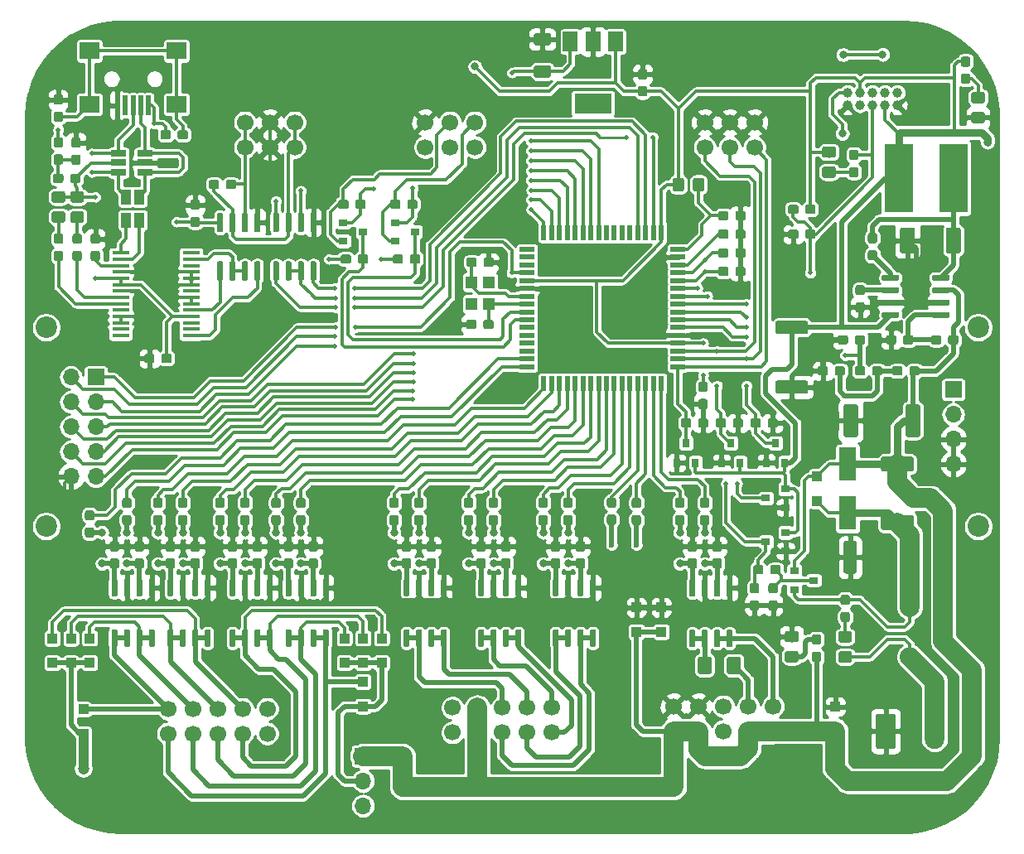
<source format=gbr>
G04 #@! TF.GenerationSoftware,KiCad,Pcbnew,(5.1.4)-1*
G04 #@! TF.CreationDate,2020-09-12T21:15:04+02:00*
G04 #@! TF.ProjectId,SBIO3,5342494f-332e-46b6-9963-61645f706362,rev?*
G04 #@! TF.SameCoordinates,Original*
G04 #@! TF.FileFunction,Copper,L1,Top*
G04 #@! TF.FilePolarity,Positive*
%FSLAX46Y46*%
G04 Gerber Fmt 4.6, Leading zero omitted, Abs format (unit mm)*
G04 Created by KiCad (PCBNEW (5.1.4)-1) date 2020-09-12 21:15:04*
%MOMM*%
%LPD*%
G04 APERTURE LIST*
%ADD10R,1.800000X3.500000*%
%ADD11C,0.100000*%
%ADD12C,0.950000*%
%ADD13C,1.150000*%
%ADD14C,1.700000*%
%ADD15R,2.000000X1.700000*%
%ADD16R,0.500000X2.000000*%
%ADD17O,1.700000X1.700000*%
%ADD18R,1.700000X1.700000*%
%ADD19R,3.000000X7.000000*%
%ADD20C,1.250000*%
%ADD21C,1.350000*%
%ADD22C,1.500000*%
%ADD23R,0.900000X0.800000*%
%ADD24C,1.000000*%
%ADD25C,2.000000*%
%ADD26C,1.525000*%
%ADD27C,0.600000*%
%ADD28C,1.425000*%
%ADD29R,1.000000X1.000000*%
%ADD30R,0.800000X0.900000*%
%ADD31R,1.750000X0.450000*%
%ADD32R,1.560000X0.650000*%
%ADD33R,1.500000X2.000000*%
%ADD34R,3.800000X2.000000*%
%ADD35R,1.000000X1.500000*%
%ADD36R,1.200000X1.300000*%
%ADD37R,1.500000X0.550000*%
%ADD38R,0.550000X1.500000*%
%ADD39O,2.000000X3.600000*%
%ADD40C,2.200000*%
%ADD41C,0.500000*%
%ADD42C,0.800000*%
%ADD43C,1.200000*%
%ADD44C,0.300000*%
%ADD45C,0.500000*%
%ADD46C,0.800000*%
%ADD47C,2.000000*%
%ADD48C,0.250000*%
%ADD49C,1.000000*%
%ADD50C,0.254000*%
G04 APERTURE END LIST*
D10*
X157480000Y-98345000D03*
X157480000Y-93345000D03*
D11*
G36*
X154565779Y-110756144D02*
G01*
X154588834Y-110759563D01*
X154611443Y-110765227D01*
X154633387Y-110773079D01*
X154654457Y-110783044D01*
X154674448Y-110795026D01*
X154693168Y-110808910D01*
X154710438Y-110824562D01*
X154726090Y-110841832D01*
X154739974Y-110860552D01*
X154751956Y-110880543D01*
X154761921Y-110901613D01*
X154769773Y-110923557D01*
X154775437Y-110946166D01*
X154778856Y-110969221D01*
X154780000Y-110992500D01*
X154780000Y-111567500D01*
X154778856Y-111590779D01*
X154775437Y-111613834D01*
X154769773Y-111636443D01*
X154761921Y-111658387D01*
X154751956Y-111679457D01*
X154739974Y-111699448D01*
X154726090Y-111718168D01*
X154710438Y-111735438D01*
X154693168Y-111751090D01*
X154674448Y-111764974D01*
X154654457Y-111776956D01*
X154633387Y-111786921D01*
X154611443Y-111794773D01*
X154588834Y-111800437D01*
X154565779Y-111803856D01*
X154542500Y-111805000D01*
X154067500Y-111805000D01*
X154044221Y-111803856D01*
X154021166Y-111800437D01*
X153998557Y-111794773D01*
X153976613Y-111786921D01*
X153955543Y-111776956D01*
X153935552Y-111764974D01*
X153916832Y-111751090D01*
X153899562Y-111735438D01*
X153883910Y-111718168D01*
X153870026Y-111699448D01*
X153858044Y-111679457D01*
X153848079Y-111658387D01*
X153840227Y-111636443D01*
X153834563Y-111613834D01*
X153831144Y-111590779D01*
X153830000Y-111567500D01*
X153830000Y-110992500D01*
X153831144Y-110969221D01*
X153834563Y-110946166D01*
X153840227Y-110923557D01*
X153848079Y-110901613D01*
X153858044Y-110880543D01*
X153870026Y-110860552D01*
X153883910Y-110841832D01*
X153899562Y-110824562D01*
X153916832Y-110808910D01*
X153935552Y-110795026D01*
X153955543Y-110783044D01*
X153976613Y-110773079D01*
X153998557Y-110765227D01*
X154021166Y-110759563D01*
X154044221Y-110756144D01*
X154067500Y-110755000D01*
X154542500Y-110755000D01*
X154565779Y-110756144D01*
X154565779Y-110756144D01*
G37*
D12*
X154305000Y-111280000D03*
D11*
G36*
X154565779Y-112506144D02*
G01*
X154588834Y-112509563D01*
X154611443Y-112515227D01*
X154633387Y-112523079D01*
X154654457Y-112533044D01*
X154674448Y-112545026D01*
X154693168Y-112558910D01*
X154710438Y-112574562D01*
X154726090Y-112591832D01*
X154739974Y-112610552D01*
X154751956Y-112630543D01*
X154761921Y-112651613D01*
X154769773Y-112673557D01*
X154775437Y-112696166D01*
X154778856Y-112719221D01*
X154780000Y-112742500D01*
X154780000Y-113317500D01*
X154778856Y-113340779D01*
X154775437Y-113363834D01*
X154769773Y-113386443D01*
X154761921Y-113408387D01*
X154751956Y-113429457D01*
X154739974Y-113449448D01*
X154726090Y-113468168D01*
X154710438Y-113485438D01*
X154693168Y-113501090D01*
X154674448Y-113514974D01*
X154654457Y-113526956D01*
X154633387Y-113536921D01*
X154611443Y-113544773D01*
X154588834Y-113550437D01*
X154565779Y-113553856D01*
X154542500Y-113555000D01*
X154067500Y-113555000D01*
X154044221Y-113553856D01*
X154021166Y-113550437D01*
X153998557Y-113544773D01*
X153976613Y-113536921D01*
X153955543Y-113526956D01*
X153935552Y-113514974D01*
X153916832Y-113501090D01*
X153899562Y-113485438D01*
X153883910Y-113468168D01*
X153870026Y-113449448D01*
X153858044Y-113429457D01*
X153848079Y-113408387D01*
X153840227Y-113386443D01*
X153834563Y-113363834D01*
X153831144Y-113340779D01*
X153830000Y-113317500D01*
X153830000Y-112742500D01*
X153831144Y-112719221D01*
X153834563Y-112696166D01*
X153840227Y-112673557D01*
X153848079Y-112651613D01*
X153858044Y-112630543D01*
X153870026Y-112610552D01*
X153883910Y-112591832D01*
X153899562Y-112574562D01*
X153916832Y-112558910D01*
X153935552Y-112545026D01*
X153955543Y-112533044D01*
X153976613Y-112523079D01*
X153998557Y-112515227D01*
X154021166Y-112509563D01*
X154044221Y-112506144D01*
X154067500Y-112505000D01*
X154542500Y-112505000D01*
X154565779Y-112506144D01*
X154565779Y-112506144D01*
G37*
D12*
X154305000Y-113030000D03*
D11*
G36*
X152239505Y-112456204D02*
G01*
X152263773Y-112459804D01*
X152287572Y-112465765D01*
X152310671Y-112474030D01*
X152332850Y-112484520D01*
X152353893Y-112497132D01*
X152373599Y-112511747D01*
X152391777Y-112528223D01*
X152408253Y-112546401D01*
X152422868Y-112566107D01*
X152435480Y-112587150D01*
X152445970Y-112609329D01*
X152454235Y-112632428D01*
X152460196Y-112656227D01*
X152463796Y-112680495D01*
X152465000Y-112704999D01*
X152465000Y-113355001D01*
X152463796Y-113379505D01*
X152460196Y-113403773D01*
X152454235Y-113427572D01*
X152445970Y-113450671D01*
X152435480Y-113472850D01*
X152422868Y-113493893D01*
X152408253Y-113513599D01*
X152391777Y-113531777D01*
X152373599Y-113548253D01*
X152353893Y-113562868D01*
X152332850Y-113575480D01*
X152310671Y-113585970D01*
X152287572Y-113594235D01*
X152263773Y-113600196D01*
X152239505Y-113603796D01*
X152215001Y-113605000D01*
X151314999Y-113605000D01*
X151290495Y-113603796D01*
X151266227Y-113600196D01*
X151242428Y-113594235D01*
X151219329Y-113585970D01*
X151197150Y-113575480D01*
X151176107Y-113562868D01*
X151156401Y-113548253D01*
X151138223Y-113531777D01*
X151121747Y-113513599D01*
X151107132Y-113493893D01*
X151094520Y-113472850D01*
X151084030Y-113450671D01*
X151075765Y-113427572D01*
X151069804Y-113403773D01*
X151066204Y-113379505D01*
X151065000Y-113355001D01*
X151065000Y-112704999D01*
X151066204Y-112680495D01*
X151069804Y-112656227D01*
X151075765Y-112632428D01*
X151084030Y-112609329D01*
X151094520Y-112587150D01*
X151107132Y-112566107D01*
X151121747Y-112546401D01*
X151138223Y-112528223D01*
X151156401Y-112511747D01*
X151176107Y-112497132D01*
X151197150Y-112484520D01*
X151219329Y-112474030D01*
X151242428Y-112465765D01*
X151266227Y-112459804D01*
X151290495Y-112456204D01*
X151314999Y-112455000D01*
X152215001Y-112455000D01*
X152239505Y-112456204D01*
X152239505Y-112456204D01*
G37*
D13*
X151765000Y-113030000D03*
D11*
G36*
X152239505Y-110406204D02*
G01*
X152263773Y-110409804D01*
X152287572Y-110415765D01*
X152310671Y-110424030D01*
X152332850Y-110434520D01*
X152353893Y-110447132D01*
X152373599Y-110461747D01*
X152391777Y-110478223D01*
X152408253Y-110496401D01*
X152422868Y-110516107D01*
X152435480Y-110537150D01*
X152445970Y-110559329D01*
X152454235Y-110582428D01*
X152460196Y-110606227D01*
X152463796Y-110630495D01*
X152465000Y-110654999D01*
X152465000Y-111305001D01*
X152463796Y-111329505D01*
X152460196Y-111353773D01*
X152454235Y-111377572D01*
X152445970Y-111400671D01*
X152435480Y-111422850D01*
X152422868Y-111443893D01*
X152408253Y-111463599D01*
X152391777Y-111481777D01*
X152373599Y-111498253D01*
X152353893Y-111512868D01*
X152332850Y-111525480D01*
X152310671Y-111535970D01*
X152287572Y-111544235D01*
X152263773Y-111550196D01*
X152239505Y-111553796D01*
X152215001Y-111555000D01*
X151314999Y-111555000D01*
X151290495Y-111553796D01*
X151266227Y-111550196D01*
X151242428Y-111544235D01*
X151219329Y-111535970D01*
X151197150Y-111525480D01*
X151176107Y-111512868D01*
X151156401Y-111498253D01*
X151138223Y-111481777D01*
X151121747Y-111463599D01*
X151107132Y-111443893D01*
X151094520Y-111422850D01*
X151084030Y-111400671D01*
X151075765Y-111377572D01*
X151069804Y-111353773D01*
X151066204Y-111329505D01*
X151065000Y-111305001D01*
X151065000Y-110654999D01*
X151066204Y-110630495D01*
X151069804Y-110606227D01*
X151075765Y-110582428D01*
X151084030Y-110559329D01*
X151094520Y-110537150D01*
X151107132Y-110516107D01*
X151121747Y-110496401D01*
X151138223Y-110478223D01*
X151156401Y-110461747D01*
X151176107Y-110447132D01*
X151197150Y-110434520D01*
X151219329Y-110424030D01*
X151242428Y-110415765D01*
X151266227Y-110409804D01*
X151290495Y-110406204D01*
X151314999Y-110405000D01*
X152215001Y-110405000D01*
X152239505Y-110406204D01*
X152239505Y-110406204D01*
G37*
D13*
X151765000Y-110980000D03*
D14*
X114300000Y-58420000D03*
X116840000Y-58420000D03*
X119380000Y-58420000D03*
X114300000Y-60960000D03*
X116840000Y-60960000D03*
X119380000Y-60960000D03*
X127254000Y-120777000D03*
X124714000Y-120777000D03*
X122174000Y-120777000D03*
X119634000Y-120777000D03*
X117094000Y-120777000D03*
X127254000Y-118237000D03*
X124714000Y-118237000D03*
X122174000Y-118237000D03*
X119634000Y-118237000D03*
X117094000Y-118237000D03*
D15*
X80000000Y-51115000D03*
X80000000Y-56565000D03*
X88900000Y-51115000D03*
X88900000Y-56565000D03*
D16*
X82850000Y-56665000D03*
X83650000Y-56665000D03*
X84450000Y-56665000D03*
X85250000Y-56665000D03*
X86050000Y-56665000D03*
D11*
G36*
X159010779Y-76791144D02*
G01*
X159033834Y-76794563D01*
X159056443Y-76800227D01*
X159078387Y-76808079D01*
X159099457Y-76818044D01*
X159119448Y-76830026D01*
X159138168Y-76843910D01*
X159155438Y-76859562D01*
X159171090Y-76876832D01*
X159184974Y-76895552D01*
X159196956Y-76915543D01*
X159206921Y-76936613D01*
X159214773Y-76958557D01*
X159220437Y-76981166D01*
X159223856Y-77004221D01*
X159225000Y-77027500D01*
X159225000Y-77602500D01*
X159223856Y-77625779D01*
X159220437Y-77648834D01*
X159214773Y-77671443D01*
X159206921Y-77693387D01*
X159196956Y-77714457D01*
X159184974Y-77734448D01*
X159171090Y-77753168D01*
X159155438Y-77770438D01*
X159138168Y-77786090D01*
X159119448Y-77799974D01*
X159099457Y-77811956D01*
X159078387Y-77821921D01*
X159056443Y-77829773D01*
X159033834Y-77835437D01*
X159010779Y-77838856D01*
X158987500Y-77840000D01*
X158512500Y-77840000D01*
X158489221Y-77838856D01*
X158466166Y-77835437D01*
X158443557Y-77829773D01*
X158421613Y-77821921D01*
X158400543Y-77811956D01*
X158380552Y-77799974D01*
X158361832Y-77786090D01*
X158344562Y-77770438D01*
X158328910Y-77753168D01*
X158315026Y-77734448D01*
X158303044Y-77714457D01*
X158293079Y-77693387D01*
X158285227Y-77671443D01*
X158279563Y-77648834D01*
X158276144Y-77625779D01*
X158275000Y-77602500D01*
X158275000Y-77027500D01*
X158276144Y-77004221D01*
X158279563Y-76981166D01*
X158285227Y-76958557D01*
X158293079Y-76936613D01*
X158303044Y-76915543D01*
X158315026Y-76895552D01*
X158328910Y-76876832D01*
X158344562Y-76859562D01*
X158361832Y-76843910D01*
X158380552Y-76830026D01*
X158400543Y-76818044D01*
X158421613Y-76808079D01*
X158443557Y-76800227D01*
X158466166Y-76794563D01*
X158489221Y-76791144D01*
X158512500Y-76790000D01*
X158987500Y-76790000D01*
X159010779Y-76791144D01*
X159010779Y-76791144D01*
G37*
D12*
X158750000Y-77315000D03*
D11*
G36*
X159010779Y-75041144D02*
G01*
X159033834Y-75044563D01*
X159056443Y-75050227D01*
X159078387Y-75058079D01*
X159099457Y-75068044D01*
X159119448Y-75080026D01*
X159138168Y-75093910D01*
X159155438Y-75109562D01*
X159171090Y-75126832D01*
X159184974Y-75145552D01*
X159196956Y-75165543D01*
X159206921Y-75186613D01*
X159214773Y-75208557D01*
X159220437Y-75231166D01*
X159223856Y-75254221D01*
X159225000Y-75277500D01*
X159225000Y-75852500D01*
X159223856Y-75875779D01*
X159220437Y-75898834D01*
X159214773Y-75921443D01*
X159206921Y-75943387D01*
X159196956Y-75964457D01*
X159184974Y-75984448D01*
X159171090Y-76003168D01*
X159155438Y-76020438D01*
X159138168Y-76036090D01*
X159119448Y-76049974D01*
X159099457Y-76061956D01*
X159078387Y-76071921D01*
X159056443Y-76079773D01*
X159033834Y-76085437D01*
X159010779Y-76088856D01*
X158987500Y-76090000D01*
X158512500Y-76090000D01*
X158489221Y-76088856D01*
X158466166Y-76085437D01*
X158443557Y-76079773D01*
X158421613Y-76071921D01*
X158400543Y-76061956D01*
X158380552Y-76049974D01*
X158361832Y-76036090D01*
X158344562Y-76020438D01*
X158328910Y-76003168D01*
X158315026Y-75984448D01*
X158303044Y-75964457D01*
X158293079Y-75943387D01*
X158285227Y-75921443D01*
X158279563Y-75898834D01*
X158276144Y-75875779D01*
X158275000Y-75852500D01*
X158275000Y-75277500D01*
X158276144Y-75254221D01*
X158279563Y-75231166D01*
X158285227Y-75208557D01*
X158293079Y-75186613D01*
X158303044Y-75165543D01*
X158315026Y-75145552D01*
X158328910Y-75126832D01*
X158344562Y-75109562D01*
X158361832Y-75093910D01*
X158380552Y-75080026D01*
X158400543Y-75068044D01*
X158421613Y-75058079D01*
X158443557Y-75050227D01*
X158466166Y-75044563D01*
X158489221Y-75041144D01*
X158512500Y-75040000D01*
X158987500Y-75040000D01*
X159010779Y-75041144D01*
X159010779Y-75041144D01*
G37*
D12*
X158750000Y-75565000D03*
D17*
X78105000Y-94615000D03*
X80645000Y-94615000D03*
X78105000Y-92075000D03*
X80645000Y-92075000D03*
X78105000Y-89535000D03*
X80645000Y-89535000D03*
X78105000Y-86995000D03*
X80645000Y-86995000D03*
X78105000Y-84455000D03*
D18*
X80645000Y-84455000D03*
D19*
X168275000Y-64135000D03*
X162687000Y-64135000D03*
D11*
G36*
X126929504Y-49290204D02*
G01*
X126953773Y-49293804D01*
X126977571Y-49299765D01*
X127000671Y-49308030D01*
X127022849Y-49318520D01*
X127043893Y-49331133D01*
X127063598Y-49345747D01*
X127081777Y-49362223D01*
X127098253Y-49380402D01*
X127112867Y-49400107D01*
X127125480Y-49421151D01*
X127135970Y-49443329D01*
X127144235Y-49466429D01*
X127150196Y-49490227D01*
X127153796Y-49514496D01*
X127155000Y-49539000D01*
X127155000Y-50289000D01*
X127153796Y-50313504D01*
X127150196Y-50337773D01*
X127144235Y-50361571D01*
X127135970Y-50384671D01*
X127125480Y-50406849D01*
X127112867Y-50427893D01*
X127098253Y-50447598D01*
X127081777Y-50465777D01*
X127063598Y-50482253D01*
X127043893Y-50496867D01*
X127022849Y-50509480D01*
X127000671Y-50519970D01*
X126977571Y-50528235D01*
X126953773Y-50534196D01*
X126929504Y-50537796D01*
X126905000Y-50539000D01*
X125655000Y-50539000D01*
X125630496Y-50537796D01*
X125606227Y-50534196D01*
X125582429Y-50528235D01*
X125559329Y-50519970D01*
X125537151Y-50509480D01*
X125516107Y-50496867D01*
X125496402Y-50482253D01*
X125478223Y-50465777D01*
X125461747Y-50447598D01*
X125447133Y-50427893D01*
X125434520Y-50406849D01*
X125424030Y-50384671D01*
X125415765Y-50361571D01*
X125409804Y-50337773D01*
X125406204Y-50313504D01*
X125405000Y-50289000D01*
X125405000Y-49539000D01*
X125406204Y-49514496D01*
X125409804Y-49490227D01*
X125415765Y-49466429D01*
X125424030Y-49443329D01*
X125434520Y-49421151D01*
X125447133Y-49400107D01*
X125461747Y-49380402D01*
X125478223Y-49362223D01*
X125496402Y-49345747D01*
X125516107Y-49331133D01*
X125537151Y-49318520D01*
X125559329Y-49308030D01*
X125582429Y-49299765D01*
X125606227Y-49293804D01*
X125630496Y-49290204D01*
X125655000Y-49289000D01*
X126905000Y-49289000D01*
X126929504Y-49290204D01*
X126929504Y-49290204D01*
G37*
D20*
X126280000Y-49914000D03*
D11*
G36*
X126929504Y-52592204D02*
G01*
X126953773Y-52595804D01*
X126977571Y-52601765D01*
X127000671Y-52610030D01*
X127022849Y-52620520D01*
X127043893Y-52633133D01*
X127063598Y-52647747D01*
X127081777Y-52664223D01*
X127098253Y-52682402D01*
X127112867Y-52702107D01*
X127125480Y-52723151D01*
X127135970Y-52745329D01*
X127144235Y-52768429D01*
X127150196Y-52792227D01*
X127153796Y-52816496D01*
X127155000Y-52841000D01*
X127155000Y-53591000D01*
X127153796Y-53615504D01*
X127150196Y-53639773D01*
X127144235Y-53663571D01*
X127135970Y-53686671D01*
X127125480Y-53708849D01*
X127112867Y-53729893D01*
X127098253Y-53749598D01*
X127081777Y-53767777D01*
X127063598Y-53784253D01*
X127043893Y-53798867D01*
X127022849Y-53811480D01*
X127000671Y-53821970D01*
X126977571Y-53830235D01*
X126953773Y-53836196D01*
X126929504Y-53839796D01*
X126905000Y-53841000D01*
X125655000Y-53841000D01*
X125630496Y-53839796D01*
X125606227Y-53836196D01*
X125582429Y-53830235D01*
X125559329Y-53821970D01*
X125537151Y-53811480D01*
X125516107Y-53798867D01*
X125496402Y-53784253D01*
X125478223Y-53767777D01*
X125461747Y-53749598D01*
X125447133Y-53729893D01*
X125434520Y-53708849D01*
X125424030Y-53686671D01*
X125415765Y-53663571D01*
X125409804Y-53639773D01*
X125406204Y-53615504D01*
X125405000Y-53591000D01*
X125405000Y-52841000D01*
X125406204Y-52816496D01*
X125409804Y-52792227D01*
X125415765Y-52768429D01*
X125424030Y-52745329D01*
X125434520Y-52723151D01*
X125447133Y-52702107D01*
X125461747Y-52682402D01*
X125478223Y-52664223D01*
X125496402Y-52647747D01*
X125516107Y-52633133D01*
X125537151Y-52620520D01*
X125559329Y-52610030D01*
X125582429Y-52601765D01*
X125606227Y-52595804D01*
X125630496Y-52592204D01*
X125655000Y-52591000D01*
X126905000Y-52591000D01*
X126929504Y-52592204D01*
X126929504Y-52592204D01*
G37*
D20*
X126280000Y-53216000D03*
D11*
G36*
X153214505Y-84797204D02*
G01*
X153238773Y-84800804D01*
X153262572Y-84806765D01*
X153285671Y-84815030D01*
X153307850Y-84825520D01*
X153328893Y-84838132D01*
X153348599Y-84852747D01*
X153366777Y-84869223D01*
X153383253Y-84887401D01*
X153397868Y-84907107D01*
X153410480Y-84928150D01*
X153420970Y-84950329D01*
X153429235Y-84973428D01*
X153435196Y-84997227D01*
X153438796Y-85021495D01*
X153440000Y-85045999D01*
X153440000Y-85896001D01*
X153438796Y-85920505D01*
X153435196Y-85944773D01*
X153429235Y-85968572D01*
X153420970Y-85991671D01*
X153410480Y-86013850D01*
X153397868Y-86034893D01*
X153383253Y-86054599D01*
X153366777Y-86072777D01*
X153348599Y-86089253D01*
X153328893Y-86103868D01*
X153307850Y-86116480D01*
X153285671Y-86126970D01*
X153262572Y-86135235D01*
X153238773Y-86141196D01*
X153214505Y-86144796D01*
X153190001Y-86146000D01*
X150339999Y-86146000D01*
X150315495Y-86144796D01*
X150291227Y-86141196D01*
X150267428Y-86135235D01*
X150244329Y-86126970D01*
X150222150Y-86116480D01*
X150201107Y-86103868D01*
X150181401Y-86089253D01*
X150163223Y-86072777D01*
X150146747Y-86054599D01*
X150132132Y-86034893D01*
X150119520Y-86013850D01*
X150109030Y-85991671D01*
X150100765Y-85968572D01*
X150094804Y-85944773D01*
X150091204Y-85920505D01*
X150090000Y-85896001D01*
X150090000Y-85045999D01*
X150091204Y-85021495D01*
X150094804Y-84997227D01*
X150100765Y-84973428D01*
X150109030Y-84950329D01*
X150119520Y-84928150D01*
X150132132Y-84907107D01*
X150146747Y-84887401D01*
X150163223Y-84869223D01*
X150181401Y-84852747D01*
X150201107Y-84838132D01*
X150222150Y-84825520D01*
X150244329Y-84815030D01*
X150267428Y-84806765D01*
X150291227Y-84800804D01*
X150315495Y-84797204D01*
X150339999Y-84796000D01*
X153190001Y-84796000D01*
X153214505Y-84797204D01*
X153214505Y-84797204D01*
G37*
D21*
X151765000Y-85471000D03*
D11*
G36*
X153214505Y-78701204D02*
G01*
X153238773Y-78704804D01*
X153262572Y-78710765D01*
X153285671Y-78719030D01*
X153307850Y-78729520D01*
X153328893Y-78742132D01*
X153348599Y-78756747D01*
X153366777Y-78773223D01*
X153383253Y-78791401D01*
X153397868Y-78811107D01*
X153410480Y-78832150D01*
X153420970Y-78854329D01*
X153429235Y-78877428D01*
X153435196Y-78901227D01*
X153438796Y-78925495D01*
X153440000Y-78949999D01*
X153440000Y-79800001D01*
X153438796Y-79824505D01*
X153435196Y-79848773D01*
X153429235Y-79872572D01*
X153420970Y-79895671D01*
X153410480Y-79917850D01*
X153397868Y-79938893D01*
X153383253Y-79958599D01*
X153366777Y-79976777D01*
X153348599Y-79993253D01*
X153328893Y-80007868D01*
X153307850Y-80020480D01*
X153285671Y-80030970D01*
X153262572Y-80039235D01*
X153238773Y-80045196D01*
X153214505Y-80048796D01*
X153190001Y-80050000D01*
X150339999Y-80050000D01*
X150315495Y-80048796D01*
X150291227Y-80045196D01*
X150267428Y-80039235D01*
X150244329Y-80030970D01*
X150222150Y-80020480D01*
X150201107Y-80007868D01*
X150181401Y-79993253D01*
X150163223Y-79976777D01*
X150146747Y-79958599D01*
X150132132Y-79938893D01*
X150119520Y-79917850D01*
X150109030Y-79895671D01*
X150100765Y-79872572D01*
X150094804Y-79848773D01*
X150091204Y-79824505D01*
X150090000Y-79800001D01*
X150090000Y-78949999D01*
X150091204Y-78925495D01*
X150094804Y-78901227D01*
X150100765Y-78877428D01*
X150109030Y-78854329D01*
X150119520Y-78832150D01*
X150132132Y-78811107D01*
X150146747Y-78791401D01*
X150163223Y-78773223D01*
X150181401Y-78756747D01*
X150201107Y-78742132D01*
X150222150Y-78729520D01*
X150244329Y-78719030D01*
X150267428Y-78710765D01*
X150291227Y-78704804D01*
X150315495Y-78701204D01*
X150339999Y-78700000D01*
X153190001Y-78700000D01*
X153214505Y-78701204D01*
X153214505Y-78701204D01*
G37*
D21*
X151765000Y-79375000D03*
D11*
G36*
X158183505Y-101196204D02*
G01*
X158207773Y-101199804D01*
X158231572Y-101205765D01*
X158254671Y-101214030D01*
X158276850Y-101224520D01*
X158297893Y-101237132D01*
X158317599Y-101251747D01*
X158335777Y-101268223D01*
X158352253Y-101286401D01*
X158366868Y-101306107D01*
X158379480Y-101327150D01*
X158389970Y-101349329D01*
X158398235Y-101372428D01*
X158404196Y-101396227D01*
X158407796Y-101420495D01*
X158409000Y-101444999D01*
X158409000Y-104295001D01*
X158407796Y-104319505D01*
X158404196Y-104343773D01*
X158398235Y-104367572D01*
X158389970Y-104390671D01*
X158379480Y-104412850D01*
X158366868Y-104433893D01*
X158352253Y-104453599D01*
X158335777Y-104471777D01*
X158317599Y-104488253D01*
X158297893Y-104502868D01*
X158276850Y-104515480D01*
X158254671Y-104525970D01*
X158231572Y-104534235D01*
X158207773Y-104540196D01*
X158183505Y-104543796D01*
X158159001Y-104545000D01*
X157308999Y-104545000D01*
X157284495Y-104543796D01*
X157260227Y-104540196D01*
X157236428Y-104534235D01*
X157213329Y-104525970D01*
X157191150Y-104515480D01*
X157170107Y-104502868D01*
X157150401Y-104488253D01*
X157132223Y-104471777D01*
X157115747Y-104453599D01*
X157101132Y-104433893D01*
X157088520Y-104412850D01*
X157078030Y-104390671D01*
X157069765Y-104367572D01*
X157063804Y-104343773D01*
X157060204Y-104319505D01*
X157059000Y-104295001D01*
X157059000Y-101444999D01*
X157060204Y-101420495D01*
X157063804Y-101396227D01*
X157069765Y-101372428D01*
X157078030Y-101349329D01*
X157088520Y-101327150D01*
X157101132Y-101306107D01*
X157115747Y-101286401D01*
X157132223Y-101268223D01*
X157150401Y-101251747D01*
X157170107Y-101237132D01*
X157191150Y-101224520D01*
X157213329Y-101214030D01*
X157236428Y-101205765D01*
X157260227Y-101199804D01*
X157284495Y-101196204D01*
X157308999Y-101195000D01*
X158159001Y-101195000D01*
X158183505Y-101196204D01*
X158183505Y-101196204D01*
G37*
D21*
X157734000Y-102870000D03*
D11*
G36*
X164279505Y-101196204D02*
G01*
X164303773Y-101199804D01*
X164327572Y-101205765D01*
X164350671Y-101214030D01*
X164372850Y-101224520D01*
X164393893Y-101237132D01*
X164413599Y-101251747D01*
X164431777Y-101268223D01*
X164448253Y-101286401D01*
X164462868Y-101306107D01*
X164475480Y-101327150D01*
X164485970Y-101349329D01*
X164494235Y-101372428D01*
X164500196Y-101396227D01*
X164503796Y-101420495D01*
X164505000Y-101444999D01*
X164505000Y-104295001D01*
X164503796Y-104319505D01*
X164500196Y-104343773D01*
X164494235Y-104367572D01*
X164485970Y-104390671D01*
X164475480Y-104412850D01*
X164462868Y-104433893D01*
X164448253Y-104453599D01*
X164431777Y-104471777D01*
X164413599Y-104488253D01*
X164393893Y-104502868D01*
X164372850Y-104515480D01*
X164350671Y-104525970D01*
X164327572Y-104534235D01*
X164303773Y-104540196D01*
X164279505Y-104543796D01*
X164255001Y-104545000D01*
X163404999Y-104545000D01*
X163380495Y-104543796D01*
X163356227Y-104540196D01*
X163332428Y-104534235D01*
X163309329Y-104525970D01*
X163287150Y-104515480D01*
X163266107Y-104502868D01*
X163246401Y-104488253D01*
X163228223Y-104471777D01*
X163211747Y-104453599D01*
X163197132Y-104433893D01*
X163184520Y-104412850D01*
X163174030Y-104390671D01*
X163165765Y-104367572D01*
X163159804Y-104343773D01*
X163156204Y-104319505D01*
X163155000Y-104295001D01*
X163155000Y-101444999D01*
X163156204Y-101420495D01*
X163159804Y-101396227D01*
X163165765Y-101372428D01*
X163174030Y-101349329D01*
X163184520Y-101327150D01*
X163197132Y-101306107D01*
X163211747Y-101286401D01*
X163228223Y-101268223D01*
X163246401Y-101251747D01*
X163266107Y-101237132D01*
X163287150Y-101224520D01*
X163309329Y-101214030D01*
X163332428Y-101205765D01*
X163356227Y-101199804D01*
X163380495Y-101196204D01*
X163404999Y-101195000D01*
X164255001Y-101195000D01*
X164279505Y-101196204D01*
X164279505Y-101196204D01*
G37*
D21*
X163830000Y-102870000D03*
D11*
G36*
X158328612Y-87226185D02*
G01*
X158352492Y-87229727D01*
X158375910Y-87235593D01*
X158398640Y-87243726D01*
X158420464Y-87254047D01*
X158441170Y-87266458D01*
X158460561Y-87280839D01*
X158478448Y-87297052D01*
X158494661Y-87314939D01*
X158509042Y-87334330D01*
X158521453Y-87355036D01*
X158531774Y-87376860D01*
X158539907Y-87399590D01*
X158545773Y-87423008D01*
X158549315Y-87446888D01*
X158550500Y-87471000D01*
X158550500Y-90329000D01*
X158549315Y-90353112D01*
X158545773Y-90376992D01*
X158539907Y-90400410D01*
X158531774Y-90423140D01*
X158521453Y-90444964D01*
X158509042Y-90465670D01*
X158494661Y-90485061D01*
X158478448Y-90502948D01*
X158460561Y-90519161D01*
X158441170Y-90533542D01*
X158420464Y-90545953D01*
X158398640Y-90556274D01*
X158375910Y-90564407D01*
X158352492Y-90570273D01*
X158328612Y-90573815D01*
X158304500Y-90575000D01*
X157296500Y-90575000D01*
X157272388Y-90573815D01*
X157248508Y-90570273D01*
X157225090Y-90564407D01*
X157202360Y-90556274D01*
X157180536Y-90545953D01*
X157159830Y-90533542D01*
X157140439Y-90519161D01*
X157122552Y-90502948D01*
X157106339Y-90485061D01*
X157091958Y-90465670D01*
X157079547Y-90444964D01*
X157069226Y-90423140D01*
X157061093Y-90400410D01*
X157055227Y-90376992D01*
X157051685Y-90353112D01*
X157050500Y-90329000D01*
X157050500Y-87471000D01*
X157051685Y-87446888D01*
X157055227Y-87423008D01*
X157061093Y-87399590D01*
X157069226Y-87376860D01*
X157079547Y-87355036D01*
X157091958Y-87334330D01*
X157106339Y-87314939D01*
X157122552Y-87297052D01*
X157140439Y-87280839D01*
X157159830Y-87266458D01*
X157180536Y-87254047D01*
X157202360Y-87243726D01*
X157225090Y-87235593D01*
X157248508Y-87229727D01*
X157272388Y-87226185D01*
X157296500Y-87225000D01*
X158304500Y-87225000D01*
X158328612Y-87226185D01*
X158328612Y-87226185D01*
G37*
D22*
X157800500Y-88900000D03*
D11*
G36*
X164678612Y-87226185D02*
G01*
X164702492Y-87229727D01*
X164725910Y-87235593D01*
X164748640Y-87243726D01*
X164770464Y-87254047D01*
X164791170Y-87266458D01*
X164810561Y-87280839D01*
X164828448Y-87297052D01*
X164844661Y-87314939D01*
X164859042Y-87334330D01*
X164871453Y-87355036D01*
X164881774Y-87376860D01*
X164889907Y-87399590D01*
X164895773Y-87423008D01*
X164899315Y-87446888D01*
X164900500Y-87471000D01*
X164900500Y-90329000D01*
X164899315Y-90353112D01*
X164895773Y-90376992D01*
X164889907Y-90400410D01*
X164881774Y-90423140D01*
X164871453Y-90444964D01*
X164859042Y-90465670D01*
X164844661Y-90485061D01*
X164828448Y-90502948D01*
X164810561Y-90519161D01*
X164791170Y-90533542D01*
X164770464Y-90545953D01*
X164748640Y-90556274D01*
X164725910Y-90564407D01*
X164702492Y-90570273D01*
X164678612Y-90573815D01*
X164654500Y-90575000D01*
X163646500Y-90575000D01*
X163622388Y-90573815D01*
X163598508Y-90570273D01*
X163575090Y-90564407D01*
X163552360Y-90556274D01*
X163530536Y-90545953D01*
X163509830Y-90533542D01*
X163490439Y-90519161D01*
X163472552Y-90502948D01*
X163456339Y-90485061D01*
X163441958Y-90465670D01*
X163429547Y-90444964D01*
X163419226Y-90423140D01*
X163411093Y-90400410D01*
X163405227Y-90376992D01*
X163401685Y-90353112D01*
X163400500Y-90329000D01*
X163400500Y-87471000D01*
X163401685Y-87446888D01*
X163405227Y-87423008D01*
X163411093Y-87399590D01*
X163419226Y-87376860D01*
X163429547Y-87355036D01*
X163441958Y-87334330D01*
X163456339Y-87314939D01*
X163472552Y-87297052D01*
X163490439Y-87280839D01*
X163509830Y-87266458D01*
X163530536Y-87254047D01*
X163552360Y-87243726D01*
X163575090Y-87235593D01*
X163598508Y-87229727D01*
X163622388Y-87226185D01*
X163646500Y-87225000D01*
X164654500Y-87225000D01*
X164678612Y-87226185D01*
X164678612Y-87226185D01*
G37*
D22*
X164150500Y-88900000D03*
D14*
X95885000Y-58420000D03*
X98425000Y-58420000D03*
X100965000Y-58420000D03*
X95885000Y-60960000D03*
X98425000Y-60960000D03*
X100965000Y-60960000D03*
X142875000Y-58420000D03*
X145415000Y-58420000D03*
X147955000Y-58420000D03*
X142875000Y-60960000D03*
X145415000Y-60960000D03*
X147955000Y-60960000D03*
X149860000Y-120650000D03*
X147320000Y-120650000D03*
X144780000Y-120650000D03*
X142240000Y-120650000D03*
X139700000Y-120650000D03*
X149860000Y-118110000D03*
X147320000Y-118110000D03*
X144780000Y-118110000D03*
X142240000Y-118110000D03*
X139700000Y-118110000D03*
X98171000Y-120904000D03*
X95631000Y-120904000D03*
X93091000Y-120904000D03*
X90551000Y-120904000D03*
X88011000Y-120904000D03*
X98171000Y-118364000D03*
X95631000Y-118364000D03*
X93091000Y-118364000D03*
X90551000Y-118364000D03*
X88011000Y-118364000D03*
D23*
X107934000Y-69596000D03*
X105934000Y-70546000D03*
X105934000Y-68646000D03*
X113268000Y-69596000D03*
X111268000Y-70546000D03*
X111268000Y-68646000D03*
D24*
X157480000Y-56642000D03*
X157480000Y-55372000D03*
X158750000Y-56642000D03*
X160020000Y-56642000D03*
X158750000Y-55372000D03*
X160020000Y-55372000D03*
X161290000Y-56642000D03*
X161290000Y-55372000D03*
X162560000Y-56642000D03*
X162560000Y-55372000D03*
D25*
X163820000Y-113030000D03*
X163830000Y-107950000D03*
D11*
G36*
X157486779Y-106692144D02*
G01*
X157509834Y-106695563D01*
X157532443Y-106701227D01*
X157554387Y-106709079D01*
X157575457Y-106719044D01*
X157595448Y-106731026D01*
X157614168Y-106744910D01*
X157631438Y-106760562D01*
X157647090Y-106777832D01*
X157660974Y-106796552D01*
X157672956Y-106816543D01*
X157682921Y-106837613D01*
X157690773Y-106859557D01*
X157696437Y-106882166D01*
X157699856Y-106905221D01*
X157701000Y-106928500D01*
X157701000Y-107503500D01*
X157699856Y-107526779D01*
X157696437Y-107549834D01*
X157690773Y-107572443D01*
X157682921Y-107594387D01*
X157672956Y-107615457D01*
X157660974Y-107635448D01*
X157647090Y-107654168D01*
X157631438Y-107671438D01*
X157614168Y-107687090D01*
X157595448Y-107700974D01*
X157575457Y-107712956D01*
X157554387Y-107722921D01*
X157532443Y-107730773D01*
X157509834Y-107736437D01*
X157486779Y-107739856D01*
X157463500Y-107741000D01*
X156988500Y-107741000D01*
X156965221Y-107739856D01*
X156942166Y-107736437D01*
X156919557Y-107730773D01*
X156897613Y-107722921D01*
X156876543Y-107712956D01*
X156856552Y-107700974D01*
X156837832Y-107687090D01*
X156820562Y-107671438D01*
X156804910Y-107654168D01*
X156791026Y-107635448D01*
X156779044Y-107615457D01*
X156769079Y-107594387D01*
X156761227Y-107572443D01*
X156755563Y-107549834D01*
X156752144Y-107526779D01*
X156751000Y-107503500D01*
X156751000Y-106928500D01*
X156752144Y-106905221D01*
X156755563Y-106882166D01*
X156761227Y-106859557D01*
X156769079Y-106837613D01*
X156779044Y-106816543D01*
X156791026Y-106796552D01*
X156804910Y-106777832D01*
X156820562Y-106760562D01*
X156837832Y-106744910D01*
X156856552Y-106731026D01*
X156876543Y-106719044D01*
X156897613Y-106709079D01*
X156919557Y-106701227D01*
X156942166Y-106695563D01*
X156965221Y-106692144D01*
X156988500Y-106691000D01*
X157463500Y-106691000D01*
X157486779Y-106692144D01*
X157486779Y-106692144D01*
G37*
D12*
X157226000Y-107216000D03*
D11*
G36*
X157486779Y-108442144D02*
G01*
X157509834Y-108445563D01*
X157532443Y-108451227D01*
X157554387Y-108459079D01*
X157575457Y-108469044D01*
X157595448Y-108481026D01*
X157614168Y-108494910D01*
X157631438Y-108510562D01*
X157647090Y-108527832D01*
X157660974Y-108546552D01*
X157672956Y-108566543D01*
X157682921Y-108587613D01*
X157690773Y-108609557D01*
X157696437Y-108632166D01*
X157699856Y-108655221D01*
X157701000Y-108678500D01*
X157701000Y-109253500D01*
X157699856Y-109276779D01*
X157696437Y-109299834D01*
X157690773Y-109322443D01*
X157682921Y-109344387D01*
X157672956Y-109365457D01*
X157660974Y-109385448D01*
X157647090Y-109404168D01*
X157631438Y-109421438D01*
X157614168Y-109437090D01*
X157595448Y-109450974D01*
X157575457Y-109462956D01*
X157554387Y-109472921D01*
X157532443Y-109480773D01*
X157509834Y-109486437D01*
X157486779Y-109489856D01*
X157463500Y-109491000D01*
X156988500Y-109491000D01*
X156965221Y-109489856D01*
X156942166Y-109486437D01*
X156919557Y-109480773D01*
X156897613Y-109472921D01*
X156876543Y-109462956D01*
X156856552Y-109450974D01*
X156837832Y-109437090D01*
X156820562Y-109421438D01*
X156804910Y-109404168D01*
X156791026Y-109385448D01*
X156779044Y-109365457D01*
X156769079Y-109344387D01*
X156761227Y-109322443D01*
X156755563Y-109299834D01*
X156752144Y-109276779D01*
X156751000Y-109253500D01*
X156751000Y-108678500D01*
X156752144Y-108655221D01*
X156755563Y-108632166D01*
X156761227Y-108609557D01*
X156769079Y-108587613D01*
X156779044Y-108566543D01*
X156791026Y-108546552D01*
X156804910Y-108527832D01*
X156820562Y-108510562D01*
X156837832Y-108494910D01*
X156856552Y-108481026D01*
X156876543Y-108469044D01*
X156897613Y-108459079D01*
X156919557Y-108451227D01*
X156942166Y-108445563D01*
X156965221Y-108442144D01*
X156988500Y-108441000D01*
X157463500Y-108441000D01*
X157486779Y-108442144D01*
X157486779Y-108442144D01*
G37*
D12*
X157226000Y-108966000D03*
D11*
G36*
X164009505Y-92583704D02*
G01*
X164033773Y-92587304D01*
X164057572Y-92593265D01*
X164080671Y-92601530D01*
X164102850Y-92612020D01*
X164123893Y-92624632D01*
X164143599Y-92639247D01*
X164161777Y-92655723D01*
X164178253Y-92673901D01*
X164192868Y-92693607D01*
X164205480Y-92714650D01*
X164215970Y-92736829D01*
X164224235Y-92759928D01*
X164230196Y-92783727D01*
X164233796Y-92807995D01*
X164235000Y-92832499D01*
X164235000Y-93857501D01*
X164233796Y-93882005D01*
X164230196Y-93906273D01*
X164224235Y-93930072D01*
X164215970Y-93953171D01*
X164205480Y-93975350D01*
X164192868Y-93996393D01*
X164178253Y-94016099D01*
X164161777Y-94034277D01*
X164143599Y-94050753D01*
X164123893Y-94065368D01*
X164102850Y-94077980D01*
X164080671Y-94088470D01*
X164057572Y-94096735D01*
X164033773Y-94102696D01*
X164009505Y-94106296D01*
X163985001Y-94107500D01*
X161134999Y-94107500D01*
X161110495Y-94106296D01*
X161086227Y-94102696D01*
X161062428Y-94096735D01*
X161039329Y-94088470D01*
X161017150Y-94077980D01*
X160996107Y-94065368D01*
X160976401Y-94050753D01*
X160958223Y-94034277D01*
X160941747Y-94016099D01*
X160927132Y-93996393D01*
X160914520Y-93975350D01*
X160904030Y-93953171D01*
X160895765Y-93930072D01*
X160889804Y-93906273D01*
X160886204Y-93882005D01*
X160885000Y-93857501D01*
X160885000Y-92832499D01*
X160886204Y-92807995D01*
X160889804Y-92783727D01*
X160895765Y-92759928D01*
X160904030Y-92736829D01*
X160914520Y-92714650D01*
X160927132Y-92693607D01*
X160941747Y-92673901D01*
X160958223Y-92655723D01*
X160976401Y-92639247D01*
X160996107Y-92624632D01*
X161017150Y-92612020D01*
X161039329Y-92601530D01*
X161062428Y-92593265D01*
X161086227Y-92587304D01*
X161110495Y-92583704D01*
X161134999Y-92582500D01*
X163985001Y-92582500D01*
X164009505Y-92583704D01*
X164009505Y-92583704D01*
G37*
D26*
X162560000Y-93345000D03*
D11*
G36*
X164009505Y-98558704D02*
G01*
X164033773Y-98562304D01*
X164057572Y-98568265D01*
X164080671Y-98576530D01*
X164102850Y-98587020D01*
X164123893Y-98599632D01*
X164143599Y-98614247D01*
X164161777Y-98630723D01*
X164178253Y-98648901D01*
X164192868Y-98668607D01*
X164205480Y-98689650D01*
X164215970Y-98711829D01*
X164224235Y-98734928D01*
X164230196Y-98758727D01*
X164233796Y-98782995D01*
X164235000Y-98807499D01*
X164235000Y-99832501D01*
X164233796Y-99857005D01*
X164230196Y-99881273D01*
X164224235Y-99905072D01*
X164215970Y-99928171D01*
X164205480Y-99950350D01*
X164192868Y-99971393D01*
X164178253Y-99991099D01*
X164161777Y-100009277D01*
X164143599Y-100025753D01*
X164123893Y-100040368D01*
X164102850Y-100052980D01*
X164080671Y-100063470D01*
X164057572Y-100071735D01*
X164033773Y-100077696D01*
X164009505Y-100081296D01*
X163985001Y-100082500D01*
X161134999Y-100082500D01*
X161110495Y-100081296D01*
X161086227Y-100077696D01*
X161062428Y-100071735D01*
X161039329Y-100063470D01*
X161017150Y-100052980D01*
X160996107Y-100040368D01*
X160976401Y-100025753D01*
X160958223Y-100009277D01*
X160941747Y-99991099D01*
X160927132Y-99971393D01*
X160914520Y-99950350D01*
X160904030Y-99928171D01*
X160895765Y-99905072D01*
X160889804Y-99881273D01*
X160886204Y-99857005D01*
X160885000Y-99832501D01*
X160885000Y-98807499D01*
X160886204Y-98782995D01*
X160889804Y-98758727D01*
X160895765Y-98734928D01*
X160904030Y-98711829D01*
X160914520Y-98689650D01*
X160927132Y-98668607D01*
X160941747Y-98648901D01*
X160958223Y-98630723D01*
X160976401Y-98614247D01*
X160996107Y-98599632D01*
X161017150Y-98587020D01*
X161039329Y-98576530D01*
X161062428Y-98568265D01*
X161086227Y-98562304D01*
X161110495Y-98558704D01*
X161134999Y-98557500D01*
X163985001Y-98557500D01*
X164009505Y-98558704D01*
X164009505Y-98558704D01*
G37*
D26*
X162560000Y-99320000D03*
D11*
G36*
X169805779Y-53437144D02*
G01*
X169828834Y-53440563D01*
X169851443Y-53446227D01*
X169873387Y-53454079D01*
X169894457Y-53464044D01*
X169914448Y-53476026D01*
X169933168Y-53489910D01*
X169950438Y-53505562D01*
X169966090Y-53522832D01*
X169979974Y-53541552D01*
X169991956Y-53561543D01*
X170001921Y-53582613D01*
X170009773Y-53604557D01*
X170015437Y-53627166D01*
X170018856Y-53650221D01*
X170020000Y-53673500D01*
X170020000Y-54248500D01*
X170018856Y-54271779D01*
X170015437Y-54294834D01*
X170009773Y-54317443D01*
X170001921Y-54339387D01*
X169991956Y-54360457D01*
X169979974Y-54380448D01*
X169966090Y-54399168D01*
X169950438Y-54416438D01*
X169933168Y-54432090D01*
X169914448Y-54445974D01*
X169894457Y-54457956D01*
X169873387Y-54467921D01*
X169851443Y-54475773D01*
X169828834Y-54481437D01*
X169805779Y-54484856D01*
X169782500Y-54486000D01*
X169307500Y-54486000D01*
X169284221Y-54484856D01*
X169261166Y-54481437D01*
X169238557Y-54475773D01*
X169216613Y-54467921D01*
X169195543Y-54457956D01*
X169175552Y-54445974D01*
X169156832Y-54432090D01*
X169139562Y-54416438D01*
X169123910Y-54399168D01*
X169110026Y-54380448D01*
X169098044Y-54360457D01*
X169088079Y-54339387D01*
X169080227Y-54317443D01*
X169074563Y-54294834D01*
X169071144Y-54271779D01*
X169070000Y-54248500D01*
X169070000Y-53673500D01*
X169071144Y-53650221D01*
X169074563Y-53627166D01*
X169080227Y-53604557D01*
X169088079Y-53582613D01*
X169098044Y-53561543D01*
X169110026Y-53541552D01*
X169123910Y-53522832D01*
X169139562Y-53505562D01*
X169156832Y-53489910D01*
X169175552Y-53476026D01*
X169195543Y-53464044D01*
X169216613Y-53454079D01*
X169238557Y-53446227D01*
X169261166Y-53440563D01*
X169284221Y-53437144D01*
X169307500Y-53436000D01*
X169782500Y-53436000D01*
X169805779Y-53437144D01*
X169805779Y-53437144D01*
G37*
D12*
X169545000Y-53961000D03*
D11*
G36*
X169805779Y-51687144D02*
G01*
X169828834Y-51690563D01*
X169851443Y-51696227D01*
X169873387Y-51704079D01*
X169894457Y-51714044D01*
X169914448Y-51726026D01*
X169933168Y-51739910D01*
X169950438Y-51755562D01*
X169966090Y-51772832D01*
X169979974Y-51791552D01*
X169991956Y-51811543D01*
X170001921Y-51832613D01*
X170009773Y-51854557D01*
X170015437Y-51877166D01*
X170018856Y-51900221D01*
X170020000Y-51923500D01*
X170020000Y-52498500D01*
X170018856Y-52521779D01*
X170015437Y-52544834D01*
X170009773Y-52567443D01*
X170001921Y-52589387D01*
X169991956Y-52610457D01*
X169979974Y-52630448D01*
X169966090Y-52649168D01*
X169950438Y-52666438D01*
X169933168Y-52682090D01*
X169914448Y-52695974D01*
X169894457Y-52707956D01*
X169873387Y-52717921D01*
X169851443Y-52725773D01*
X169828834Y-52731437D01*
X169805779Y-52734856D01*
X169782500Y-52736000D01*
X169307500Y-52736000D01*
X169284221Y-52734856D01*
X169261166Y-52731437D01*
X169238557Y-52725773D01*
X169216613Y-52717921D01*
X169195543Y-52707956D01*
X169175552Y-52695974D01*
X169156832Y-52682090D01*
X169139562Y-52666438D01*
X169123910Y-52649168D01*
X169110026Y-52630448D01*
X169098044Y-52610457D01*
X169088079Y-52589387D01*
X169080227Y-52567443D01*
X169074563Y-52544834D01*
X169071144Y-52521779D01*
X169070000Y-52498500D01*
X169070000Y-51923500D01*
X169071144Y-51900221D01*
X169074563Y-51877166D01*
X169080227Y-51854557D01*
X169088079Y-51832613D01*
X169098044Y-51811543D01*
X169110026Y-51791552D01*
X169123910Y-51772832D01*
X169139562Y-51755562D01*
X169156832Y-51739910D01*
X169175552Y-51726026D01*
X169195543Y-51714044D01*
X169216613Y-51704079D01*
X169238557Y-51696227D01*
X169261166Y-51690563D01*
X169284221Y-51687144D01*
X169307500Y-51686000D01*
X169782500Y-51686000D01*
X169805779Y-51687144D01*
X169805779Y-51687144D01*
G37*
D12*
X169545000Y-52211000D03*
D11*
G36*
X171289505Y-55306204D02*
G01*
X171313773Y-55309804D01*
X171337572Y-55315765D01*
X171360671Y-55324030D01*
X171382850Y-55334520D01*
X171403893Y-55347132D01*
X171423599Y-55361747D01*
X171441777Y-55378223D01*
X171458253Y-55396401D01*
X171472868Y-55416107D01*
X171485480Y-55437150D01*
X171495970Y-55459329D01*
X171504235Y-55482428D01*
X171510196Y-55506227D01*
X171513796Y-55530495D01*
X171515000Y-55554999D01*
X171515000Y-56205001D01*
X171513796Y-56229505D01*
X171510196Y-56253773D01*
X171504235Y-56277572D01*
X171495970Y-56300671D01*
X171485480Y-56322850D01*
X171472868Y-56343893D01*
X171458253Y-56363599D01*
X171441777Y-56381777D01*
X171423599Y-56398253D01*
X171403893Y-56412868D01*
X171382850Y-56425480D01*
X171360671Y-56435970D01*
X171337572Y-56444235D01*
X171313773Y-56450196D01*
X171289505Y-56453796D01*
X171265001Y-56455000D01*
X170364999Y-56455000D01*
X170340495Y-56453796D01*
X170316227Y-56450196D01*
X170292428Y-56444235D01*
X170269329Y-56435970D01*
X170247150Y-56425480D01*
X170226107Y-56412868D01*
X170206401Y-56398253D01*
X170188223Y-56381777D01*
X170171747Y-56363599D01*
X170157132Y-56343893D01*
X170144520Y-56322850D01*
X170134030Y-56300671D01*
X170125765Y-56277572D01*
X170119804Y-56253773D01*
X170116204Y-56229505D01*
X170115000Y-56205001D01*
X170115000Y-55554999D01*
X170116204Y-55530495D01*
X170119804Y-55506227D01*
X170125765Y-55482428D01*
X170134030Y-55459329D01*
X170144520Y-55437150D01*
X170157132Y-55416107D01*
X170171747Y-55396401D01*
X170188223Y-55378223D01*
X170206401Y-55361747D01*
X170226107Y-55347132D01*
X170247150Y-55334520D01*
X170269329Y-55324030D01*
X170292428Y-55315765D01*
X170316227Y-55309804D01*
X170340495Y-55306204D01*
X170364999Y-55305000D01*
X171265001Y-55305000D01*
X171289505Y-55306204D01*
X171289505Y-55306204D01*
G37*
D13*
X170815000Y-55880000D03*
D11*
G36*
X171289505Y-57356204D02*
G01*
X171313773Y-57359804D01*
X171337572Y-57365765D01*
X171360671Y-57374030D01*
X171382850Y-57384520D01*
X171403893Y-57397132D01*
X171423599Y-57411747D01*
X171441777Y-57428223D01*
X171458253Y-57446401D01*
X171472868Y-57466107D01*
X171485480Y-57487150D01*
X171495970Y-57509329D01*
X171504235Y-57532428D01*
X171510196Y-57556227D01*
X171513796Y-57580495D01*
X171515000Y-57604999D01*
X171515000Y-58255001D01*
X171513796Y-58279505D01*
X171510196Y-58303773D01*
X171504235Y-58327572D01*
X171495970Y-58350671D01*
X171485480Y-58372850D01*
X171472868Y-58393893D01*
X171458253Y-58413599D01*
X171441777Y-58431777D01*
X171423599Y-58448253D01*
X171403893Y-58462868D01*
X171382850Y-58475480D01*
X171360671Y-58485970D01*
X171337572Y-58494235D01*
X171313773Y-58500196D01*
X171289505Y-58503796D01*
X171265001Y-58505000D01*
X170364999Y-58505000D01*
X170340495Y-58503796D01*
X170316227Y-58500196D01*
X170292428Y-58494235D01*
X170269329Y-58485970D01*
X170247150Y-58475480D01*
X170226107Y-58462868D01*
X170206401Y-58448253D01*
X170188223Y-58431777D01*
X170171747Y-58413599D01*
X170157132Y-58393893D01*
X170144520Y-58372850D01*
X170134030Y-58350671D01*
X170125765Y-58327572D01*
X170119804Y-58303773D01*
X170116204Y-58279505D01*
X170115000Y-58255001D01*
X170115000Y-57604999D01*
X170116204Y-57580495D01*
X170119804Y-57556227D01*
X170125765Y-57532428D01*
X170134030Y-57509329D01*
X170144520Y-57487150D01*
X170157132Y-57466107D01*
X170171747Y-57446401D01*
X170188223Y-57428223D01*
X170206401Y-57411747D01*
X170226107Y-57397132D01*
X170247150Y-57384520D01*
X170269329Y-57374030D01*
X170292428Y-57365765D01*
X170316227Y-57359804D01*
X170340495Y-57356204D01*
X170364999Y-57355000D01*
X171265001Y-57355000D01*
X171289505Y-57356204D01*
X171289505Y-57356204D01*
G37*
D13*
X170815000Y-57930000D03*
D11*
G36*
X167744703Y-73995722D02*
G01*
X167759264Y-73997882D01*
X167773543Y-74001459D01*
X167787403Y-74006418D01*
X167800710Y-74012712D01*
X167813336Y-74020280D01*
X167825159Y-74029048D01*
X167836066Y-74038934D01*
X167845952Y-74049841D01*
X167854720Y-74061664D01*
X167862288Y-74074290D01*
X167868582Y-74087597D01*
X167873541Y-74101457D01*
X167877118Y-74115736D01*
X167879278Y-74130297D01*
X167880000Y-74145000D01*
X167880000Y-74445000D01*
X167879278Y-74459703D01*
X167877118Y-74474264D01*
X167873541Y-74488543D01*
X167868582Y-74502403D01*
X167862288Y-74515710D01*
X167854720Y-74528336D01*
X167845952Y-74540159D01*
X167836066Y-74551066D01*
X167825159Y-74560952D01*
X167813336Y-74569720D01*
X167800710Y-74577288D01*
X167787403Y-74583582D01*
X167773543Y-74588541D01*
X167759264Y-74592118D01*
X167744703Y-74594278D01*
X167730000Y-74595000D01*
X166280000Y-74595000D01*
X166265297Y-74594278D01*
X166250736Y-74592118D01*
X166236457Y-74588541D01*
X166222597Y-74583582D01*
X166209290Y-74577288D01*
X166196664Y-74569720D01*
X166184841Y-74560952D01*
X166173934Y-74551066D01*
X166164048Y-74540159D01*
X166155280Y-74528336D01*
X166147712Y-74515710D01*
X166141418Y-74502403D01*
X166136459Y-74488543D01*
X166132882Y-74474264D01*
X166130722Y-74459703D01*
X166130000Y-74445000D01*
X166130000Y-74145000D01*
X166130722Y-74130297D01*
X166132882Y-74115736D01*
X166136459Y-74101457D01*
X166141418Y-74087597D01*
X166147712Y-74074290D01*
X166155280Y-74061664D01*
X166164048Y-74049841D01*
X166173934Y-74038934D01*
X166184841Y-74029048D01*
X166196664Y-74020280D01*
X166209290Y-74012712D01*
X166222597Y-74006418D01*
X166236457Y-74001459D01*
X166250736Y-73997882D01*
X166265297Y-73995722D01*
X166280000Y-73995000D01*
X167730000Y-73995000D01*
X167744703Y-73995722D01*
X167744703Y-73995722D01*
G37*
D27*
X167005000Y-74295000D03*
D11*
G36*
X167744703Y-75265722D02*
G01*
X167759264Y-75267882D01*
X167773543Y-75271459D01*
X167787403Y-75276418D01*
X167800710Y-75282712D01*
X167813336Y-75290280D01*
X167825159Y-75299048D01*
X167836066Y-75308934D01*
X167845952Y-75319841D01*
X167854720Y-75331664D01*
X167862288Y-75344290D01*
X167868582Y-75357597D01*
X167873541Y-75371457D01*
X167877118Y-75385736D01*
X167879278Y-75400297D01*
X167880000Y-75415000D01*
X167880000Y-75715000D01*
X167879278Y-75729703D01*
X167877118Y-75744264D01*
X167873541Y-75758543D01*
X167868582Y-75772403D01*
X167862288Y-75785710D01*
X167854720Y-75798336D01*
X167845952Y-75810159D01*
X167836066Y-75821066D01*
X167825159Y-75830952D01*
X167813336Y-75839720D01*
X167800710Y-75847288D01*
X167787403Y-75853582D01*
X167773543Y-75858541D01*
X167759264Y-75862118D01*
X167744703Y-75864278D01*
X167730000Y-75865000D01*
X166280000Y-75865000D01*
X166265297Y-75864278D01*
X166250736Y-75862118D01*
X166236457Y-75858541D01*
X166222597Y-75853582D01*
X166209290Y-75847288D01*
X166196664Y-75839720D01*
X166184841Y-75830952D01*
X166173934Y-75821066D01*
X166164048Y-75810159D01*
X166155280Y-75798336D01*
X166147712Y-75785710D01*
X166141418Y-75772403D01*
X166136459Y-75758543D01*
X166132882Y-75744264D01*
X166130722Y-75729703D01*
X166130000Y-75715000D01*
X166130000Y-75415000D01*
X166130722Y-75400297D01*
X166132882Y-75385736D01*
X166136459Y-75371457D01*
X166141418Y-75357597D01*
X166147712Y-75344290D01*
X166155280Y-75331664D01*
X166164048Y-75319841D01*
X166173934Y-75308934D01*
X166184841Y-75299048D01*
X166196664Y-75290280D01*
X166209290Y-75282712D01*
X166222597Y-75276418D01*
X166236457Y-75271459D01*
X166250736Y-75267882D01*
X166265297Y-75265722D01*
X166280000Y-75265000D01*
X167730000Y-75265000D01*
X167744703Y-75265722D01*
X167744703Y-75265722D01*
G37*
D27*
X167005000Y-75565000D03*
D11*
G36*
X167744703Y-76535722D02*
G01*
X167759264Y-76537882D01*
X167773543Y-76541459D01*
X167787403Y-76546418D01*
X167800710Y-76552712D01*
X167813336Y-76560280D01*
X167825159Y-76569048D01*
X167836066Y-76578934D01*
X167845952Y-76589841D01*
X167854720Y-76601664D01*
X167862288Y-76614290D01*
X167868582Y-76627597D01*
X167873541Y-76641457D01*
X167877118Y-76655736D01*
X167879278Y-76670297D01*
X167880000Y-76685000D01*
X167880000Y-76985000D01*
X167879278Y-76999703D01*
X167877118Y-77014264D01*
X167873541Y-77028543D01*
X167868582Y-77042403D01*
X167862288Y-77055710D01*
X167854720Y-77068336D01*
X167845952Y-77080159D01*
X167836066Y-77091066D01*
X167825159Y-77100952D01*
X167813336Y-77109720D01*
X167800710Y-77117288D01*
X167787403Y-77123582D01*
X167773543Y-77128541D01*
X167759264Y-77132118D01*
X167744703Y-77134278D01*
X167730000Y-77135000D01*
X166280000Y-77135000D01*
X166265297Y-77134278D01*
X166250736Y-77132118D01*
X166236457Y-77128541D01*
X166222597Y-77123582D01*
X166209290Y-77117288D01*
X166196664Y-77109720D01*
X166184841Y-77100952D01*
X166173934Y-77091066D01*
X166164048Y-77080159D01*
X166155280Y-77068336D01*
X166147712Y-77055710D01*
X166141418Y-77042403D01*
X166136459Y-77028543D01*
X166132882Y-77014264D01*
X166130722Y-76999703D01*
X166130000Y-76985000D01*
X166130000Y-76685000D01*
X166130722Y-76670297D01*
X166132882Y-76655736D01*
X166136459Y-76641457D01*
X166141418Y-76627597D01*
X166147712Y-76614290D01*
X166155280Y-76601664D01*
X166164048Y-76589841D01*
X166173934Y-76578934D01*
X166184841Y-76569048D01*
X166196664Y-76560280D01*
X166209290Y-76552712D01*
X166222597Y-76546418D01*
X166236457Y-76541459D01*
X166250736Y-76537882D01*
X166265297Y-76535722D01*
X166280000Y-76535000D01*
X167730000Y-76535000D01*
X167744703Y-76535722D01*
X167744703Y-76535722D01*
G37*
D27*
X167005000Y-76835000D03*
D11*
G36*
X167744703Y-77805722D02*
G01*
X167759264Y-77807882D01*
X167773543Y-77811459D01*
X167787403Y-77816418D01*
X167800710Y-77822712D01*
X167813336Y-77830280D01*
X167825159Y-77839048D01*
X167836066Y-77848934D01*
X167845952Y-77859841D01*
X167854720Y-77871664D01*
X167862288Y-77884290D01*
X167868582Y-77897597D01*
X167873541Y-77911457D01*
X167877118Y-77925736D01*
X167879278Y-77940297D01*
X167880000Y-77955000D01*
X167880000Y-78255000D01*
X167879278Y-78269703D01*
X167877118Y-78284264D01*
X167873541Y-78298543D01*
X167868582Y-78312403D01*
X167862288Y-78325710D01*
X167854720Y-78338336D01*
X167845952Y-78350159D01*
X167836066Y-78361066D01*
X167825159Y-78370952D01*
X167813336Y-78379720D01*
X167800710Y-78387288D01*
X167787403Y-78393582D01*
X167773543Y-78398541D01*
X167759264Y-78402118D01*
X167744703Y-78404278D01*
X167730000Y-78405000D01*
X166280000Y-78405000D01*
X166265297Y-78404278D01*
X166250736Y-78402118D01*
X166236457Y-78398541D01*
X166222597Y-78393582D01*
X166209290Y-78387288D01*
X166196664Y-78379720D01*
X166184841Y-78370952D01*
X166173934Y-78361066D01*
X166164048Y-78350159D01*
X166155280Y-78338336D01*
X166147712Y-78325710D01*
X166141418Y-78312403D01*
X166136459Y-78298543D01*
X166132882Y-78284264D01*
X166130722Y-78269703D01*
X166130000Y-78255000D01*
X166130000Y-77955000D01*
X166130722Y-77940297D01*
X166132882Y-77925736D01*
X166136459Y-77911457D01*
X166141418Y-77897597D01*
X166147712Y-77884290D01*
X166155280Y-77871664D01*
X166164048Y-77859841D01*
X166173934Y-77848934D01*
X166184841Y-77839048D01*
X166196664Y-77830280D01*
X166209290Y-77822712D01*
X166222597Y-77816418D01*
X166236457Y-77811459D01*
X166250736Y-77807882D01*
X166265297Y-77805722D01*
X166280000Y-77805000D01*
X167730000Y-77805000D01*
X167744703Y-77805722D01*
X167744703Y-77805722D01*
G37*
D27*
X167005000Y-78105000D03*
D11*
G36*
X162594703Y-77805722D02*
G01*
X162609264Y-77807882D01*
X162623543Y-77811459D01*
X162637403Y-77816418D01*
X162650710Y-77822712D01*
X162663336Y-77830280D01*
X162675159Y-77839048D01*
X162686066Y-77848934D01*
X162695952Y-77859841D01*
X162704720Y-77871664D01*
X162712288Y-77884290D01*
X162718582Y-77897597D01*
X162723541Y-77911457D01*
X162727118Y-77925736D01*
X162729278Y-77940297D01*
X162730000Y-77955000D01*
X162730000Y-78255000D01*
X162729278Y-78269703D01*
X162727118Y-78284264D01*
X162723541Y-78298543D01*
X162718582Y-78312403D01*
X162712288Y-78325710D01*
X162704720Y-78338336D01*
X162695952Y-78350159D01*
X162686066Y-78361066D01*
X162675159Y-78370952D01*
X162663336Y-78379720D01*
X162650710Y-78387288D01*
X162637403Y-78393582D01*
X162623543Y-78398541D01*
X162609264Y-78402118D01*
X162594703Y-78404278D01*
X162580000Y-78405000D01*
X161130000Y-78405000D01*
X161115297Y-78404278D01*
X161100736Y-78402118D01*
X161086457Y-78398541D01*
X161072597Y-78393582D01*
X161059290Y-78387288D01*
X161046664Y-78379720D01*
X161034841Y-78370952D01*
X161023934Y-78361066D01*
X161014048Y-78350159D01*
X161005280Y-78338336D01*
X160997712Y-78325710D01*
X160991418Y-78312403D01*
X160986459Y-78298543D01*
X160982882Y-78284264D01*
X160980722Y-78269703D01*
X160980000Y-78255000D01*
X160980000Y-77955000D01*
X160980722Y-77940297D01*
X160982882Y-77925736D01*
X160986459Y-77911457D01*
X160991418Y-77897597D01*
X160997712Y-77884290D01*
X161005280Y-77871664D01*
X161014048Y-77859841D01*
X161023934Y-77848934D01*
X161034841Y-77839048D01*
X161046664Y-77830280D01*
X161059290Y-77822712D01*
X161072597Y-77816418D01*
X161086457Y-77811459D01*
X161100736Y-77807882D01*
X161115297Y-77805722D01*
X161130000Y-77805000D01*
X162580000Y-77805000D01*
X162594703Y-77805722D01*
X162594703Y-77805722D01*
G37*
D27*
X161855000Y-78105000D03*
D11*
G36*
X162594703Y-76535722D02*
G01*
X162609264Y-76537882D01*
X162623543Y-76541459D01*
X162637403Y-76546418D01*
X162650710Y-76552712D01*
X162663336Y-76560280D01*
X162675159Y-76569048D01*
X162686066Y-76578934D01*
X162695952Y-76589841D01*
X162704720Y-76601664D01*
X162712288Y-76614290D01*
X162718582Y-76627597D01*
X162723541Y-76641457D01*
X162727118Y-76655736D01*
X162729278Y-76670297D01*
X162730000Y-76685000D01*
X162730000Y-76985000D01*
X162729278Y-76999703D01*
X162727118Y-77014264D01*
X162723541Y-77028543D01*
X162718582Y-77042403D01*
X162712288Y-77055710D01*
X162704720Y-77068336D01*
X162695952Y-77080159D01*
X162686066Y-77091066D01*
X162675159Y-77100952D01*
X162663336Y-77109720D01*
X162650710Y-77117288D01*
X162637403Y-77123582D01*
X162623543Y-77128541D01*
X162609264Y-77132118D01*
X162594703Y-77134278D01*
X162580000Y-77135000D01*
X161130000Y-77135000D01*
X161115297Y-77134278D01*
X161100736Y-77132118D01*
X161086457Y-77128541D01*
X161072597Y-77123582D01*
X161059290Y-77117288D01*
X161046664Y-77109720D01*
X161034841Y-77100952D01*
X161023934Y-77091066D01*
X161014048Y-77080159D01*
X161005280Y-77068336D01*
X160997712Y-77055710D01*
X160991418Y-77042403D01*
X160986459Y-77028543D01*
X160982882Y-77014264D01*
X160980722Y-76999703D01*
X160980000Y-76985000D01*
X160980000Y-76685000D01*
X160980722Y-76670297D01*
X160982882Y-76655736D01*
X160986459Y-76641457D01*
X160991418Y-76627597D01*
X160997712Y-76614290D01*
X161005280Y-76601664D01*
X161014048Y-76589841D01*
X161023934Y-76578934D01*
X161034841Y-76569048D01*
X161046664Y-76560280D01*
X161059290Y-76552712D01*
X161072597Y-76546418D01*
X161086457Y-76541459D01*
X161100736Y-76537882D01*
X161115297Y-76535722D01*
X161130000Y-76535000D01*
X162580000Y-76535000D01*
X162594703Y-76535722D01*
X162594703Y-76535722D01*
G37*
D27*
X161855000Y-76835000D03*
D11*
G36*
X162594703Y-75265722D02*
G01*
X162609264Y-75267882D01*
X162623543Y-75271459D01*
X162637403Y-75276418D01*
X162650710Y-75282712D01*
X162663336Y-75290280D01*
X162675159Y-75299048D01*
X162686066Y-75308934D01*
X162695952Y-75319841D01*
X162704720Y-75331664D01*
X162712288Y-75344290D01*
X162718582Y-75357597D01*
X162723541Y-75371457D01*
X162727118Y-75385736D01*
X162729278Y-75400297D01*
X162730000Y-75415000D01*
X162730000Y-75715000D01*
X162729278Y-75729703D01*
X162727118Y-75744264D01*
X162723541Y-75758543D01*
X162718582Y-75772403D01*
X162712288Y-75785710D01*
X162704720Y-75798336D01*
X162695952Y-75810159D01*
X162686066Y-75821066D01*
X162675159Y-75830952D01*
X162663336Y-75839720D01*
X162650710Y-75847288D01*
X162637403Y-75853582D01*
X162623543Y-75858541D01*
X162609264Y-75862118D01*
X162594703Y-75864278D01*
X162580000Y-75865000D01*
X161130000Y-75865000D01*
X161115297Y-75864278D01*
X161100736Y-75862118D01*
X161086457Y-75858541D01*
X161072597Y-75853582D01*
X161059290Y-75847288D01*
X161046664Y-75839720D01*
X161034841Y-75830952D01*
X161023934Y-75821066D01*
X161014048Y-75810159D01*
X161005280Y-75798336D01*
X160997712Y-75785710D01*
X160991418Y-75772403D01*
X160986459Y-75758543D01*
X160982882Y-75744264D01*
X160980722Y-75729703D01*
X160980000Y-75715000D01*
X160980000Y-75415000D01*
X160980722Y-75400297D01*
X160982882Y-75385736D01*
X160986459Y-75371457D01*
X160991418Y-75357597D01*
X160997712Y-75344290D01*
X161005280Y-75331664D01*
X161014048Y-75319841D01*
X161023934Y-75308934D01*
X161034841Y-75299048D01*
X161046664Y-75290280D01*
X161059290Y-75282712D01*
X161072597Y-75276418D01*
X161086457Y-75271459D01*
X161100736Y-75267882D01*
X161115297Y-75265722D01*
X161130000Y-75265000D01*
X162580000Y-75265000D01*
X162594703Y-75265722D01*
X162594703Y-75265722D01*
G37*
D27*
X161855000Y-75565000D03*
D11*
G36*
X162594703Y-73995722D02*
G01*
X162609264Y-73997882D01*
X162623543Y-74001459D01*
X162637403Y-74006418D01*
X162650710Y-74012712D01*
X162663336Y-74020280D01*
X162675159Y-74029048D01*
X162686066Y-74038934D01*
X162695952Y-74049841D01*
X162704720Y-74061664D01*
X162712288Y-74074290D01*
X162718582Y-74087597D01*
X162723541Y-74101457D01*
X162727118Y-74115736D01*
X162729278Y-74130297D01*
X162730000Y-74145000D01*
X162730000Y-74445000D01*
X162729278Y-74459703D01*
X162727118Y-74474264D01*
X162723541Y-74488543D01*
X162718582Y-74502403D01*
X162712288Y-74515710D01*
X162704720Y-74528336D01*
X162695952Y-74540159D01*
X162686066Y-74551066D01*
X162675159Y-74560952D01*
X162663336Y-74569720D01*
X162650710Y-74577288D01*
X162637403Y-74583582D01*
X162623543Y-74588541D01*
X162609264Y-74592118D01*
X162594703Y-74594278D01*
X162580000Y-74595000D01*
X161130000Y-74595000D01*
X161115297Y-74594278D01*
X161100736Y-74592118D01*
X161086457Y-74588541D01*
X161072597Y-74583582D01*
X161059290Y-74577288D01*
X161046664Y-74569720D01*
X161034841Y-74560952D01*
X161023934Y-74551066D01*
X161014048Y-74540159D01*
X161005280Y-74528336D01*
X160997712Y-74515710D01*
X160991418Y-74502403D01*
X160986459Y-74488543D01*
X160982882Y-74474264D01*
X160980722Y-74459703D01*
X160980000Y-74445000D01*
X160980000Y-74145000D01*
X160980722Y-74130297D01*
X160982882Y-74115736D01*
X160986459Y-74101457D01*
X160991418Y-74087597D01*
X160997712Y-74074290D01*
X161005280Y-74061664D01*
X161014048Y-74049841D01*
X161023934Y-74038934D01*
X161034841Y-74029048D01*
X161046664Y-74020280D01*
X161059290Y-74012712D01*
X161072597Y-74006418D01*
X161086457Y-74001459D01*
X161100736Y-73997882D01*
X161115297Y-73995722D01*
X161130000Y-73995000D01*
X162580000Y-73995000D01*
X162594703Y-73995722D01*
X162594703Y-73995722D01*
G37*
D27*
X161855000Y-74295000D03*
D11*
G36*
X113312779Y-66328144D02*
G01*
X113335834Y-66331563D01*
X113358443Y-66337227D01*
X113380387Y-66345079D01*
X113401457Y-66355044D01*
X113421448Y-66367026D01*
X113440168Y-66380910D01*
X113457438Y-66396562D01*
X113473090Y-66413832D01*
X113486974Y-66432552D01*
X113498956Y-66452543D01*
X113508921Y-66473613D01*
X113516773Y-66495557D01*
X113522437Y-66518166D01*
X113525856Y-66541221D01*
X113527000Y-66564500D01*
X113527000Y-67039500D01*
X113525856Y-67062779D01*
X113522437Y-67085834D01*
X113516773Y-67108443D01*
X113508921Y-67130387D01*
X113498956Y-67151457D01*
X113486974Y-67171448D01*
X113473090Y-67190168D01*
X113457438Y-67207438D01*
X113440168Y-67223090D01*
X113421448Y-67236974D01*
X113401457Y-67248956D01*
X113380387Y-67258921D01*
X113358443Y-67266773D01*
X113335834Y-67272437D01*
X113312779Y-67275856D01*
X113289500Y-67277000D01*
X112714500Y-67277000D01*
X112691221Y-67275856D01*
X112668166Y-67272437D01*
X112645557Y-67266773D01*
X112623613Y-67258921D01*
X112602543Y-67248956D01*
X112582552Y-67236974D01*
X112563832Y-67223090D01*
X112546562Y-67207438D01*
X112530910Y-67190168D01*
X112517026Y-67171448D01*
X112505044Y-67151457D01*
X112495079Y-67130387D01*
X112487227Y-67108443D01*
X112481563Y-67085834D01*
X112478144Y-67062779D01*
X112477000Y-67039500D01*
X112477000Y-66564500D01*
X112478144Y-66541221D01*
X112481563Y-66518166D01*
X112487227Y-66495557D01*
X112495079Y-66473613D01*
X112505044Y-66452543D01*
X112517026Y-66432552D01*
X112530910Y-66413832D01*
X112546562Y-66396562D01*
X112563832Y-66380910D01*
X112582552Y-66367026D01*
X112602543Y-66355044D01*
X112623613Y-66345079D01*
X112645557Y-66337227D01*
X112668166Y-66331563D01*
X112691221Y-66328144D01*
X112714500Y-66327000D01*
X113289500Y-66327000D01*
X113312779Y-66328144D01*
X113312779Y-66328144D01*
G37*
D12*
X113002000Y-66802000D03*
D11*
G36*
X111562779Y-66328144D02*
G01*
X111585834Y-66331563D01*
X111608443Y-66337227D01*
X111630387Y-66345079D01*
X111651457Y-66355044D01*
X111671448Y-66367026D01*
X111690168Y-66380910D01*
X111707438Y-66396562D01*
X111723090Y-66413832D01*
X111736974Y-66432552D01*
X111748956Y-66452543D01*
X111758921Y-66473613D01*
X111766773Y-66495557D01*
X111772437Y-66518166D01*
X111775856Y-66541221D01*
X111777000Y-66564500D01*
X111777000Y-67039500D01*
X111775856Y-67062779D01*
X111772437Y-67085834D01*
X111766773Y-67108443D01*
X111758921Y-67130387D01*
X111748956Y-67151457D01*
X111736974Y-67171448D01*
X111723090Y-67190168D01*
X111707438Y-67207438D01*
X111690168Y-67223090D01*
X111671448Y-67236974D01*
X111651457Y-67248956D01*
X111630387Y-67258921D01*
X111608443Y-67266773D01*
X111585834Y-67272437D01*
X111562779Y-67275856D01*
X111539500Y-67277000D01*
X110964500Y-67277000D01*
X110941221Y-67275856D01*
X110918166Y-67272437D01*
X110895557Y-67266773D01*
X110873613Y-67258921D01*
X110852543Y-67248956D01*
X110832552Y-67236974D01*
X110813832Y-67223090D01*
X110796562Y-67207438D01*
X110780910Y-67190168D01*
X110767026Y-67171448D01*
X110755044Y-67151457D01*
X110745079Y-67130387D01*
X110737227Y-67108443D01*
X110731563Y-67085834D01*
X110728144Y-67062779D01*
X110727000Y-67039500D01*
X110727000Y-66564500D01*
X110728144Y-66541221D01*
X110731563Y-66518166D01*
X110737227Y-66495557D01*
X110745079Y-66473613D01*
X110755044Y-66452543D01*
X110767026Y-66432552D01*
X110780910Y-66413832D01*
X110796562Y-66396562D01*
X110813832Y-66380910D01*
X110832552Y-66367026D01*
X110852543Y-66355044D01*
X110873613Y-66345079D01*
X110895557Y-66337227D01*
X110918166Y-66331563D01*
X110941221Y-66328144D01*
X110964500Y-66327000D01*
X111539500Y-66327000D01*
X111562779Y-66328144D01*
X111562779Y-66328144D01*
G37*
D12*
X111252000Y-66802000D03*
D11*
G36*
X106510779Y-71916144D02*
G01*
X106533834Y-71919563D01*
X106556443Y-71925227D01*
X106578387Y-71933079D01*
X106599457Y-71943044D01*
X106619448Y-71955026D01*
X106638168Y-71968910D01*
X106655438Y-71984562D01*
X106671090Y-72001832D01*
X106684974Y-72020552D01*
X106696956Y-72040543D01*
X106706921Y-72061613D01*
X106714773Y-72083557D01*
X106720437Y-72106166D01*
X106723856Y-72129221D01*
X106725000Y-72152500D01*
X106725000Y-72627500D01*
X106723856Y-72650779D01*
X106720437Y-72673834D01*
X106714773Y-72696443D01*
X106706921Y-72718387D01*
X106696956Y-72739457D01*
X106684974Y-72759448D01*
X106671090Y-72778168D01*
X106655438Y-72795438D01*
X106638168Y-72811090D01*
X106619448Y-72824974D01*
X106599457Y-72836956D01*
X106578387Y-72846921D01*
X106556443Y-72854773D01*
X106533834Y-72860437D01*
X106510779Y-72863856D01*
X106487500Y-72865000D01*
X105912500Y-72865000D01*
X105889221Y-72863856D01*
X105866166Y-72860437D01*
X105843557Y-72854773D01*
X105821613Y-72846921D01*
X105800543Y-72836956D01*
X105780552Y-72824974D01*
X105761832Y-72811090D01*
X105744562Y-72795438D01*
X105728910Y-72778168D01*
X105715026Y-72759448D01*
X105703044Y-72739457D01*
X105693079Y-72718387D01*
X105685227Y-72696443D01*
X105679563Y-72673834D01*
X105676144Y-72650779D01*
X105675000Y-72627500D01*
X105675000Y-72152500D01*
X105676144Y-72129221D01*
X105679563Y-72106166D01*
X105685227Y-72083557D01*
X105693079Y-72061613D01*
X105703044Y-72040543D01*
X105715026Y-72020552D01*
X105728910Y-72001832D01*
X105744562Y-71984562D01*
X105761832Y-71968910D01*
X105780552Y-71955026D01*
X105800543Y-71943044D01*
X105821613Y-71933079D01*
X105843557Y-71925227D01*
X105866166Y-71919563D01*
X105889221Y-71916144D01*
X105912500Y-71915000D01*
X106487500Y-71915000D01*
X106510779Y-71916144D01*
X106510779Y-71916144D01*
G37*
D12*
X106200000Y-72390000D03*
D11*
G36*
X108260779Y-71916144D02*
G01*
X108283834Y-71919563D01*
X108306443Y-71925227D01*
X108328387Y-71933079D01*
X108349457Y-71943044D01*
X108369448Y-71955026D01*
X108388168Y-71968910D01*
X108405438Y-71984562D01*
X108421090Y-72001832D01*
X108434974Y-72020552D01*
X108446956Y-72040543D01*
X108456921Y-72061613D01*
X108464773Y-72083557D01*
X108470437Y-72106166D01*
X108473856Y-72129221D01*
X108475000Y-72152500D01*
X108475000Y-72627500D01*
X108473856Y-72650779D01*
X108470437Y-72673834D01*
X108464773Y-72696443D01*
X108456921Y-72718387D01*
X108446956Y-72739457D01*
X108434974Y-72759448D01*
X108421090Y-72778168D01*
X108405438Y-72795438D01*
X108388168Y-72811090D01*
X108369448Y-72824974D01*
X108349457Y-72836956D01*
X108328387Y-72846921D01*
X108306443Y-72854773D01*
X108283834Y-72860437D01*
X108260779Y-72863856D01*
X108237500Y-72865000D01*
X107662500Y-72865000D01*
X107639221Y-72863856D01*
X107616166Y-72860437D01*
X107593557Y-72854773D01*
X107571613Y-72846921D01*
X107550543Y-72836956D01*
X107530552Y-72824974D01*
X107511832Y-72811090D01*
X107494562Y-72795438D01*
X107478910Y-72778168D01*
X107465026Y-72759448D01*
X107453044Y-72739457D01*
X107443079Y-72718387D01*
X107435227Y-72696443D01*
X107429563Y-72673834D01*
X107426144Y-72650779D01*
X107425000Y-72627500D01*
X107425000Y-72152500D01*
X107426144Y-72129221D01*
X107429563Y-72106166D01*
X107435227Y-72083557D01*
X107443079Y-72061613D01*
X107453044Y-72040543D01*
X107465026Y-72020552D01*
X107478910Y-72001832D01*
X107494562Y-71984562D01*
X107511832Y-71968910D01*
X107530552Y-71955026D01*
X107550543Y-71943044D01*
X107571613Y-71933079D01*
X107593557Y-71925227D01*
X107616166Y-71919563D01*
X107639221Y-71916144D01*
X107662500Y-71915000D01*
X108237500Y-71915000D01*
X108260779Y-71916144D01*
X108260779Y-71916144D01*
G37*
D12*
X107950000Y-72390000D03*
D11*
G36*
X143362004Y-113045204D02*
G01*
X143386273Y-113048804D01*
X143410071Y-113054765D01*
X143433171Y-113063030D01*
X143455349Y-113073520D01*
X143476393Y-113086133D01*
X143496098Y-113100747D01*
X143514277Y-113117223D01*
X143530753Y-113135402D01*
X143545367Y-113155107D01*
X143557980Y-113176151D01*
X143568470Y-113198329D01*
X143576735Y-113221429D01*
X143582696Y-113245227D01*
X143586296Y-113269496D01*
X143587500Y-113294000D01*
X143587500Y-114544000D01*
X143586296Y-114568504D01*
X143582696Y-114592773D01*
X143576735Y-114616571D01*
X143568470Y-114639671D01*
X143557980Y-114661849D01*
X143545367Y-114682893D01*
X143530753Y-114702598D01*
X143514277Y-114720777D01*
X143496098Y-114737253D01*
X143476393Y-114751867D01*
X143455349Y-114764480D01*
X143433171Y-114774970D01*
X143410071Y-114783235D01*
X143386273Y-114789196D01*
X143362004Y-114792796D01*
X143337500Y-114794000D01*
X142412500Y-114794000D01*
X142387996Y-114792796D01*
X142363727Y-114789196D01*
X142339929Y-114783235D01*
X142316829Y-114774970D01*
X142294651Y-114764480D01*
X142273607Y-114751867D01*
X142253902Y-114737253D01*
X142235723Y-114720777D01*
X142219247Y-114702598D01*
X142204633Y-114682893D01*
X142192020Y-114661849D01*
X142181530Y-114639671D01*
X142173265Y-114616571D01*
X142167304Y-114592773D01*
X142163704Y-114568504D01*
X142162500Y-114544000D01*
X142162500Y-113294000D01*
X142163704Y-113269496D01*
X142167304Y-113245227D01*
X142173265Y-113221429D01*
X142181530Y-113198329D01*
X142192020Y-113176151D01*
X142204633Y-113155107D01*
X142219247Y-113135402D01*
X142235723Y-113117223D01*
X142253902Y-113100747D01*
X142273607Y-113086133D01*
X142294651Y-113073520D01*
X142316829Y-113063030D01*
X142339929Y-113054765D01*
X142363727Y-113048804D01*
X142387996Y-113045204D01*
X142412500Y-113044000D01*
X143337500Y-113044000D01*
X143362004Y-113045204D01*
X143362004Y-113045204D01*
G37*
D28*
X142875000Y-113919000D03*
D11*
G36*
X146337004Y-113045204D02*
G01*
X146361273Y-113048804D01*
X146385071Y-113054765D01*
X146408171Y-113063030D01*
X146430349Y-113073520D01*
X146451393Y-113086133D01*
X146471098Y-113100747D01*
X146489277Y-113117223D01*
X146505753Y-113135402D01*
X146520367Y-113155107D01*
X146532980Y-113176151D01*
X146543470Y-113198329D01*
X146551735Y-113221429D01*
X146557696Y-113245227D01*
X146561296Y-113269496D01*
X146562500Y-113294000D01*
X146562500Y-114544000D01*
X146561296Y-114568504D01*
X146557696Y-114592773D01*
X146551735Y-114616571D01*
X146543470Y-114639671D01*
X146532980Y-114661849D01*
X146520367Y-114682893D01*
X146505753Y-114702598D01*
X146489277Y-114720777D01*
X146471098Y-114737253D01*
X146451393Y-114751867D01*
X146430349Y-114764480D01*
X146408171Y-114774970D01*
X146385071Y-114783235D01*
X146361273Y-114789196D01*
X146337004Y-114792796D01*
X146312500Y-114794000D01*
X145387500Y-114794000D01*
X145362996Y-114792796D01*
X145338727Y-114789196D01*
X145314929Y-114783235D01*
X145291829Y-114774970D01*
X145269651Y-114764480D01*
X145248607Y-114751867D01*
X145228902Y-114737253D01*
X145210723Y-114720777D01*
X145194247Y-114702598D01*
X145179633Y-114682893D01*
X145167020Y-114661849D01*
X145156530Y-114639671D01*
X145148265Y-114616571D01*
X145142304Y-114592773D01*
X145138704Y-114568504D01*
X145137500Y-114544000D01*
X145137500Y-113294000D01*
X145138704Y-113269496D01*
X145142304Y-113245227D01*
X145148265Y-113221429D01*
X145156530Y-113198329D01*
X145167020Y-113176151D01*
X145179633Y-113155107D01*
X145194247Y-113135402D01*
X145210723Y-113117223D01*
X145228902Y-113100747D01*
X145248607Y-113086133D01*
X145269651Y-113073520D01*
X145291829Y-113063030D01*
X145314929Y-113054765D01*
X145338727Y-113048804D01*
X145362996Y-113045204D01*
X145387500Y-113044000D01*
X146312500Y-113044000D01*
X146337004Y-113045204D01*
X146337004Y-113045204D01*
G37*
D28*
X145850000Y-113919000D03*
D11*
G36*
X157700505Y-112474204D02*
G01*
X157724773Y-112477804D01*
X157748572Y-112483765D01*
X157771671Y-112492030D01*
X157793850Y-112502520D01*
X157814893Y-112515132D01*
X157834599Y-112529747D01*
X157852777Y-112546223D01*
X157869253Y-112564401D01*
X157883868Y-112584107D01*
X157896480Y-112605150D01*
X157906970Y-112627329D01*
X157915235Y-112650428D01*
X157921196Y-112674227D01*
X157924796Y-112698495D01*
X157926000Y-112722999D01*
X157926000Y-113373001D01*
X157924796Y-113397505D01*
X157921196Y-113421773D01*
X157915235Y-113445572D01*
X157906970Y-113468671D01*
X157896480Y-113490850D01*
X157883868Y-113511893D01*
X157869253Y-113531599D01*
X157852777Y-113549777D01*
X157834599Y-113566253D01*
X157814893Y-113580868D01*
X157793850Y-113593480D01*
X157771671Y-113603970D01*
X157748572Y-113612235D01*
X157724773Y-113618196D01*
X157700505Y-113621796D01*
X157676001Y-113623000D01*
X156775999Y-113623000D01*
X156751495Y-113621796D01*
X156727227Y-113618196D01*
X156703428Y-113612235D01*
X156680329Y-113603970D01*
X156658150Y-113593480D01*
X156637107Y-113580868D01*
X156617401Y-113566253D01*
X156599223Y-113549777D01*
X156582747Y-113531599D01*
X156568132Y-113511893D01*
X156555520Y-113490850D01*
X156545030Y-113468671D01*
X156536765Y-113445572D01*
X156530804Y-113421773D01*
X156527204Y-113397505D01*
X156526000Y-113373001D01*
X156526000Y-112722999D01*
X156527204Y-112698495D01*
X156530804Y-112674227D01*
X156536765Y-112650428D01*
X156545030Y-112627329D01*
X156555520Y-112605150D01*
X156568132Y-112584107D01*
X156582747Y-112564401D01*
X156599223Y-112546223D01*
X156617401Y-112529747D01*
X156637107Y-112515132D01*
X156658150Y-112502520D01*
X156680329Y-112492030D01*
X156703428Y-112483765D01*
X156727227Y-112477804D01*
X156751495Y-112474204D01*
X156775999Y-112473000D01*
X157676001Y-112473000D01*
X157700505Y-112474204D01*
X157700505Y-112474204D01*
G37*
D13*
X157226000Y-113048000D03*
D11*
G36*
X157700505Y-110424204D02*
G01*
X157724773Y-110427804D01*
X157748572Y-110433765D01*
X157771671Y-110442030D01*
X157793850Y-110452520D01*
X157814893Y-110465132D01*
X157834599Y-110479747D01*
X157852777Y-110496223D01*
X157869253Y-110514401D01*
X157883868Y-110534107D01*
X157896480Y-110555150D01*
X157906970Y-110577329D01*
X157915235Y-110600428D01*
X157921196Y-110624227D01*
X157924796Y-110648495D01*
X157926000Y-110672999D01*
X157926000Y-111323001D01*
X157924796Y-111347505D01*
X157921196Y-111371773D01*
X157915235Y-111395572D01*
X157906970Y-111418671D01*
X157896480Y-111440850D01*
X157883868Y-111461893D01*
X157869253Y-111481599D01*
X157852777Y-111499777D01*
X157834599Y-111516253D01*
X157814893Y-111530868D01*
X157793850Y-111543480D01*
X157771671Y-111553970D01*
X157748572Y-111562235D01*
X157724773Y-111568196D01*
X157700505Y-111571796D01*
X157676001Y-111573000D01*
X156775999Y-111573000D01*
X156751495Y-111571796D01*
X156727227Y-111568196D01*
X156703428Y-111562235D01*
X156680329Y-111553970D01*
X156658150Y-111543480D01*
X156637107Y-111530868D01*
X156617401Y-111516253D01*
X156599223Y-111499777D01*
X156582747Y-111481599D01*
X156568132Y-111461893D01*
X156555520Y-111440850D01*
X156545030Y-111418671D01*
X156536765Y-111395572D01*
X156530804Y-111371773D01*
X156527204Y-111347505D01*
X156526000Y-111323001D01*
X156526000Y-110672999D01*
X156527204Y-110648495D01*
X156530804Y-110624227D01*
X156536765Y-110600428D01*
X156545030Y-110577329D01*
X156555520Y-110555150D01*
X156568132Y-110534107D01*
X156582747Y-110514401D01*
X156599223Y-110496223D01*
X156617401Y-110479747D01*
X156637107Y-110465132D01*
X156658150Y-110452520D01*
X156680329Y-110442030D01*
X156703428Y-110433765D01*
X156727227Y-110427804D01*
X156751495Y-110424204D01*
X156775999Y-110423000D01*
X157676001Y-110423000D01*
X157700505Y-110424204D01*
X157700505Y-110424204D01*
G37*
D13*
X157226000Y-110998000D03*
D29*
X156210000Y-118130000D03*
X156210000Y-120630000D03*
D11*
G36*
X104304703Y-110250722D02*
G01*
X104319264Y-110252882D01*
X104333543Y-110256459D01*
X104347403Y-110261418D01*
X104360710Y-110267712D01*
X104373336Y-110275280D01*
X104385159Y-110284048D01*
X104396066Y-110293934D01*
X104405952Y-110304841D01*
X104414720Y-110316664D01*
X104422288Y-110329290D01*
X104428582Y-110342597D01*
X104433541Y-110356457D01*
X104437118Y-110370736D01*
X104439278Y-110385297D01*
X104440000Y-110400000D01*
X104440000Y-111850000D01*
X104439278Y-111864703D01*
X104437118Y-111879264D01*
X104433541Y-111893543D01*
X104428582Y-111907403D01*
X104422288Y-111920710D01*
X104414720Y-111933336D01*
X104405952Y-111945159D01*
X104396066Y-111956066D01*
X104385159Y-111965952D01*
X104373336Y-111974720D01*
X104360710Y-111982288D01*
X104347403Y-111988582D01*
X104333543Y-111993541D01*
X104319264Y-111997118D01*
X104304703Y-111999278D01*
X104290000Y-112000000D01*
X103990000Y-112000000D01*
X103975297Y-111999278D01*
X103960736Y-111997118D01*
X103946457Y-111993541D01*
X103932597Y-111988582D01*
X103919290Y-111982288D01*
X103906664Y-111974720D01*
X103894841Y-111965952D01*
X103883934Y-111956066D01*
X103874048Y-111945159D01*
X103865280Y-111933336D01*
X103857712Y-111920710D01*
X103851418Y-111907403D01*
X103846459Y-111893543D01*
X103842882Y-111879264D01*
X103840722Y-111864703D01*
X103840000Y-111850000D01*
X103840000Y-110400000D01*
X103840722Y-110385297D01*
X103842882Y-110370736D01*
X103846459Y-110356457D01*
X103851418Y-110342597D01*
X103857712Y-110329290D01*
X103865280Y-110316664D01*
X103874048Y-110304841D01*
X103883934Y-110293934D01*
X103894841Y-110284048D01*
X103906664Y-110275280D01*
X103919290Y-110267712D01*
X103932597Y-110261418D01*
X103946457Y-110256459D01*
X103960736Y-110252882D01*
X103975297Y-110250722D01*
X103990000Y-110250000D01*
X104290000Y-110250000D01*
X104304703Y-110250722D01*
X104304703Y-110250722D01*
G37*
D27*
X104140000Y-111125000D03*
D11*
G36*
X103034703Y-110250722D02*
G01*
X103049264Y-110252882D01*
X103063543Y-110256459D01*
X103077403Y-110261418D01*
X103090710Y-110267712D01*
X103103336Y-110275280D01*
X103115159Y-110284048D01*
X103126066Y-110293934D01*
X103135952Y-110304841D01*
X103144720Y-110316664D01*
X103152288Y-110329290D01*
X103158582Y-110342597D01*
X103163541Y-110356457D01*
X103167118Y-110370736D01*
X103169278Y-110385297D01*
X103170000Y-110400000D01*
X103170000Y-111850000D01*
X103169278Y-111864703D01*
X103167118Y-111879264D01*
X103163541Y-111893543D01*
X103158582Y-111907403D01*
X103152288Y-111920710D01*
X103144720Y-111933336D01*
X103135952Y-111945159D01*
X103126066Y-111956066D01*
X103115159Y-111965952D01*
X103103336Y-111974720D01*
X103090710Y-111982288D01*
X103077403Y-111988582D01*
X103063543Y-111993541D01*
X103049264Y-111997118D01*
X103034703Y-111999278D01*
X103020000Y-112000000D01*
X102720000Y-112000000D01*
X102705297Y-111999278D01*
X102690736Y-111997118D01*
X102676457Y-111993541D01*
X102662597Y-111988582D01*
X102649290Y-111982288D01*
X102636664Y-111974720D01*
X102624841Y-111965952D01*
X102613934Y-111956066D01*
X102604048Y-111945159D01*
X102595280Y-111933336D01*
X102587712Y-111920710D01*
X102581418Y-111907403D01*
X102576459Y-111893543D01*
X102572882Y-111879264D01*
X102570722Y-111864703D01*
X102570000Y-111850000D01*
X102570000Y-110400000D01*
X102570722Y-110385297D01*
X102572882Y-110370736D01*
X102576459Y-110356457D01*
X102581418Y-110342597D01*
X102587712Y-110329290D01*
X102595280Y-110316664D01*
X102604048Y-110304841D01*
X102613934Y-110293934D01*
X102624841Y-110284048D01*
X102636664Y-110275280D01*
X102649290Y-110267712D01*
X102662597Y-110261418D01*
X102676457Y-110256459D01*
X102690736Y-110252882D01*
X102705297Y-110250722D01*
X102720000Y-110250000D01*
X103020000Y-110250000D01*
X103034703Y-110250722D01*
X103034703Y-110250722D01*
G37*
D27*
X102870000Y-111125000D03*
D11*
G36*
X101764703Y-110250722D02*
G01*
X101779264Y-110252882D01*
X101793543Y-110256459D01*
X101807403Y-110261418D01*
X101820710Y-110267712D01*
X101833336Y-110275280D01*
X101845159Y-110284048D01*
X101856066Y-110293934D01*
X101865952Y-110304841D01*
X101874720Y-110316664D01*
X101882288Y-110329290D01*
X101888582Y-110342597D01*
X101893541Y-110356457D01*
X101897118Y-110370736D01*
X101899278Y-110385297D01*
X101900000Y-110400000D01*
X101900000Y-111850000D01*
X101899278Y-111864703D01*
X101897118Y-111879264D01*
X101893541Y-111893543D01*
X101888582Y-111907403D01*
X101882288Y-111920710D01*
X101874720Y-111933336D01*
X101865952Y-111945159D01*
X101856066Y-111956066D01*
X101845159Y-111965952D01*
X101833336Y-111974720D01*
X101820710Y-111982288D01*
X101807403Y-111988582D01*
X101793543Y-111993541D01*
X101779264Y-111997118D01*
X101764703Y-111999278D01*
X101750000Y-112000000D01*
X101450000Y-112000000D01*
X101435297Y-111999278D01*
X101420736Y-111997118D01*
X101406457Y-111993541D01*
X101392597Y-111988582D01*
X101379290Y-111982288D01*
X101366664Y-111974720D01*
X101354841Y-111965952D01*
X101343934Y-111956066D01*
X101334048Y-111945159D01*
X101325280Y-111933336D01*
X101317712Y-111920710D01*
X101311418Y-111907403D01*
X101306459Y-111893543D01*
X101302882Y-111879264D01*
X101300722Y-111864703D01*
X101300000Y-111850000D01*
X101300000Y-110400000D01*
X101300722Y-110385297D01*
X101302882Y-110370736D01*
X101306459Y-110356457D01*
X101311418Y-110342597D01*
X101317712Y-110329290D01*
X101325280Y-110316664D01*
X101334048Y-110304841D01*
X101343934Y-110293934D01*
X101354841Y-110284048D01*
X101366664Y-110275280D01*
X101379290Y-110267712D01*
X101392597Y-110261418D01*
X101406457Y-110256459D01*
X101420736Y-110252882D01*
X101435297Y-110250722D01*
X101450000Y-110250000D01*
X101750000Y-110250000D01*
X101764703Y-110250722D01*
X101764703Y-110250722D01*
G37*
D27*
X101600000Y-111125000D03*
D11*
G36*
X100494703Y-110250722D02*
G01*
X100509264Y-110252882D01*
X100523543Y-110256459D01*
X100537403Y-110261418D01*
X100550710Y-110267712D01*
X100563336Y-110275280D01*
X100575159Y-110284048D01*
X100586066Y-110293934D01*
X100595952Y-110304841D01*
X100604720Y-110316664D01*
X100612288Y-110329290D01*
X100618582Y-110342597D01*
X100623541Y-110356457D01*
X100627118Y-110370736D01*
X100629278Y-110385297D01*
X100630000Y-110400000D01*
X100630000Y-111850000D01*
X100629278Y-111864703D01*
X100627118Y-111879264D01*
X100623541Y-111893543D01*
X100618582Y-111907403D01*
X100612288Y-111920710D01*
X100604720Y-111933336D01*
X100595952Y-111945159D01*
X100586066Y-111956066D01*
X100575159Y-111965952D01*
X100563336Y-111974720D01*
X100550710Y-111982288D01*
X100537403Y-111988582D01*
X100523543Y-111993541D01*
X100509264Y-111997118D01*
X100494703Y-111999278D01*
X100480000Y-112000000D01*
X100180000Y-112000000D01*
X100165297Y-111999278D01*
X100150736Y-111997118D01*
X100136457Y-111993541D01*
X100122597Y-111988582D01*
X100109290Y-111982288D01*
X100096664Y-111974720D01*
X100084841Y-111965952D01*
X100073934Y-111956066D01*
X100064048Y-111945159D01*
X100055280Y-111933336D01*
X100047712Y-111920710D01*
X100041418Y-111907403D01*
X100036459Y-111893543D01*
X100032882Y-111879264D01*
X100030722Y-111864703D01*
X100030000Y-111850000D01*
X100030000Y-110400000D01*
X100030722Y-110385297D01*
X100032882Y-110370736D01*
X100036459Y-110356457D01*
X100041418Y-110342597D01*
X100047712Y-110329290D01*
X100055280Y-110316664D01*
X100064048Y-110304841D01*
X100073934Y-110293934D01*
X100084841Y-110284048D01*
X100096664Y-110275280D01*
X100109290Y-110267712D01*
X100122597Y-110261418D01*
X100136457Y-110256459D01*
X100150736Y-110252882D01*
X100165297Y-110250722D01*
X100180000Y-110250000D01*
X100480000Y-110250000D01*
X100494703Y-110250722D01*
X100494703Y-110250722D01*
G37*
D27*
X100330000Y-111125000D03*
D11*
G36*
X100494703Y-105100722D02*
G01*
X100509264Y-105102882D01*
X100523543Y-105106459D01*
X100537403Y-105111418D01*
X100550710Y-105117712D01*
X100563336Y-105125280D01*
X100575159Y-105134048D01*
X100586066Y-105143934D01*
X100595952Y-105154841D01*
X100604720Y-105166664D01*
X100612288Y-105179290D01*
X100618582Y-105192597D01*
X100623541Y-105206457D01*
X100627118Y-105220736D01*
X100629278Y-105235297D01*
X100630000Y-105250000D01*
X100630000Y-106700000D01*
X100629278Y-106714703D01*
X100627118Y-106729264D01*
X100623541Y-106743543D01*
X100618582Y-106757403D01*
X100612288Y-106770710D01*
X100604720Y-106783336D01*
X100595952Y-106795159D01*
X100586066Y-106806066D01*
X100575159Y-106815952D01*
X100563336Y-106824720D01*
X100550710Y-106832288D01*
X100537403Y-106838582D01*
X100523543Y-106843541D01*
X100509264Y-106847118D01*
X100494703Y-106849278D01*
X100480000Y-106850000D01*
X100180000Y-106850000D01*
X100165297Y-106849278D01*
X100150736Y-106847118D01*
X100136457Y-106843541D01*
X100122597Y-106838582D01*
X100109290Y-106832288D01*
X100096664Y-106824720D01*
X100084841Y-106815952D01*
X100073934Y-106806066D01*
X100064048Y-106795159D01*
X100055280Y-106783336D01*
X100047712Y-106770710D01*
X100041418Y-106757403D01*
X100036459Y-106743543D01*
X100032882Y-106729264D01*
X100030722Y-106714703D01*
X100030000Y-106700000D01*
X100030000Y-105250000D01*
X100030722Y-105235297D01*
X100032882Y-105220736D01*
X100036459Y-105206457D01*
X100041418Y-105192597D01*
X100047712Y-105179290D01*
X100055280Y-105166664D01*
X100064048Y-105154841D01*
X100073934Y-105143934D01*
X100084841Y-105134048D01*
X100096664Y-105125280D01*
X100109290Y-105117712D01*
X100122597Y-105111418D01*
X100136457Y-105106459D01*
X100150736Y-105102882D01*
X100165297Y-105100722D01*
X100180000Y-105100000D01*
X100480000Y-105100000D01*
X100494703Y-105100722D01*
X100494703Y-105100722D01*
G37*
D27*
X100330000Y-105975000D03*
D11*
G36*
X101764703Y-105100722D02*
G01*
X101779264Y-105102882D01*
X101793543Y-105106459D01*
X101807403Y-105111418D01*
X101820710Y-105117712D01*
X101833336Y-105125280D01*
X101845159Y-105134048D01*
X101856066Y-105143934D01*
X101865952Y-105154841D01*
X101874720Y-105166664D01*
X101882288Y-105179290D01*
X101888582Y-105192597D01*
X101893541Y-105206457D01*
X101897118Y-105220736D01*
X101899278Y-105235297D01*
X101900000Y-105250000D01*
X101900000Y-106700000D01*
X101899278Y-106714703D01*
X101897118Y-106729264D01*
X101893541Y-106743543D01*
X101888582Y-106757403D01*
X101882288Y-106770710D01*
X101874720Y-106783336D01*
X101865952Y-106795159D01*
X101856066Y-106806066D01*
X101845159Y-106815952D01*
X101833336Y-106824720D01*
X101820710Y-106832288D01*
X101807403Y-106838582D01*
X101793543Y-106843541D01*
X101779264Y-106847118D01*
X101764703Y-106849278D01*
X101750000Y-106850000D01*
X101450000Y-106850000D01*
X101435297Y-106849278D01*
X101420736Y-106847118D01*
X101406457Y-106843541D01*
X101392597Y-106838582D01*
X101379290Y-106832288D01*
X101366664Y-106824720D01*
X101354841Y-106815952D01*
X101343934Y-106806066D01*
X101334048Y-106795159D01*
X101325280Y-106783336D01*
X101317712Y-106770710D01*
X101311418Y-106757403D01*
X101306459Y-106743543D01*
X101302882Y-106729264D01*
X101300722Y-106714703D01*
X101300000Y-106700000D01*
X101300000Y-105250000D01*
X101300722Y-105235297D01*
X101302882Y-105220736D01*
X101306459Y-105206457D01*
X101311418Y-105192597D01*
X101317712Y-105179290D01*
X101325280Y-105166664D01*
X101334048Y-105154841D01*
X101343934Y-105143934D01*
X101354841Y-105134048D01*
X101366664Y-105125280D01*
X101379290Y-105117712D01*
X101392597Y-105111418D01*
X101406457Y-105106459D01*
X101420736Y-105102882D01*
X101435297Y-105100722D01*
X101450000Y-105100000D01*
X101750000Y-105100000D01*
X101764703Y-105100722D01*
X101764703Y-105100722D01*
G37*
D27*
X101600000Y-105975000D03*
D11*
G36*
X103034703Y-105100722D02*
G01*
X103049264Y-105102882D01*
X103063543Y-105106459D01*
X103077403Y-105111418D01*
X103090710Y-105117712D01*
X103103336Y-105125280D01*
X103115159Y-105134048D01*
X103126066Y-105143934D01*
X103135952Y-105154841D01*
X103144720Y-105166664D01*
X103152288Y-105179290D01*
X103158582Y-105192597D01*
X103163541Y-105206457D01*
X103167118Y-105220736D01*
X103169278Y-105235297D01*
X103170000Y-105250000D01*
X103170000Y-106700000D01*
X103169278Y-106714703D01*
X103167118Y-106729264D01*
X103163541Y-106743543D01*
X103158582Y-106757403D01*
X103152288Y-106770710D01*
X103144720Y-106783336D01*
X103135952Y-106795159D01*
X103126066Y-106806066D01*
X103115159Y-106815952D01*
X103103336Y-106824720D01*
X103090710Y-106832288D01*
X103077403Y-106838582D01*
X103063543Y-106843541D01*
X103049264Y-106847118D01*
X103034703Y-106849278D01*
X103020000Y-106850000D01*
X102720000Y-106850000D01*
X102705297Y-106849278D01*
X102690736Y-106847118D01*
X102676457Y-106843541D01*
X102662597Y-106838582D01*
X102649290Y-106832288D01*
X102636664Y-106824720D01*
X102624841Y-106815952D01*
X102613934Y-106806066D01*
X102604048Y-106795159D01*
X102595280Y-106783336D01*
X102587712Y-106770710D01*
X102581418Y-106757403D01*
X102576459Y-106743543D01*
X102572882Y-106729264D01*
X102570722Y-106714703D01*
X102570000Y-106700000D01*
X102570000Y-105250000D01*
X102570722Y-105235297D01*
X102572882Y-105220736D01*
X102576459Y-105206457D01*
X102581418Y-105192597D01*
X102587712Y-105179290D01*
X102595280Y-105166664D01*
X102604048Y-105154841D01*
X102613934Y-105143934D01*
X102624841Y-105134048D01*
X102636664Y-105125280D01*
X102649290Y-105117712D01*
X102662597Y-105111418D01*
X102676457Y-105106459D01*
X102690736Y-105102882D01*
X102705297Y-105100722D01*
X102720000Y-105100000D01*
X103020000Y-105100000D01*
X103034703Y-105100722D01*
X103034703Y-105100722D01*
G37*
D27*
X102870000Y-105975000D03*
D11*
G36*
X104304703Y-105100722D02*
G01*
X104319264Y-105102882D01*
X104333543Y-105106459D01*
X104347403Y-105111418D01*
X104360710Y-105117712D01*
X104373336Y-105125280D01*
X104385159Y-105134048D01*
X104396066Y-105143934D01*
X104405952Y-105154841D01*
X104414720Y-105166664D01*
X104422288Y-105179290D01*
X104428582Y-105192597D01*
X104433541Y-105206457D01*
X104437118Y-105220736D01*
X104439278Y-105235297D01*
X104440000Y-105250000D01*
X104440000Y-106700000D01*
X104439278Y-106714703D01*
X104437118Y-106729264D01*
X104433541Y-106743543D01*
X104428582Y-106757403D01*
X104422288Y-106770710D01*
X104414720Y-106783336D01*
X104405952Y-106795159D01*
X104396066Y-106806066D01*
X104385159Y-106815952D01*
X104373336Y-106824720D01*
X104360710Y-106832288D01*
X104347403Y-106838582D01*
X104333543Y-106843541D01*
X104319264Y-106847118D01*
X104304703Y-106849278D01*
X104290000Y-106850000D01*
X103990000Y-106850000D01*
X103975297Y-106849278D01*
X103960736Y-106847118D01*
X103946457Y-106843541D01*
X103932597Y-106838582D01*
X103919290Y-106832288D01*
X103906664Y-106824720D01*
X103894841Y-106815952D01*
X103883934Y-106806066D01*
X103874048Y-106795159D01*
X103865280Y-106783336D01*
X103857712Y-106770710D01*
X103851418Y-106757403D01*
X103846459Y-106743543D01*
X103842882Y-106729264D01*
X103840722Y-106714703D01*
X103840000Y-106700000D01*
X103840000Y-105250000D01*
X103840722Y-105235297D01*
X103842882Y-105220736D01*
X103846459Y-105206457D01*
X103851418Y-105192597D01*
X103857712Y-105179290D01*
X103865280Y-105166664D01*
X103874048Y-105154841D01*
X103883934Y-105143934D01*
X103894841Y-105134048D01*
X103906664Y-105125280D01*
X103919290Y-105117712D01*
X103932597Y-105111418D01*
X103946457Y-105106459D01*
X103960736Y-105102882D01*
X103975297Y-105100722D01*
X103990000Y-105100000D01*
X104290000Y-105100000D01*
X104304703Y-105100722D01*
X104304703Y-105100722D01*
G37*
D27*
X104140000Y-105975000D03*
D11*
G36*
X98589703Y-110250722D02*
G01*
X98604264Y-110252882D01*
X98618543Y-110256459D01*
X98632403Y-110261418D01*
X98645710Y-110267712D01*
X98658336Y-110275280D01*
X98670159Y-110284048D01*
X98681066Y-110293934D01*
X98690952Y-110304841D01*
X98699720Y-110316664D01*
X98707288Y-110329290D01*
X98713582Y-110342597D01*
X98718541Y-110356457D01*
X98722118Y-110370736D01*
X98724278Y-110385297D01*
X98725000Y-110400000D01*
X98725000Y-111850000D01*
X98724278Y-111864703D01*
X98722118Y-111879264D01*
X98718541Y-111893543D01*
X98713582Y-111907403D01*
X98707288Y-111920710D01*
X98699720Y-111933336D01*
X98690952Y-111945159D01*
X98681066Y-111956066D01*
X98670159Y-111965952D01*
X98658336Y-111974720D01*
X98645710Y-111982288D01*
X98632403Y-111988582D01*
X98618543Y-111993541D01*
X98604264Y-111997118D01*
X98589703Y-111999278D01*
X98575000Y-112000000D01*
X98275000Y-112000000D01*
X98260297Y-111999278D01*
X98245736Y-111997118D01*
X98231457Y-111993541D01*
X98217597Y-111988582D01*
X98204290Y-111982288D01*
X98191664Y-111974720D01*
X98179841Y-111965952D01*
X98168934Y-111956066D01*
X98159048Y-111945159D01*
X98150280Y-111933336D01*
X98142712Y-111920710D01*
X98136418Y-111907403D01*
X98131459Y-111893543D01*
X98127882Y-111879264D01*
X98125722Y-111864703D01*
X98125000Y-111850000D01*
X98125000Y-110400000D01*
X98125722Y-110385297D01*
X98127882Y-110370736D01*
X98131459Y-110356457D01*
X98136418Y-110342597D01*
X98142712Y-110329290D01*
X98150280Y-110316664D01*
X98159048Y-110304841D01*
X98168934Y-110293934D01*
X98179841Y-110284048D01*
X98191664Y-110275280D01*
X98204290Y-110267712D01*
X98217597Y-110261418D01*
X98231457Y-110256459D01*
X98245736Y-110252882D01*
X98260297Y-110250722D01*
X98275000Y-110250000D01*
X98575000Y-110250000D01*
X98589703Y-110250722D01*
X98589703Y-110250722D01*
G37*
D27*
X98425000Y-111125000D03*
D11*
G36*
X97319703Y-110250722D02*
G01*
X97334264Y-110252882D01*
X97348543Y-110256459D01*
X97362403Y-110261418D01*
X97375710Y-110267712D01*
X97388336Y-110275280D01*
X97400159Y-110284048D01*
X97411066Y-110293934D01*
X97420952Y-110304841D01*
X97429720Y-110316664D01*
X97437288Y-110329290D01*
X97443582Y-110342597D01*
X97448541Y-110356457D01*
X97452118Y-110370736D01*
X97454278Y-110385297D01*
X97455000Y-110400000D01*
X97455000Y-111850000D01*
X97454278Y-111864703D01*
X97452118Y-111879264D01*
X97448541Y-111893543D01*
X97443582Y-111907403D01*
X97437288Y-111920710D01*
X97429720Y-111933336D01*
X97420952Y-111945159D01*
X97411066Y-111956066D01*
X97400159Y-111965952D01*
X97388336Y-111974720D01*
X97375710Y-111982288D01*
X97362403Y-111988582D01*
X97348543Y-111993541D01*
X97334264Y-111997118D01*
X97319703Y-111999278D01*
X97305000Y-112000000D01*
X97005000Y-112000000D01*
X96990297Y-111999278D01*
X96975736Y-111997118D01*
X96961457Y-111993541D01*
X96947597Y-111988582D01*
X96934290Y-111982288D01*
X96921664Y-111974720D01*
X96909841Y-111965952D01*
X96898934Y-111956066D01*
X96889048Y-111945159D01*
X96880280Y-111933336D01*
X96872712Y-111920710D01*
X96866418Y-111907403D01*
X96861459Y-111893543D01*
X96857882Y-111879264D01*
X96855722Y-111864703D01*
X96855000Y-111850000D01*
X96855000Y-110400000D01*
X96855722Y-110385297D01*
X96857882Y-110370736D01*
X96861459Y-110356457D01*
X96866418Y-110342597D01*
X96872712Y-110329290D01*
X96880280Y-110316664D01*
X96889048Y-110304841D01*
X96898934Y-110293934D01*
X96909841Y-110284048D01*
X96921664Y-110275280D01*
X96934290Y-110267712D01*
X96947597Y-110261418D01*
X96961457Y-110256459D01*
X96975736Y-110252882D01*
X96990297Y-110250722D01*
X97005000Y-110250000D01*
X97305000Y-110250000D01*
X97319703Y-110250722D01*
X97319703Y-110250722D01*
G37*
D27*
X97155000Y-111125000D03*
D11*
G36*
X96049703Y-110250722D02*
G01*
X96064264Y-110252882D01*
X96078543Y-110256459D01*
X96092403Y-110261418D01*
X96105710Y-110267712D01*
X96118336Y-110275280D01*
X96130159Y-110284048D01*
X96141066Y-110293934D01*
X96150952Y-110304841D01*
X96159720Y-110316664D01*
X96167288Y-110329290D01*
X96173582Y-110342597D01*
X96178541Y-110356457D01*
X96182118Y-110370736D01*
X96184278Y-110385297D01*
X96185000Y-110400000D01*
X96185000Y-111850000D01*
X96184278Y-111864703D01*
X96182118Y-111879264D01*
X96178541Y-111893543D01*
X96173582Y-111907403D01*
X96167288Y-111920710D01*
X96159720Y-111933336D01*
X96150952Y-111945159D01*
X96141066Y-111956066D01*
X96130159Y-111965952D01*
X96118336Y-111974720D01*
X96105710Y-111982288D01*
X96092403Y-111988582D01*
X96078543Y-111993541D01*
X96064264Y-111997118D01*
X96049703Y-111999278D01*
X96035000Y-112000000D01*
X95735000Y-112000000D01*
X95720297Y-111999278D01*
X95705736Y-111997118D01*
X95691457Y-111993541D01*
X95677597Y-111988582D01*
X95664290Y-111982288D01*
X95651664Y-111974720D01*
X95639841Y-111965952D01*
X95628934Y-111956066D01*
X95619048Y-111945159D01*
X95610280Y-111933336D01*
X95602712Y-111920710D01*
X95596418Y-111907403D01*
X95591459Y-111893543D01*
X95587882Y-111879264D01*
X95585722Y-111864703D01*
X95585000Y-111850000D01*
X95585000Y-110400000D01*
X95585722Y-110385297D01*
X95587882Y-110370736D01*
X95591459Y-110356457D01*
X95596418Y-110342597D01*
X95602712Y-110329290D01*
X95610280Y-110316664D01*
X95619048Y-110304841D01*
X95628934Y-110293934D01*
X95639841Y-110284048D01*
X95651664Y-110275280D01*
X95664290Y-110267712D01*
X95677597Y-110261418D01*
X95691457Y-110256459D01*
X95705736Y-110252882D01*
X95720297Y-110250722D01*
X95735000Y-110250000D01*
X96035000Y-110250000D01*
X96049703Y-110250722D01*
X96049703Y-110250722D01*
G37*
D27*
X95885000Y-111125000D03*
D11*
G36*
X94779703Y-110250722D02*
G01*
X94794264Y-110252882D01*
X94808543Y-110256459D01*
X94822403Y-110261418D01*
X94835710Y-110267712D01*
X94848336Y-110275280D01*
X94860159Y-110284048D01*
X94871066Y-110293934D01*
X94880952Y-110304841D01*
X94889720Y-110316664D01*
X94897288Y-110329290D01*
X94903582Y-110342597D01*
X94908541Y-110356457D01*
X94912118Y-110370736D01*
X94914278Y-110385297D01*
X94915000Y-110400000D01*
X94915000Y-111850000D01*
X94914278Y-111864703D01*
X94912118Y-111879264D01*
X94908541Y-111893543D01*
X94903582Y-111907403D01*
X94897288Y-111920710D01*
X94889720Y-111933336D01*
X94880952Y-111945159D01*
X94871066Y-111956066D01*
X94860159Y-111965952D01*
X94848336Y-111974720D01*
X94835710Y-111982288D01*
X94822403Y-111988582D01*
X94808543Y-111993541D01*
X94794264Y-111997118D01*
X94779703Y-111999278D01*
X94765000Y-112000000D01*
X94465000Y-112000000D01*
X94450297Y-111999278D01*
X94435736Y-111997118D01*
X94421457Y-111993541D01*
X94407597Y-111988582D01*
X94394290Y-111982288D01*
X94381664Y-111974720D01*
X94369841Y-111965952D01*
X94358934Y-111956066D01*
X94349048Y-111945159D01*
X94340280Y-111933336D01*
X94332712Y-111920710D01*
X94326418Y-111907403D01*
X94321459Y-111893543D01*
X94317882Y-111879264D01*
X94315722Y-111864703D01*
X94315000Y-111850000D01*
X94315000Y-110400000D01*
X94315722Y-110385297D01*
X94317882Y-110370736D01*
X94321459Y-110356457D01*
X94326418Y-110342597D01*
X94332712Y-110329290D01*
X94340280Y-110316664D01*
X94349048Y-110304841D01*
X94358934Y-110293934D01*
X94369841Y-110284048D01*
X94381664Y-110275280D01*
X94394290Y-110267712D01*
X94407597Y-110261418D01*
X94421457Y-110256459D01*
X94435736Y-110252882D01*
X94450297Y-110250722D01*
X94465000Y-110250000D01*
X94765000Y-110250000D01*
X94779703Y-110250722D01*
X94779703Y-110250722D01*
G37*
D27*
X94615000Y-111125000D03*
D11*
G36*
X94779703Y-105100722D02*
G01*
X94794264Y-105102882D01*
X94808543Y-105106459D01*
X94822403Y-105111418D01*
X94835710Y-105117712D01*
X94848336Y-105125280D01*
X94860159Y-105134048D01*
X94871066Y-105143934D01*
X94880952Y-105154841D01*
X94889720Y-105166664D01*
X94897288Y-105179290D01*
X94903582Y-105192597D01*
X94908541Y-105206457D01*
X94912118Y-105220736D01*
X94914278Y-105235297D01*
X94915000Y-105250000D01*
X94915000Y-106700000D01*
X94914278Y-106714703D01*
X94912118Y-106729264D01*
X94908541Y-106743543D01*
X94903582Y-106757403D01*
X94897288Y-106770710D01*
X94889720Y-106783336D01*
X94880952Y-106795159D01*
X94871066Y-106806066D01*
X94860159Y-106815952D01*
X94848336Y-106824720D01*
X94835710Y-106832288D01*
X94822403Y-106838582D01*
X94808543Y-106843541D01*
X94794264Y-106847118D01*
X94779703Y-106849278D01*
X94765000Y-106850000D01*
X94465000Y-106850000D01*
X94450297Y-106849278D01*
X94435736Y-106847118D01*
X94421457Y-106843541D01*
X94407597Y-106838582D01*
X94394290Y-106832288D01*
X94381664Y-106824720D01*
X94369841Y-106815952D01*
X94358934Y-106806066D01*
X94349048Y-106795159D01*
X94340280Y-106783336D01*
X94332712Y-106770710D01*
X94326418Y-106757403D01*
X94321459Y-106743543D01*
X94317882Y-106729264D01*
X94315722Y-106714703D01*
X94315000Y-106700000D01*
X94315000Y-105250000D01*
X94315722Y-105235297D01*
X94317882Y-105220736D01*
X94321459Y-105206457D01*
X94326418Y-105192597D01*
X94332712Y-105179290D01*
X94340280Y-105166664D01*
X94349048Y-105154841D01*
X94358934Y-105143934D01*
X94369841Y-105134048D01*
X94381664Y-105125280D01*
X94394290Y-105117712D01*
X94407597Y-105111418D01*
X94421457Y-105106459D01*
X94435736Y-105102882D01*
X94450297Y-105100722D01*
X94465000Y-105100000D01*
X94765000Y-105100000D01*
X94779703Y-105100722D01*
X94779703Y-105100722D01*
G37*
D27*
X94615000Y-105975000D03*
D11*
G36*
X96049703Y-105100722D02*
G01*
X96064264Y-105102882D01*
X96078543Y-105106459D01*
X96092403Y-105111418D01*
X96105710Y-105117712D01*
X96118336Y-105125280D01*
X96130159Y-105134048D01*
X96141066Y-105143934D01*
X96150952Y-105154841D01*
X96159720Y-105166664D01*
X96167288Y-105179290D01*
X96173582Y-105192597D01*
X96178541Y-105206457D01*
X96182118Y-105220736D01*
X96184278Y-105235297D01*
X96185000Y-105250000D01*
X96185000Y-106700000D01*
X96184278Y-106714703D01*
X96182118Y-106729264D01*
X96178541Y-106743543D01*
X96173582Y-106757403D01*
X96167288Y-106770710D01*
X96159720Y-106783336D01*
X96150952Y-106795159D01*
X96141066Y-106806066D01*
X96130159Y-106815952D01*
X96118336Y-106824720D01*
X96105710Y-106832288D01*
X96092403Y-106838582D01*
X96078543Y-106843541D01*
X96064264Y-106847118D01*
X96049703Y-106849278D01*
X96035000Y-106850000D01*
X95735000Y-106850000D01*
X95720297Y-106849278D01*
X95705736Y-106847118D01*
X95691457Y-106843541D01*
X95677597Y-106838582D01*
X95664290Y-106832288D01*
X95651664Y-106824720D01*
X95639841Y-106815952D01*
X95628934Y-106806066D01*
X95619048Y-106795159D01*
X95610280Y-106783336D01*
X95602712Y-106770710D01*
X95596418Y-106757403D01*
X95591459Y-106743543D01*
X95587882Y-106729264D01*
X95585722Y-106714703D01*
X95585000Y-106700000D01*
X95585000Y-105250000D01*
X95585722Y-105235297D01*
X95587882Y-105220736D01*
X95591459Y-105206457D01*
X95596418Y-105192597D01*
X95602712Y-105179290D01*
X95610280Y-105166664D01*
X95619048Y-105154841D01*
X95628934Y-105143934D01*
X95639841Y-105134048D01*
X95651664Y-105125280D01*
X95664290Y-105117712D01*
X95677597Y-105111418D01*
X95691457Y-105106459D01*
X95705736Y-105102882D01*
X95720297Y-105100722D01*
X95735000Y-105100000D01*
X96035000Y-105100000D01*
X96049703Y-105100722D01*
X96049703Y-105100722D01*
G37*
D27*
X95885000Y-105975000D03*
D11*
G36*
X97319703Y-105100722D02*
G01*
X97334264Y-105102882D01*
X97348543Y-105106459D01*
X97362403Y-105111418D01*
X97375710Y-105117712D01*
X97388336Y-105125280D01*
X97400159Y-105134048D01*
X97411066Y-105143934D01*
X97420952Y-105154841D01*
X97429720Y-105166664D01*
X97437288Y-105179290D01*
X97443582Y-105192597D01*
X97448541Y-105206457D01*
X97452118Y-105220736D01*
X97454278Y-105235297D01*
X97455000Y-105250000D01*
X97455000Y-106700000D01*
X97454278Y-106714703D01*
X97452118Y-106729264D01*
X97448541Y-106743543D01*
X97443582Y-106757403D01*
X97437288Y-106770710D01*
X97429720Y-106783336D01*
X97420952Y-106795159D01*
X97411066Y-106806066D01*
X97400159Y-106815952D01*
X97388336Y-106824720D01*
X97375710Y-106832288D01*
X97362403Y-106838582D01*
X97348543Y-106843541D01*
X97334264Y-106847118D01*
X97319703Y-106849278D01*
X97305000Y-106850000D01*
X97005000Y-106850000D01*
X96990297Y-106849278D01*
X96975736Y-106847118D01*
X96961457Y-106843541D01*
X96947597Y-106838582D01*
X96934290Y-106832288D01*
X96921664Y-106824720D01*
X96909841Y-106815952D01*
X96898934Y-106806066D01*
X96889048Y-106795159D01*
X96880280Y-106783336D01*
X96872712Y-106770710D01*
X96866418Y-106757403D01*
X96861459Y-106743543D01*
X96857882Y-106729264D01*
X96855722Y-106714703D01*
X96855000Y-106700000D01*
X96855000Y-105250000D01*
X96855722Y-105235297D01*
X96857882Y-105220736D01*
X96861459Y-105206457D01*
X96866418Y-105192597D01*
X96872712Y-105179290D01*
X96880280Y-105166664D01*
X96889048Y-105154841D01*
X96898934Y-105143934D01*
X96909841Y-105134048D01*
X96921664Y-105125280D01*
X96934290Y-105117712D01*
X96947597Y-105111418D01*
X96961457Y-105106459D01*
X96975736Y-105102882D01*
X96990297Y-105100722D01*
X97005000Y-105100000D01*
X97305000Y-105100000D01*
X97319703Y-105100722D01*
X97319703Y-105100722D01*
G37*
D27*
X97155000Y-105975000D03*
D11*
G36*
X98589703Y-105100722D02*
G01*
X98604264Y-105102882D01*
X98618543Y-105106459D01*
X98632403Y-105111418D01*
X98645710Y-105117712D01*
X98658336Y-105125280D01*
X98670159Y-105134048D01*
X98681066Y-105143934D01*
X98690952Y-105154841D01*
X98699720Y-105166664D01*
X98707288Y-105179290D01*
X98713582Y-105192597D01*
X98718541Y-105206457D01*
X98722118Y-105220736D01*
X98724278Y-105235297D01*
X98725000Y-105250000D01*
X98725000Y-106700000D01*
X98724278Y-106714703D01*
X98722118Y-106729264D01*
X98718541Y-106743543D01*
X98713582Y-106757403D01*
X98707288Y-106770710D01*
X98699720Y-106783336D01*
X98690952Y-106795159D01*
X98681066Y-106806066D01*
X98670159Y-106815952D01*
X98658336Y-106824720D01*
X98645710Y-106832288D01*
X98632403Y-106838582D01*
X98618543Y-106843541D01*
X98604264Y-106847118D01*
X98589703Y-106849278D01*
X98575000Y-106850000D01*
X98275000Y-106850000D01*
X98260297Y-106849278D01*
X98245736Y-106847118D01*
X98231457Y-106843541D01*
X98217597Y-106838582D01*
X98204290Y-106832288D01*
X98191664Y-106824720D01*
X98179841Y-106815952D01*
X98168934Y-106806066D01*
X98159048Y-106795159D01*
X98150280Y-106783336D01*
X98142712Y-106770710D01*
X98136418Y-106757403D01*
X98131459Y-106743543D01*
X98127882Y-106729264D01*
X98125722Y-106714703D01*
X98125000Y-106700000D01*
X98125000Y-105250000D01*
X98125722Y-105235297D01*
X98127882Y-105220736D01*
X98131459Y-105206457D01*
X98136418Y-105192597D01*
X98142712Y-105179290D01*
X98150280Y-105166664D01*
X98159048Y-105154841D01*
X98168934Y-105143934D01*
X98179841Y-105134048D01*
X98191664Y-105125280D01*
X98204290Y-105117712D01*
X98217597Y-105111418D01*
X98231457Y-105106459D01*
X98245736Y-105102882D01*
X98260297Y-105100722D01*
X98275000Y-105100000D01*
X98575000Y-105100000D01*
X98589703Y-105100722D01*
X98589703Y-105100722D01*
G37*
D27*
X98425000Y-105975000D03*
D11*
G36*
X159060779Y-83346144D02*
G01*
X159083834Y-83349563D01*
X159106443Y-83355227D01*
X159128387Y-83363079D01*
X159149457Y-83373044D01*
X159169448Y-83385026D01*
X159188168Y-83398910D01*
X159205438Y-83414562D01*
X159221090Y-83431832D01*
X159234974Y-83450552D01*
X159246956Y-83470543D01*
X159256921Y-83491613D01*
X159264773Y-83513557D01*
X159270437Y-83536166D01*
X159273856Y-83559221D01*
X159275000Y-83582500D01*
X159275000Y-84057500D01*
X159273856Y-84080779D01*
X159270437Y-84103834D01*
X159264773Y-84126443D01*
X159256921Y-84148387D01*
X159246956Y-84169457D01*
X159234974Y-84189448D01*
X159221090Y-84208168D01*
X159205438Y-84225438D01*
X159188168Y-84241090D01*
X159169448Y-84254974D01*
X159149457Y-84266956D01*
X159128387Y-84276921D01*
X159106443Y-84284773D01*
X159083834Y-84290437D01*
X159060779Y-84293856D01*
X159037500Y-84295000D01*
X158462500Y-84295000D01*
X158439221Y-84293856D01*
X158416166Y-84290437D01*
X158393557Y-84284773D01*
X158371613Y-84276921D01*
X158350543Y-84266956D01*
X158330552Y-84254974D01*
X158311832Y-84241090D01*
X158294562Y-84225438D01*
X158278910Y-84208168D01*
X158265026Y-84189448D01*
X158253044Y-84169457D01*
X158243079Y-84148387D01*
X158235227Y-84126443D01*
X158229563Y-84103834D01*
X158226144Y-84080779D01*
X158225000Y-84057500D01*
X158225000Y-83582500D01*
X158226144Y-83559221D01*
X158229563Y-83536166D01*
X158235227Y-83513557D01*
X158243079Y-83491613D01*
X158253044Y-83470543D01*
X158265026Y-83450552D01*
X158278910Y-83431832D01*
X158294562Y-83414562D01*
X158311832Y-83398910D01*
X158330552Y-83385026D01*
X158350543Y-83373044D01*
X158371613Y-83363079D01*
X158393557Y-83355227D01*
X158416166Y-83349563D01*
X158439221Y-83346144D01*
X158462500Y-83345000D01*
X159037500Y-83345000D01*
X159060779Y-83346144D01*
X159060779Y-83346144D01*
G37*
D12*
X158750000Y-83820000D03*
D11*
G36*
X160810779Y-83346144D02*
G01*
X160833834Y-83349563D01*
X160856443Y-83355227D01*
X160878387Y-83363079D01*
X160899457Y-83373044D01*
X160919448Y-83385026D01*
X160938168Y-83398910D01*
X160955438Y-83414562D01*
X160971090Y-83431832D01*
X160984974Y-83450552D01*
X160996956Y-83470543D01*
X161006921Y-83491613D01*
X161014773Y-83513557D01*
X161020437Y-83536166D01*
X161023856Y-83559221D01*
X161025000Y-83582500D01*
X161025000Y-84057500D01*
X161023856Y-84080779D01*
X161020437Y-84103834D01*
X161014773Y-84126443D01*
X161006921Y-84148387D01*
X160996956Y-84169457D01*
X160984974Y-84189448D01*
X160971090Y-84208168D01*
X160955438Y-84225438D01*
X160938168Y-84241090D01*
X160919448Y-84254974D01*
X160899457Y-84266956D01*
X160878387Y-84276921D01*
X160856443Y-84284773D01*
X160833834Y-84290437D01*
X160810779Y-84293856D01*
X160787500Y-84295000D01*
X160212500Y-84295000D01*
X160189221Y-84293856D01*
X160166166Y-84290437D01*
X160143557Y-84284773D01*
X160121613Y-84276921D01*
X160100543Y-84266956D01*
X160080552Y-84254974D01*
X160061832Y-84241090D01*
X160044562Y-84225438D01*
X160028910Y-84208168D01*
X160015026Y-84189448D01*
X160003044Y-84169457D01*
X159993079Y-84148387D01*
X159985227Y-84126443D01*
X159979563Y-84103834D01*
X159976144Y-84080779D01*
X159975000Y-84057500D01*
X159975000Y-83582500D01*
X159976144Y-83559221D01*
X159979563Y-83536166D01*
X159985227Y-83513557D01*
X159993079Y-83491613D01*
X160003044Y-83470543D01*
X160015026Y-83450552D01*
X160028910Y-83431832D01*
X160044562Y-83414562D01*
X160061832Y-83398910D01*
X160080552Y-83385026D01*
X160100543Y-83373044D01*
X160121613Y-83363079D01*
X160143557Y-83355227D01*
X160166166Y-83349563D01*
X160189221Y-83346144D01*
X160212500Y-83345000D01*
X160787500Y-83345000D01*
X160810779Y-83346144D01*
X160810779Y-83346144D01*
G37*
D12*
X160500000Y-83820000D03*
D11*
G36*
X91065779Y-68056144D02*
G01*
X91088834Y-68059563D01*
X91111443Y-68065227D01*
X91133387Y-68073079D01*
X91154457Y-68083044D01*
X91174448Y-68095026D01*
X91193168Y-68108910D01*
X91210438Y-68124562D01*
X91226090Y-68141832D01*
X91239974Y-68160552D01*
X91251956Y-68180543D01*
X91261921Y-68201613D01*
X91269773Y-68223557D01*
X91275437Y-68246166D01*
X91278856Y-68269221D01*
X91280000Y-68292500D01*
X91280000Y-68867500D01*
X91278856Y-68890779D01*
X91275437Y-68913834D01*
X91269773Y-68936443D01*
X91261921Y-68958387D01*
X91251956Y-68979457D01*
X91239974Y-68999448D01*
X91226090Y-69018168D01*
X91210438Y-69035438D01*
X91193168Y-69051090D01*
X91174448Y-69064974D01*
X91154457Y-69076956D01*
X91133387Y-69086921D01*
X91111443Y-69094773D01*
X91088834Y-69100437D01*
X91065779Y-69103856D01*
X91042500Y-69105000D01*
X90567500Y-69105000D01*
X90544221Y-69103856D01*
X90521166Y-69100437D01*
X90498557Y-69094773D01*
X90476613Y-69086921D01*
X90455543Y-69076956D01*
X90435552Y-69064974D01*
X90416832Y-69051090D01*
X90399562Y-69035438D01*
X90383910Y-69018168D01*
X90370026Y-68999448D01*
X90358044Y-68979457D01*
X90348079Y-68958387D01*
X90340227Y-68936443D01*
X90334563Y-68913834D01*
X90331144Y-68890779D01*
X90330000Y-68867500D01*
X90330000Y-68292500D01*
X90331144Y-68269221D01*
X90334563Y-68246166D01*
X90340227Y-68223557D01*
X90348079Y-68201613D01*
X90358044Y-68180543D01*
X90370026Y-68160552D01*
X90383910Y-68141832D01*
X90399562Y-68124562D01*
X90416832Y-68108910D01*
X90435552Y-68095026D01*
X90455543Y-68083044D01*
X90476613Y-68073079D01*
X90498557Y-68065227D01*
X90521166Y-68059563D01*
X90544221Y-68056144D01*
X90567500Y-68055000D01*
X91042500Y-68055000D01*
X91065779Y-68056144D01*
X91065779Y-68056144D01*
G37*
D12*
X90805000Y-68580000D03*
D11*
G36*
X91065779Y-66306144D02*
G01*
X91088834Y-66309563D01*
X91111443Y-66315227D01*
X91133387Y-66323079D01*
X91154457Y-66333044D01*
X91174448Y-66345026D01*
X91193168Y-66358910D01*
X91210438Y-66374562D01*
X91226090Y-66391832D01*
X91239974Y-66410552D01*
X91251956Y-66430543D01*
X91261921Y-66451613D01*
X91269773Y-66473557D01*
X91275437Y-66496166D01*
X91278856Y-66519221D01*
X91280000Y-66542500D01*
X91280000Y-67117500D01*
X91278856Y-67140779D01*
X91275437Y-67163834D01*
X91269773Y-67186443D01*
X91261921Y-67208387D01*
X91251956Y-67229457D01*
X91239974Y-67249448D01*
X91226090Y-67268168D01*
X91210438Y-67285438D01*
X91193168Y-67301090D01*
X91174448Y-67314974D01*
X91154457Y-67326956D01*
X91133387Y-67336921D01*
X91111443Y-67344773D01*
X91088834Y-67350437D01*
X91065779Y-67353856D01*
X91042500Y-67355000D01*
X90567500Y-67355000D01*
X90544221Y-67353856D01*
X90521166Y-67350437D01*
X90498557Y-67344773D01*
X90476613Y-67336921D01*
X90455543Y-67326956D01*
X90435552Y-67314974D01*
X90416832Y-67301090D01*
X90399562Y-67285438D01*
X90383910Y-67268168D01*
X90370026Y-67249448D01*
X90358044Y-67229457D01*
X90348079Y-67208387D01*
X90340227Y-67186443D01*
X90334563Y-67163834D01*
X90331144Y-67140779D01*
X90330000Y-67117500D01*
X90330000Y-66542500D01*
X90331144Y-66519221D01*
X90334563Y-66496166D01*
X90340227Y-66473557D01*
X90348079Y-66451613D01*
X90358044Y-66430543D01*
X90370026Y-66410552D01*
X90383910Y-66391832D01*
X90399562Y-66374562D01*
X90416832Y-66358910D01*
X90435552Y-66345026D01*
X90455543Y-66333044D01*
X90476613Y-66323079D01*
X90498557Y-66315227D01*
X90521166Y-66309563D01*
X90544221Y-66306144D01*
X90567500Y-66305000D01*
X91042500Y-66305000D01*
X91065779Y-66306144D01*
X91065779Y-66306144D01*
G37*
D12*
X90805000Y-66830000D03*
D11*
G36*
X148660779Y-103666144D02*
G01*
X148683834Y-103669563D01*
X148706443Y-103675227D01*
X148728387Y-103683079D01*
X148749457Y-103693044D01*
X148769448Y-103705026D01*
X148788168Y-103718910D01*
X148805438Y-103734562D01*
X148821090Y-103751832D01*
X148834974Y-103770552D01*
X148846956Y-103790543D01*
X148856921Y-103811613D01*
X148864773Y-103833557D01*
X148870437Y-103856166D01*
X148873856Y-103879221D01*
X148875000Y-103902500D01*
X148875000Y-104377500D01*
X148873856Y-104400779D01*
X148870437Y-104423834D01*
X148864773Y-104446443D01*
X148856921Y-104468387D01*
X148846956Y-104489457D01*
X148834974Y-104509448D01*
X148821090Y-104528168D01*
X148805438Y-104545438D01*
X148788168Y-104561090D01*
X148769448Y-104574974D01*
X148749457Y-104586956D01*
X148728387Y-104596921D01*
X148706443Y-104604773D01*
X148683834Y-104610437D01*
X148660779Y-104613856D01*
X148637500Y-104615000D01*
X148062500Y-104615000D01*
X148039221Y-104613856D01*
X148016166Y-104610437D01*
X147993557Y-104604773D01*
X147971613Y-104596921D01*
X147950543Y-104586956D01*
X147930552Y-104574974D01*
X147911832Y-104561090D01*
X147894562Y-104545438D01*
X147878910Y-104528168D01*
X147865026Y-104509448D01*
X147853044Y-104489457D01*
X147843079Y-104468387D01*
X147835227Y-104446443D01*
X147829563Y-104423834D01*
X147826144Y-104400779D01*
X147825000Y-104377500D01*
X147825000Y-103902500D01*
X147826144Y-103879221D01*
X147829563Y-103856166D01*
X147835227Y-103833557D01*
X147843079Y-103811613D01*
X147853044Y-103790543D01*
X147865026Y-103770552D01*
X147878910Y-103751832D01*
X147894562Y-103734562D01*
X147911832Y-103718910D01*
X147930552Y-103705026D01*
X147950543Y-103693044D01*
X147971613Y-103683079D01*
X147993557Y-103675227D01*
X148016166Y-103669563D01*
X148039221Y-103666144D01*
X148062500Y-103665000D01*
X148637500Y-103665000D01*
X148660779Y-103666144D01*
X148660779Y-103666144D01*
G37*
D12*
X148350000Y-104140000D03*
D11*
G36*
X150410779Y-103666144D02*
G01*
X150433834Y-103669563D01*
X150456443Y-103675227D01*
X150478387Y-103683079D01*
X150499457Y-103693044D01*
X150519448Y-103705026D01*
X150538168Y-103718910D01*
X150555438Y-103734562D01*
X150571090Y-103751832D01*
X150584974Y-103770552D01*
X150596956Y-103790543D01*
X150606921Y-103811613D01*
X150614773Y-103833557D01*
X150620437Y-103856166D01*
X150623856Y-103879221D01*
X150625000Y-103902500D01*
X150625000Y-104377500D01*
X150623856Y-104400779D01*
X150620437Y-104423834D01*
X150614773Y-104446443D01*
X150606921Y-104468387D01*
X150596956Y-104489457D01*
X150584974Y-104509448D01*
X150571090Y-104528168D01*
X150555438Y-104545438D01*
X150538168Y-104561090D01*
X150519448Y-104574974D01*
X150499457Y-104586956D01*
X150478387Y-104596921D01*
X150456443Y-104604773D01*
X150433834Y-104610437D01*
X150410779Y-104613856D01*
X150387500Y-104615000D01*
X149812500Y-104615000D01*
X149789221Y-104613856D01*
X149766166Y-104610437D01*
X149743557Y-104604773D01*
X149721613Y-104596921D01*
X149700543Y-104586956D01*
X149680552Y-104574974D01*
X149661832Y-104561090D01*
X149644562Y-104545438D01*
X149628910Y-104528168D01*
X149615026Y-104509448D01*
X149603044Y-104489457D01*
X149593079Y-104468387D01*
X149585227Y-104446443D01*
X149579563Y-104423834D01*
X149576144Y-104400779D01*
X149575000Y-104377500D01*
X149575000Y-103902500D01*
X149576144Y-103879221D01*
X149579563Y-103856166D01*
X149585227Y-103833557D01*
X149593079Y-103811613D01*
X149603044Y-103790543D01*
X149615026Y-103770552D01*
X149628910Y-103751832D01*
X149644562Y-103734562D01*
X149661832Y-103718910D01*
X149680552Y-103705026D01*
X149700543Y-103693044D01*
X149721613Y-103683079D01*
X149743557Y-103675227D01*
X149766166Y-103669563D01*
X149789221Y-103666144D01*
X149812500Y-103665000D01*
X150387500Y-103665000D01*
X150410779Y-103666144D01*
X150410779Y-103666144D01*
G37*
D12*
X150100000Y-104140000D03*
D17*
X168275000Y-93345000D03*
X168275000Y-90805000D03*
X168275000Y-88265000D03*
D18*
X168275000Y-85725000D03*
D11*
G36*
X145090779Y-69376144D02*
G01*
X145113834Y-69379563D01*
X145136443Y-69385227D01*
X145158387Y-69393079D01*
X145179457Y-69403044D01*
X145199448Y-69415026D01*
X145218168Y-69428910D01*
X145235438Y-69444562D01*
X145251090Y-69461832D01*
X145264974Y-69480552D01*
X145276956Y-69500543D01*
X145286921Y-69521613D01*
X145294773Y-69543557D01*
X145300437Y-69566166D01*
X145303856Y-69589221D01*
X145305000Y-69612500D01*
X145305000Y-70087500D01*
X145303856Y-70110779D01*
X145300437Y-70133834D01*
X145294773Y-70156443D01*
X145286921Y-70178387D01*
X145276956Y-70199457D01*
X145264974Y-70219448D01*
X145251090Y-70238168D01*
X145235438Y-70255438D01*
X145218168Y-70271090D01*
X145199448Y-70284974D01*
X145179457Y-70296956D01*
X145158387Y-70306921D01*
X145136443Y-70314773D01*
X145113834Y-70320437D01*
X145090779Y-70323856D01*
X145067500Y-70325000D01*
X144492500Y-70325000D01*
X144469221Y-70323856D01*
X144446166Y-70320437D01*
X144423557Y-70314773D01*
X144401613Y-70306921D01*
X144380543Y-70296956D01*
X144360552Y-70284974D01*
X144341832Y-70271090D01*
X144324562Y-70255438D01*
X144308910Y-70238168D01*
X144295026Y-70219448D01*
X144283044Y-70199457D01*
X144273079Y-70178387D01*
X144265227Y-70156443D01*
X144259563Y-70133834D01*
X144256144Y-70110779D01*
X144255000Y-70087500D01*
X144255000Y-69612500D01*
X144256144Y-69589221D01*
X144259563Y-69566166D01*
X144265227Y-69543557D01*
X144273079Y-69521613D01*
X144283044Y-69500543D01*
X144295026Y-69480552D01*
X144308910Y-69461832D01*
X144324562Y-69444562D01*
X144341832Y-69428910D01*
X144360552Y-69415026D01*
X144380543Y-69403044D01*
X144401613Y-69393079D01*
X144423557Y-69385227D01*
X144446166Y-69379563D01*
X144469221Y-69376144D01*
X144492500Y-69375000D01*
X145067500Y-69375000D01*
X145090779Y-69376144D01*
X145090779Y-69376144D01*
G37*
D12*
X144780000Y-69850000D03*
D11*
G36*
X146840779Y-69376144D02*
G01*
X146863834Y-69379563D01*
X146886443Y-69385227D01*
X146908387Y-69393079D01*
X146929457Y-69403044D01*
X146949448Y-69415026D01*
X146968168Y-69428910D01*
X146985438Y-69444562D01*
X147001090Y-69461832D01*
X147014974Y-69480552D01*
X147026956Y-69500543D01*
X147036921Y-69521613D01*
X147044773Y-69543557D01*
X147050437Y-69566166D01*
X147053856Y-69589221D01*
X147055000Y-69612500D01*
X147055000Y-70087500D01*
X147053856Y-70110779D01*
X147050437Y-70133834D01*
X147044773Y-70156443D01*
X147036921Y-70178387D01*
X147026956Y-70199457D01*
X147014974Y-70219448D01*
X147001090Y-70238168D01*
X146985438Y-70255438D01*
X146968168Y-70271090D01*
X146949448Y-70284974D01*
X146929457Y-70296956D01*
X146908387Y-70306921D01*
X146886443Y-70314773D01*
X146863834Y-70320437D01*
X146840779Y-70323856D01*
X146817500Y-70325000D01*
X146242500Y-70325000D01*
X146219221Y-70323856D01*
X146196166Y-70320437D01*
X146173557Y-70314773D01*
X146151613Y-70306921D01*
X146130543Y-70296956D01*
X146110552Y-70284974D01*
X146091832Y-70271090D01*
X146074562Y-70255438D01*
X146058910Y-70238168D01*
X146045026Y-70219448D01*
X146033044Y-70199457D01*
X146023079Y-70178387D01*
X146015227Y-70156443D01*
X146009563Y-70133834D01*
X146006144Y-70110779D01*
X146005000Y-70087500D01*
X146005000Y-69612500D01*
X146006144Y-69589221D01*
X146009563Y-69566166D01*
X146015227Y-69543557D01*
X146023079Y-69521613D01*
X146033044Y-69500543D01*
X146045026Y-69480552D01*
X146058910Y-69461832D01*
X146074562Y-69444562D01*
X146091832Y-69428910D01*
X146110552Y-69415026D01*
X146130543Y-69403044D01*
X146151613Y-69393079D01*
X146173557Y-69385227D01*
X146196166Y-69379563D01*
X146219221Y-69376144D01*
X146242500Y-69375000D01*
X146817500Y-69375000D01*
X146840779Y-69376144D01*
X146840779Y-69376144D01*
G37*
D12*
X146530000Y-69850000D03*
D30*
X150114000Y-91202000D03*
X151064000Y-93202000D03*
X149164000Y-93202000D03*
D11*
G36*
X150142779Y-88680144D02*
G01*
X150165834Y-88683563D01*
X150188443Y-88689227D01*
X150210387Y-88697079D01*
X150231457Y-88707044D01*
X150251448Y-88719026D01*
X150270168Y-88732910D01*
X150287438Y-88748562D01*
X150303090Y-88765832D01*
X150316974Y-88784552D01*
X150328956Y-88804543D01*
X150338921Y-88825613D01*
X150346773Y-88847557D01*
X150352437Y-88870166D01*
X150355856Y-88893221D01*
X150357000Y-88916500D01*
X150357000Y-89391500D01*
X150355856Y-89414779D01*
X150352437Y-89437834D01*
X150346773Y-89460443D01*
X150338921Y-89482387D01*
X150328956Y-89503457D01*
X150316974Y-89523448D01*
X150303090Y-89542168D01*
X150287438Y-89559438D01*
X150270168Y-89575090D01*
X150251448Y-89588974D01*
X150231457Y-89600956D01*
X150210387Y-89610921D01*
X150188443Y-89618773D01*
X150165834Y-89624437D01*
X150142779Y-89627856D01*
X150119500Y-89629000D01*
X149544500Y-89629000D01*
X149521221Y-89627856D01*
X149498166Y-89624437D01*
X149475557Y-89618773D01*
X149453613Y-89610921D01*
X149432543Y-89600956D01*
X149412552Y-89588974D01*
X149393832Y-89575090D01*
X149376562Y-89559438D01*
X149360910Y-89542168D01*
X149347026Y-89523448D01*
X149335044Y-89503457D01*
X149325079Y-89482387D01*
X149317227Y-89460443D01*
X149311563Y-89437834D01*
X149308144Y-89414779D01*
X149307000Y-89391500D01*
X149307000Y-88916500D01*
X149308144Y-88893221D01*
X149311563Y-88870166D01*
X149317227Y-88847557D01*
X149325079Y-88825613D01*
X149335044Y-88804543D01*
X149347026Y-88784552D01*
X149360910Y-88765832D01*
X149376562Y-88748562D01*
X149393832Y-88732910D01*
X149412552Y-88719026D01*
X149432543Y-88707044D01*
X149453613Y-88697079D01*
X149475557Y-88689227D01*
X149498166Y-88683563D01*
X149521221Y-88680144D01*
X149544500Y-88679000D01*
X150119500Y-88679000D01*
X150142779Y-88680144D01*
X150142779Y-88680144D01*
G37*
D12*
X149832000Y-89154000D03*
D11*
G36*
X148392779Y-88680144D02*
G01*
X148415834Y-88683563D01*
X148438443Y-88689227D01*
X148460387Y-88697079D01*
X148481457Y-88707044D01*
X148501448Y-88719026D01*
X148520168Y-88732910D01*
X148537438Y-88748562D01*
X148553090Y-88765832D01*
X148566974Y-88784552D01*
X148578956Y-88804543D01*
X148588921Y-88825613D01*
X148596773Y-88847557D01*
X148602437Y-88870166D01*
X148605856Y-88893221D01*
X148607000Y-88916500D01*
X148607000Y-89391500D01*
X148605856Y-89414779D01*
X148602437Y-89437834D01*
X148596773Y-89460443D01*
X148588921Y-89482387D01*
X148578956Y-89503457D01*
X148566974Y-89523448D01*
X148553090Y-89542168D01*
X148537438Y-89559438D01*
X148520168Y-89575090D01*
X148501448Y-89588974D01*
X148481457Y-89600956D01*
X148460387Y-89610921D01*
X148438443Y-89618773D01*
X148415834Y-89624437D01*
X148392779Y-89627856D01*
X148369500Y-89629000D01*
X147794500Y-89629000D01*
X147771221Y-89627856D01*
X147748166Y-89624437D01*
X147725557Y-89618773D01*
X147703613Y-89610921D01*
X147682543Y-89600956D01*
X147662552Y-89588974D01*
X147643832Y-89575090D01*
X147626562Y-89559438D01*
X147610910Y-89542168D01*
X147597026Y-89523448D01*
X147585044Y-89503457D01*
X147575079Y-89482387D01*
X147567227Y-89460443D01*
X147561563Y-89437834D01*
X147558144Y-89414779D01*
X147557000Y-89391500D01*
X147557000Y-88916500D01*
X147558144Y-88893221D01*
X147561563Y-88870166D01*
X147567227Y-88847557D01*
X147575079Y-88825613D01*
X147585044Y-88804543D01*
X147597026Y-88784552D01*
X147610910Y-88765832D01*
X147626562Y-88748562D01*
X147643832Y-88732910D01*
X147662552Y-88719026D01*
X147682543Y-88707044D01*
X147703613Y-88697079D01*
X147725557Y-88689227D01*
X147748166Y-88683563D01*
X147771221Y-88680144D01*
X147794500Y-88679000D01*
X148369500Y-88679000D01*
X148392779Y-88680144D01*
X148392779Y-88680144D01*
G37*
D12*
X148082000Y-89154000D03*
D30*
X145542000Y-91202000D03*
X146492000Y-93202000D03*
X144592000Y-93202000D03*
D11*
G36*
X80855779Y-71536144D02*
G01*
X80878834Y-71539563D01*
X80901443Y-71545227D01*
X80923387Y-71553079D01*
X80944457Y-71563044D01*
X80964448Y-71575026D01*
X80983168Y-71588910D01*
X81000438Y-71604562D01*
X81016090Y-71621832D01*
X81029974Y-71640552D01*
X81041956Y-71660543D01*
X81051921Y-71681613D01*
X81059773Y-71703557D01*
X81065437Y-71726166D01*
X81068856Y-71749221D01*
X81070000Y-71772500D01*
X81070000Y-72347500D01*
X81068856Y-72370779D01*
X81065437Y-72393834D01*
X81059773Y-72416443D01*
X81051921Y-72438387D01*
X81041956Y-72459457D01*
X81029974Y-72479448D01*
X81016090Y-72498168D01*
X81000438Y-72515438D01*
X80983168Y-72531090D01*
X80964448Y-72544974D01*
X80944457Y-72556956D01*
X80923387Y-72566921D01*
X80901443Y-72574773D01*
X80878834Y-72580437D01*
X80855779Y-72583856D01*
X80832500Y-72585000D01*
X80357500Y-72585000D01*
X80334221Y-72583856D01*
X80311166Y-72580437D01*
X80288557Y-72574773D01*
X80266613Y-72566921D01*
X80245543Y-72556956D01*
X80225552Y-72544974D01*
X80206832Y-72531090D01*
X80189562Y-72515438D01*
X80173910Y-72498168D01*
X80160026Y-72479448D01*
X80148044Y-72459457D01*
X80138079Y-72438387D01*
X80130227Y-72416443D01*
X80124563Y-72393834D01*
X80121144Y-72370779D01*
X80120000Y-72347500D01*
X80120000Y-71772500D01*
X80121144Y-71749221D01*
X80124563Y-71726166D01*
X80130227Y-71703557D01*
X80138079Y-71681613D01*
X80148044Y-71660543D01*
X80160026Y-71640552D01*
X80173910Y-71621832D01*
X80189562Y-71604562D01*
X80206832Y-71588910D01*
X80225552Y-71575026D01*
X80245543Y-71563044D01*
X80266613Y-71553079D01*
X80288557Y-71545227D01*
X80311166Y-71539563D01*
X80334221Y-71536144D01*
X80357500Y-71535000D01*
X80832500Y-71535000D01*
X80855779Y-71536144D01*
X80855779Y-71536144D01*
G37*
D12*
X80595000Y-72060000D03*
D11*
G36*
X80855779Y-69786144D02*
G01*
X80878834Y-69789563D01*
X80901443Y-69795227D01*
X80923387Y-69803079D01*
X80944457Y-69813044D01*
X80964448Y-69825026D01*
X80983168Y-69838910D01*
X81000438Y-69854562D01*
X81016090Y-69871832D01*
X81029974Y-69890552D01*
X81041956Y-69910543D01*
X81051921Y-69931613D01*
X81059773Y-69953557D01*
X81065437Y-69976166D01*
X81068856Y-69999221D01*
X81070000Y-70022500D01*
X81070000Y-70597500D01*
X81068856Y-70620779D01*
X81065437Y-70643834D01*
X81059773Y-70666443D01*
X81051921Y-70688387D01*
X81041956Y-70709457D01*
X81029974Y-70729448D01*
X81016090Y-70748168D01*
X81000438Y-70765438D01*
X80983168Y-70781090D01*
X80964448Y-70794974D01*
X80944457Y-70806956D01*
X80923387Y-70816921D01*
X80901443Y-70824773D01*
X80878834Y-70830437D01*
X80855779Y-70833856D01*
X80832500Y-70835000D01*
X80357500Y-70835000D01*
X80334221Y-70833856D01*
X80311166Y-70830437D01*
X80288557Y-70824773D01*
X80266613Y-70816921D01*
X80245543Y-70806956D01*
X80225552Y-70794974D01*
X80206832Y-70781090D01*
X80189562Y-70765438D01*
X80173910Y-70748168D01*
X80160026Y-70729448D01*
X80148044Y-70709457D01*
X80138079Y-70688387D01*
X80130227Y-70666443D01*
X80124563Y-70643834D01*
X80121144Y-70620779D01*
X80120000Y-70597500D01*
X80120000Y-70022500D01*
X80121144Y-69999221D01*
X80124563Y-69976166D01*
X80130227Y-69953557D01*
X80138079Y-69931613D01*
X80148044Y-69910543D01*
X80160026Y-69890552D01*
X80173910Y-69871832D01*
X80189562Y-69854562D01*
X80206832Y-69838910D01*
X80225552Y-69825026D01*
X80245543Y-69813044D01*
X80266613Y-69803079D01*
X80288557Y-69795227D01*
X80311166Y-69789563D01*
X80334221Y-69786144D01*
X80357500Y-69785000D01*
X80832500Y-69785000D01*
X80855779Y-69786144D01*
X80855779Y-69786144D01*
G37*
D12*
X80595000Y-70310000D03*
D30*
X140970000Y-91202000D03*
X141920000Y-93202000D03*
X140020000Y-93202000D03*
D11*
G36*
X136785779Y-52971144D02*
G01*
X136808834Y-52974563D01*
X136831443Y-52980227D01*
X136853387Y-52988079D01*
X136874457Y-52998044D01*
X136894448Y-53010026D01*
X136913168Y-53023910D01*
X136930438Y-53039562D01*
X136946090Y-53056832D01*
X136959974Y-53075552D01*
X136971956Y-53095543D01*
X136981921Y-53116613D01*
X136989773Y-53138557D01*
X136995437Y-53161166D01*
X136998856Y-53184221D01*
X137000000Y-53207500D01*
X137000000Y-53782500D01*
X136998856Y-53805779D01*
X136995437Y-53828834D01*
X136989773Y-53851443D01*
X136981921Y-53873387D01*
X136971956Y-53894457D01*
X136959974Y-53914448D01*
X136946090Y-53933168D01*
X136930438Y-53950438D01*
X136913168Y-53966090D01*
X136894448Y-53979974D01*
X136874457Y-53991956D01*
X136853387Y-54001921D01*
X136831443Y-54009773D01*
X136808834Y-54015437D01*
X136785779Y-54018856D01*
X136762500Y-54020000D01*
X136287500Y-54020000D01*
X136264221Y-54018856D01*
X136241166Y-54015437D01*
X136218557Y-54009773D01*
X136196613Y-54001921D01*
X136175543Y-53991956D01*
X136155552Y-53979974D01*
X136136832Y-53966090D01*
X136119562Y-53950438D01*
X136103910Y-53933168D01*
X136090026Y-53914448D01*
X136078044Y-53894457D01*
X136068079Y-53873387D01*
X136060227Y-53851443D01*
X136054563Y-53828834D01*
X136051144Y-53805779D01*
X136050000Y-53782500D01*
X136050000Y-53207500D01*
X136051144Y-53184221D01*
X136054563Y-53161166D01*
X136060227Y-53138557D01*
X136068079Y-53116613D01*
X136078044Y-53095543D01*
X136090026Y-53075552D01*
X136103910Y-53056832D01*
X136119562Y-53039562D01*
X136136832Y-53023910D01*
X136155552Y-53010026D01*
X136175543Y-52998044D01*
X136196613Y-52988079D01*
X136218557Y-52980227D01*
X136241166Y-52974563D01*
X136264221Y-52971144D01*
X136287500Y-52970000D01*
X136762500Y-52970000D01*
X136785779Y-52971144D01*
X136785779Y-52971144D01*
G37*
D12*
X136525000Y-53495000D03*
D11*
G36*
X136785779Y-54721144D02*
G01*
X136808834Y-54724563D01*
X136831443Y-54730227D01*
X136853387Y-54738079D01*
X136874457Y-54748044D01*
X136894448Y-54760026D01*
X136913168Y-54773910D01*
X136930438Y-54789562D01*
X136946090Y-54806832D01*
X136959974Y-54825552D01*
X136971956Y-54845543D01*
X136981921Y-54866613D01*
X136989773Y-54888557D01*
X136995437Y-54911166D01*
X136998856Y-54934221D01*
X137000000Y-54957500D01*
X137000000Y-55532500D01*
X136998856Y-55555779D01*
X136995437Y-55578834D01*
X136989773Y-55601443D01*
X136981921Y-55623387D01*
X136971956Y-55644457D01*
X136959974Y-55664448D01*
X136946090Y-55683168D01*
X136930438Y-55700438D01*
X136913168Y-55716090D01*
X136894448Y-55729974D01*
X136874457Y-55741956D01*
X136853387Y-55751921D01*
X136831443Y-55759773D01*
X136808834Y-55765437D01*
X136785779Y-55768856D01*
X136762500Y-55770000D01*
X136287500Y-55770000D01*
X136264221Y-55768856D01*
X136241166Y-55765437D01*
X136218557Y-55759773D01*
X136196613Y-55751921D01*
X136175543Y-55741956D01*
X136155552Y-55729974D01*
X136136832Y-55716090D01*
X136119562Y-55700438D01*
X136103910Y-55683168D01*
X136090026Y-55664448D01*
X136078044Y-55644457D01*
X136068079Y-55623387D01*
X136060227Y-55601443D01*
X136054563Y-55578834D01*
X136051144Y-55555779D01*
X136050000Y-55532500D01*
X136050000Y-54957500D01*
X136051144Y-54934221D01*
X136054563Y-54911166D01*
X136060227Y-54888557D01*
X136068079Y-54866613D01*
X136078044Y-54845543D01*
X136090026Y-54825552D01*
X136103910Y-54806832D01*
X136119562Y-54789562D01*
X136136832Y-54773910D01*
X136155552Y-54760026D01*
X136175543Y-54748044D01*
X136196613Y-54738079D01*
X136218557Y-54730227D01*
X136241166Y-54724563D01*
X136264221Y-54721144D01*
X136287500Y-54720000D01*
X136762500Y-54720000D01*
X136785779Y-54721144D01*
X136785779Y-54721144D01*
G37*
D12*
X136525000Y-55245000D03*
D23*
X154019000Y-105222000D03*
X152019000Y-106172000D03*
X152019000Y-104272000D03*
D11*
G36*
X146586779Y-88680144D02*
G01*
X146609834Y-88683563D01*
X146632443Y-88689227D01*
X146654387Y-88697079D01*
X146675457Y-88707044D01*
X146695448Y-88719026D01*
X146714168Y-88732910D01*
X146731438Y-88748562D01*
X146747090Y-88765832D01*
X146760974Y-88784552D01*
X146772956Y-88804543D01*
X146782921Y-88825613D01*
X146790773Y-88847557D01*
X146796437Y-88870166D01*
X146799856Y-88893221D01*
X146801000Y-88916500D01*
X146801000Y-89391500D01*
X146799856Y-89414779D01*
X146796437Y-89437834D01*
X146790773Y-89460443D01*
X146782921Y-89482387D01*
X146772956Y-89503457D01*
X146760974Y-89523448D01*
X146747090Y-89542168D01*
X146731438Y-89559438D01*
X146714168Y-89575090D01*
X146695448Y-89588974D01*
X146675457Y-89600956D01*
X146654387Y-89610921D01*
X146632443Y-89618773D01*
X146609834Y-89624437D01*
X146586779Y-89627856D01*
X146563500Y-89629000D01*
X145988500Y-89629000D01*
X145965221Y-89627856D01*
X145942166Y-89624437D01*
X145919557Y-89618773D01*
X145897613Y-89610921D01*
X145876543Y-89600956D01*
X145856552Y-89588974D01*
X145837832Y-89575090D01*
X145820562Y-89559438D01*
X145804910Y-89542168D01*
X145791026Y-89523448D01*
X145779044Y-89503457D01*
X145769079Y-89482387D01*
X145761227Y-89460443D01*
X145755563Y-89437834D01*
X145752144Y-89414779D01*
X145751000Y-89391500D01*
X145751000Y-88916500D01*
X145752144Y-88893221D01*
X145755563Y-88870166D01*
X145761227Y-88847557D01*
X145769079Y-88825613D01*
X145779044Y-88804543D01*
X145791026Y-88784552D01*
X145804910Y-88765832D01*
X145820562Y-88748562D01*
X145837832Y-88732910D01*
X145856552Y-88719026D01*
X145876543Y-88707044D01*
X145897613Y-88697079D01*
X145919557Y-88689227D01*
X145942166Y-88683563D01*
X145965221Y-88680144D01*
X145988500Y-88679000D01*
X146563500Y-88679000D01*
X146586779Y-88680144D01*
X146586779Y-88680144D01*
G37*
D12*
X146276000Y-89154000D03*
D11*
G36*
X144836779Y-88680144D02*
G01*
X144859834Y-88683563D01*
X144882443Y-88689227D01*
X144904387Y-88697079D01*
X144925457Y-88707044D01*
X144945448Y-88719026D01*
X144964168Y-88732910D01*
X144981438Y-88748562D01*
X144997090Y-88765832D01*
X145010974Y-88784552D01*
X145022956Y-88804543D01*
X145032921Y-88825613D01*
X145040773Y-88847557D01*
X145046437Y-88870166D01*
X145049856Y-88893221D01*
X145051000Y-88916500D01*
X145051000Y-89391500D01*
X145049856Y-89414779D01*
X145046437Y-89437834D01*
X145040773Y-89460443D01*
X145032921Y-89482387D01*
X145022956Y-89503457D01*
X145010974Y-89523448D01*
X144997090Y-89542168D01*
X144981438Y-89559438D01*
X144964168Y-89575090D01*
X144945448Y-89588974D01*
X144925457Y-89600956D01*
X144904387Y-89610921D01*
X144882443Y-89618773D01*
X144859834Y-89624437D01*
X144836779Y-89627856D01*
X144813500Y-89629000D01*
X144238500Y-89629000D01*
X144215221Y-89627856D01*
X144192166Y-89624437D01*
X144169557Y-89618773D01*
X144147613Y-89610921D01*
X144126543Y-89600956D01*
X144106552Y-89588974D01*
X144087832Y-89575090D01*
X144070562Y-89559438D01*
X144054910Y-89542168D01*
X144041026Y-89523448D01*
X144029044Y-89503457D01*
X144019079Y-89482387D01*
X144011227Y-89460443D01*
X144005563Y-89437834D01*
X144002144Y-89414779D01*
X144001000Y-89391500D01*
X144001000Y-88916500D01*
X144002144Y-88893221D01*
X144005563Y-88870166D01*
X144011227Y-88847557D01*
X144019079Y-88825613D01*
X144029044Y-88804543D01*
X144041026Y-88784552D01*
X144054910Y-88765832D01*
X144070562Y-88748562D01*
X144087832Y-88732910D01*
X144106552Y-88719026D01*
X144126543Y-88707044D01*
X144147613Y-88697079D01*
X144169557Y-88689227D01*
X144192166Y-88683563D01*
X144215221Y-88680144D01*
X144238500Y-88679000D01*
X144813500Y-88679000D01*
X144836779Y-88680144D01*
X144836779Y-88680144D01*
G37*
D12*
X144526000Y-89154000D03*
D11*
G36*
X93030779Y-64296144D02*
G01*
X93053834Y-64299563D01*
X93076443Y-64305227D01*
X93098387Y-64313079D01*
X93119457Y-64323044D01*
X93139448Y-64335026D01*
X93158168Y-64348910D01*
X93175438Y-64364562D01*
X93191090Y-64381832D01*
X93204974Y-64400552D01*
X93216956Y-64420543D01*
X93226921Y-64441613D01*
X93234773Y-64463557D01*
X93240437Y-64486166D01*
X93243856Y-64509221D01*
X93245000Y-64532500D01*
X93245000Y-65007500D01*
X93243856Y-65030779D01*
X93240437Y-65053834D01*
X93234773Y-65076443D01*
X93226921Y-65098387D01*
X93216956Y-65119457D01*
X93204974Y-65139448D01*
X93191090Y-65158168D01*
X93175438Y-65175438D01*
X93158168Y-65191090D01*
X93139448Y-65204974D01*
X93119457Y-65216956D01*
X93098387Y-65226921D01*
X93076443Y-65234773D01*
X93053834Y-65240437D01*
X93030779Y-65243856D01*
X93007500Y-65245000D01*
X92432500Y-65245000D01*
X92409221Y-65243856D01*
X92386166Y-65240437D01*
X92363557Y-65234773D01*
X92341613Y-65226921D01*
X92320543Y-65216956D01*
X92300552Y-65204974D01*
X92281832Y-65191090D01*
X92264562Y-65175438D01*
X92248910Y-65158168D01*
X92235026Y-65139448D01*
X92223044Y-65119457D01*
X92213079Y-65098387D01*
X92205227Y-65076443D01*
X92199563Y-65053834D01*
X92196144Y-65030779D01*
X92195000Y-65007500D01*
X92195000Y-64532500D01*
X92196144Y-64509221D01*
X92199563Y-64486166D01*
X92205227Y-64463557D01*
X92213079Y-64441613D01*
X92223044Y-64420543D01*
X92235026Y-64400552D01*
X92248910Y-64381832D01*
X92264562Y-64364562D01*
X92281832Y-64348910D01*
X92300552Y-64335026D01*
X92320543Y-64323044D01*
X92341613Y-64313079D01*
X92363557Y-64305227D01*
X92386166Y-64299563D01*
X92409221Y-64296144D01*
X92432500Y-64295000D01*
X93007500Y-64295000D01*
X93030779Y-64296144D01*
X93030779Y-64296144D01*
G37*
D12*
X92720000Y-64770000D03*
D11*
G36*
X94780779Y-64296144D02*
G01*
X94803834Y-64299563D01*
X94826443Y-64305227D01*
X94848387Y-64313079D01*
X94869457Y-64323044D01*
X94889448Y-64335026D01*
X94908168Y-64348910D01*
X94925438Y-64364562D01*
X94941090Y-64381832D01*
X94954974Y-64400552D01*
X94966956Y-64420543D01*
X94976921Y-64441613D01*
X94984773Y-64463557D01*
X94990437Y-64486166D01*
X94993856Y-64509221D01*
X94995000Y-64532500D01*
X94995000Y-65007500D01*
X94993856Y-65030779D01*
X94990437Y-65053834D01*
X94984773Y-65076443D01*
X94976921Y-65098387D01*
X94966956Y-65119457D01*
X94954974Y-65139448D01*
X94941090Y-65158168D01*
X94925438Y-65175438D01*
X94908168Y-65191090D01*
X94889448Y-65204974D01*
X94869457Y-65216956D01*
X94848387Y-65226921D01*
X94826443Y-65234773D01*
X94803834Y-65240437D01*
X94780779Y-65243856D01*
X94757500Y-65245000D01*
X94182500Y-65245000D01*
X94159221Y-65243856D01*
X94136166Y-65240437D01*
X94113557Y-65234773D01*
X94091613Y-65226921D01*
X94070543Y-65216956D01*
X94050552Y-65204974D01*
X94031832Y-65191090D01*
X94014562Y-65175438D01*
X93998910Y-65158168D01*
X93985026Y-65139448D01*
X93973044Y-65119457D01*
X93963079Y-65098387D01*
X93955227Y-65076443D01*
X93949563Y-65053834D01*
X93946144Y-65030779D01*
X93945000Y-65007500D01*
X93945000Y-64532500D01*
X93946144Y-64509221D01*
X93949563Y-64486166D01*
X93955227Y-64463557D01*
X93963079Y-64441613D01*
X93973044Y-64420543D01*
X93985026Y-64400552D01*
X93998910Y-64381832D01*
X94014562Y-64364562D01*
X94031832Y-64348910D01*
X94050552Y-64335026D01*
X94070543Y-64323044D01*
X94091613Y-64313079D01*
X94113557Y-64305227D01*
X94136166Y-64299563D01*
X94159221Y-64296144D01*
X94182500Y-64295000D01*
X94757500Y-64295000D01*
X94780779Y-64296144D01*
X94780779Y-64296144D01*
G37*
D12*
X94470000Y-64770000D03*
D11*
G36*
X121080779Y-78586144D02*
G01*
X121103834Y-78589563D01*
X121126443Y-78595227D01*
X121148387Y-78603079D01*
X121169457Y-78613044D01*
X121189448Y-78625026D01*
X121208168Y-78638910D01*
X121225438Y-78654562D01*
X121241090Y-78671832D01*
X121254974Y-78690552D01*
X121266956Y-78710543D01*
X121276921Y-78731613D01*
X121284773Y-78753557D01*
X121290437Y-78776166D01*
X121293856Y-78799221D01*
X121295000Y-78822500D01*
X121295000Y-79297500D01*
X121293856Y-79320779D01*
X121290437Y-79343834D01*
X121284773Y-79366443D01*
X121276921Y-79388387D01*
X121266956Y-79409457D01*
X121254974Y-79429448D01*
X121241090Y-79448168D01*
X121225438Y-79465438D01*
X121208168Y-79481090D01*
X121189448Y-79494974D01*
X121169457Y-79506956D01*
X121148387Y-79516921D01*
X121126443Y-79524773D01*
X121103834Y-79530437D01*
X121080779Y-79533856D01*
X121057500Y-79535000D01*
X120482500Y-79535000D01*
X120459221Y-79533856D01*
X120436166Y-79530437D01*
X120413557Y-79524773D01*
X120391613Y-79516921D01*
X120370543Y-79506956D01*
X120350552Y-79494974D01*
X120331832Y-79481090D01*
X120314562Y-79465438D01*
X120298910Y-79448168D01*
X120285026Y-79429448D01*
X120273044Y-79409457D01*
X120263079Y-79388387D01*
X120255227Y-79366443D01*
X120249563Y-79343834D01*
X120246144Y-79320779D01*
X120245000Y-79297500D01*
X120245000Y-78822500D01*
X120246144Y-78799221D01*
X120249563Y-78776166D01*
X120255227Y-78753557D01*
X120263079Y-78731613D01*
X120273044Y-78710543D01*
X120285026Y-78690552D01*
X120298910Y-78671832D01*
X120314562Y-78654562D01*
X120331832Y-78638910D01*
X120350552Y-78625026D01*
X120370543Y-78613044D01*
X120391613Y-78603079D01*
X120413557Y-78595227D01*
X120436166Y-78589563D01*
X120459221Y-78586144D01*
X120482500Y-78585000D01*
X121057500Y-78585000D01*
X121080779Y-78586144D01*
X121080779Y-78586144D01*
G37*
D12*
X120770000Y-79060000D03*
D11*
G36*
X119330779Y-78586144D02*
G01*
X119353834Y-78589563D01*
X119376443Y-78595227D01*
X119398387Y-78603079D01*
X119419457Y-78613044D01*
X119439448Y-78625026D01*
X119458168Y-78638910D01*
X119475438Y-78654562D01*
X119491090Y-78671832D01*
X119504974Y-78690552D01*
X119516956Y-78710543D01*
X119526921Y-78731613D01*
X119534773Y-78753557D01*
X119540437Y-78776166D01*
X119543856Y-78799221D01*
X119545000Y-78822500D01*
X119545000Y-79297500D01*
X119543856Y-79320779D01*
X119540437Y-79343834D01*
X119534773Y-79366443D01*
X119526921Y-79388387D01*
X119516956Y-79409457D01*
X119504974Y-79429448D01*
X119491090Y-79448168D01*
X119475438Y-79465438D01*
X119458168Y-79481090D01*
X119439448Y-79494974D01*
X119419457Y-79506956D01*
X119398387Y-79516921D01*
X119376443Y-79524773D01*
X119353834Y-79530437D01*
X119330779Y-79533856D01*
X119307500Y-79535000D01*
X118732500Y-79535000D01*
X118709221Y-79533856D01*
X118686166Y-79530437D01*
X118663557Y-79524773D01*
X118641613Y-79516921D01*
X118620543Y-79506956D01*
X118600552Y-79494974D01*
X118581832Y-79481090D01*
X118564562Y-79465438D01*
X118548910Y-79448168D01*
X118535026Y-79429448D01*
X118523044Y-79409457D01*
X118513079Y-79388387D01*
X118505227Y-79366443D01*
X118499563Y-79343834D01*
X118496144Y-79320779D01*
X118495000Y-79297500D01*
X118495000Y-78822500D01*
X118496144Y-78799221D01*
X118499563Y-78776166D01*
X118505227Y-78753557D01*
X118513079Y-78731613D01*
X118523044Y-78710543D01*
X118535026Y-78690552D01*
X118548910Y-78671832D01*
X118564562Y-78654562D01*
X118581832Y-78638910D01*
X118600552Y-78625026D01*
X118620543Y-78613044D01*
X118641613Y-78603079D01*
X118663557Y-78595227D01*
X118686166Y-78589563D01*
X118709221Y-78586144D01*
X118732500Y-78585000D01*
X119307500Y-78585000D01*
X119330779Y-78586144D01*
X119330779Y-78586144D01*
G37*
D12*
X119020000Y-79060000D03*
D31*
X83185000Y-80205000D03*
X83185000Y-79555000D03*
X83185000Y-78905000D03*
X83185000Y-78255000D03*
X83185000Y-77605000D03*
X83185000Y-76955000D03*
X83185000Y-76305000D03*
X83185000Y-75655000D03*
X83185000Y-75005000D03*
X83185000Y-74355000D03*
X83185000Y-73705000D03*
X83185000Y-73055000D03*
X83185000Y-72405000D03*
X83185000Y-71755000D03*
X90385000Y-71755000D03*
X90385000Y-72405000D03*
X90385000Y-73055000D03*
X90385000Y-73705000D03*
X90385000Y-74355000D03*
X90385000Y-75005000D03*
X90385000Y-75655000D03*
X90385000Y-76305000D03*
X90385000Y-76955000D03*
X90385000Y-77605000D03*
X90385000Y-78255000D03*
X90385000Y-78905000D03*
X90385000Y-79555000D03*
X90385000Y-80205000D03*
D11*
G36*
X77070779Y-57306144D02*
G01*
X77093834Y-57309563D01*
X77116443Y-57315227D01*
X77138387Y-57323079D01*
X77159457Y-57333044D01*
X77179448Y-57345026D01*
X77198168Y-57358910D01*
X77215438Y-57374562D01*
X77231090Y-57391832D01*
X77244974Y-57410552D01*
X77256956Y-57430543D01*
X77266921Y-57451613D01*
X77274773Y-57473557D01*
X77280437Y-57496166D01*
X77283856Y-57519221D01*
X77285000Y-57542500D01*
X77285000Y-58117500D01*
X77283856Y-58140779D01*
X77280437Y-58163834D01*
X77274773Y-58186443D01*
X77266921Y-58208387D01*
X77256956Y-58229457D01*
X77244974Y-58249448D01*
X77231090Y-58268168D01*
X77215438Y-58285438D01*
X77198168Y-58301090D01*
X77179448Y-58314974D01*
X77159457Y-58326956D01*
X77138387Y-58336921D01*
X77116443Y-58344773D01*
X77093834Y-58350437D01*
X77070779Y-58353856D01*
X77047500Y-58355000D01*
X76572500Y-58355000D01*
X76549221Y-58353856D01*
X76526166Y-58350437D01*
X76503557Y-58344773D01*
X76481613Y-58336921D01*
X76460543Y-58326956D01*
X76440552Y-58314974D01*
X76421832Y-58301090D01*
X76404562Y-58285438D01*
X76388910Y-58268168D01*
X76375026Y-58249448D01*
X76363044Y-58229457D01*
X76353079Y-58208387D01*
X76345227Y-58186443D01*
X76339563Y-58163834D01*
X76336144Y-58140779D01*
X76335000Y-58117500D01*
X76335000Y-57542500D01*
X76336144Y-57519221D01*
X76339563Y-57496166D01*
X76345227Y-57473557D01*
X76353079Y-57451613D01*
X76363044Y-57430543D01*
X76375026Y-57410552D01*
X76388910Y-57391832D01*
X76404562Y-57374562D01*
X76421832Y-57358910D01*
X76440552Y-57345026D01*
X76460543Y-57333044D01*
X76481613Y-57323079D01*
X76503557Y-57315227D01*
X76526166Y-57309563D01*
X76549221Y-57306144D01*
X76572500Y-57305000D01*
X77047500Y-57305000D01*
X77070779Y-57306144D01*
X77070779Y-57306144D01*
G37*
D12*
X76810000Y-57830000D03*
D11*
G36*
X77070779Y-55556144D02*
G01*
X77093834Y-55559563D01*
X77116443Y-55565227D01*
X77138387Y-55573079D01*
X77159457Y-55583044D01*
X77179448Y-55595026D01*
X77198168Y-55608910D01*
X77215438Y-55624562D01*
X77231090Y-55641832D01*
X77244974Y-55660552D01*
X77256956Y-55680543D01*
X77266921Y-55701613D01*
X77274773Y-55723557D01*
X77280437Y-55746166D01*
X77283856Y-55769221D01*
X77285000Y-55792500D01*
X77285000Y-56367500D01*
X77283856Y-56390779D01*
X77280437Y-56413834D01*
X77274773Y-56436443D01*
X77266921Y-56458387D01*
X77256956Y-56479457D01*
X77244974Y-56499448D01*
X77231090Y-56518168D01*
X77215438Y-56535438D01*
X77198168Y-56551090D01*
X77179448Y-56564974D01*
X77159457Y-56576956D01*
X77138387Y-56586921D01*
X77116443Y-56594773D01*
X77093834Y-56600437D01*
X77070779Y-56603856D01*
X77047500Y-56605000D01*
X76572500Y-56605000D01*
X76549221Y-56603856D01*
X76526166Y-56600437D01*
X76503557Y-56594773D01*
X76481613Y-56586921D01*
X76460543Y-56576956D01*
X76440552Y-56564974D01*
X76421832Y-56551090D01*
X76404562Y-56535438D01*
X76388910Y-56518168D01*
X76375026Y-56499448D01*
X76363044Y-56479457D01*
X76353079Y-56458387D01*
X76345227Y-56436443D01*
X76339563Y-56413834D01*
X76336144Y-56390779D01*
X76335000Y-56367500D01*
X76335000Y-55792500D01*
X76336144Y-55769221D01*
X76339563Y-55746166D01*
X76345227Y-55723557D01*
X76353079Y-55701613D01*
X76363044Y-55680543D01*
X76375026Y-55660552D01*
X76388910Y-55641832D01*
X76404562Y-55624562D01*
X76421832Y-55608910D01*
X76440552Y-55595026D01*
X76460543Y-55583044D01*
X76481613Y-55573079D01*
X76503557Y-55565227D01*
X76526166Y-55559563D01*
X76549221Y-55556144D01*
X76572500Y-55555000D01*
X77047500Y-55555000D01*
X77070779Y-55556144D01*
X77070779Y-55556144D01*
G37*
D12*
X76810000Y-56080000D03*
D11*
G36*
X108006779Y-66328144D02*
G01*
X108029834Y-66331563D01*
X108052443Y-66337227D01*
X108074387Y-66345079D01*
X108095457Y-66355044D01*
X108115448Y-66367026D01*
X108134168Y-66380910D01*
X108151438Y-66396562D01*
X108167090Y-66413832D01*
X108180974Y-66432552D01*
X108192956Y-66452543D01*
X108202921Y-66473613D01*
X108210773Y-66495557D01*
X108216437Y-66518166D01*
X108219856Y-66541221D01*
X108221000Y-66564500D01*
X108221000Y-67039500D01*
X108219856Y-67062779D01*
X108216437Y-67085834D01*
X108210773Y-67108443D01*
X108202921Y-67130387D01*
X108192956Y-67151457D01*
X108180974Y-67171448D01*
X108167090Y-67190168D01*
X108151438Y-67207438D01*
X108134168Y-67223090D01*
X108115448Y-67236974D01*
X108095457Y-67248956D01*
X108074387Y-67258921D01*
X108052443Y-67266773D01*
X108029834Y-67272437D01*
X108006779Y-67275856D01*
X107983500Y-67277000D01*
X107408500Y-67277000D01*
X107385221Y-67275856D01*
X107362166Y-67272437D01*
X107339557Y-67266773D01*
X107317613Y-67258921D01*
X107296543Y-67248956D01*
X107276552Y-67236974D01*
X107257832Y-67223090D01*
X107240562Y-67207438D01*
X107224910Y-67190168D01*
X107211026Y-67171448D01*
X107199044Y-67151457D01*
X107189079Y-67130387D01*
X107181227Y-67108443D01*
X107175563Y-67085834D01*
X107172144Y-67062779D01*
X107171000Y-67039500D01*
X107171000Y-66564500D01*
X107172144Y-66541221D01*
X107175563Y-66518166D01*
X107181227Y-66495557D01*
X107189079Y-66473613D01*
X107199044Y-66452543D01*
X107211026Y-66432552D01*
X107224910Y-66413832D01*
X107240562Y-66396562D01*
X107257832Y-66380910D01*
X107276552Y-66367026D01*
X107296543Y-66355044D01*
X107317613Y-66345079D01*
X107339557Y-66337227D01*
X107362166Y-66331563D01*
X107385221Y-66328144D01*
X107408500Y-66327000D01*
X107983500Y-66327000D01*
X108006779Y-66328144D01*
X108006779Y-66328144D01*
G37*
D12*
X107696000Y-66802000D03*
D11*
G36*
X106256779Y-66328144D02*
G01*
X106279834Y-66331563D01*
X106302443Y-66337227D01*
X106324387Y-66345079D01*
X106345457Y-66355044D01*
X106365448Y-66367026D01*
X106384168Y-66380910D01*
X106401438Y-66396562D01*
X106417090Y-66413832D01*
X106430974Y-66432552D01*
X106442956Y-66452543D01*
X106452921Y-66473613D01*
X106460773Y-66495557D01*
X106466437Y-66518166D01*
X106469856Y-66541221D01*
X106471000Y-66564500D01*
X106471000Y-67039500D01*
X106469856Y-67062779D01*
X106466437Y-67085834D01*
X106460773Y-67108443D01*
X106452921Y-67130387D01*
X106442956Y-67151457D01*
X106430974Y-67171448D01*
X106417090Y-67190168D01*
X106401438Y-67207438D01*
X106384168Y-67223090D01*
X106365448Y-67236974D01*
X106345457Y-67248956D01*
X106324387Y-67258921D01*
X106302443Y-67266773D01*
X106279834Y-67272437D01*
X106256779Y-67275856D01*
X106233500Y-67277000D01*
X105658500Y-67277000D01*
X105635221Y-67275856D01*
X105612166Y-67272437D01*
X105589557Y-67266773D01*
X105567613Y-67258921D01*
X105546543Y-67248956D01*
X105526552Y-67236974D01*
X105507832Y-67223090D01*
X105490562Y-67207438D01*
X105474910Y-67190168D01*
X105461026Y-67171448D01*
X105449044Y-67151457D01*
X105439079Y-67130387D01*
X105431227Y-67108443D01*
X105425563Y-67085834D01*
X105422144Y-67062779D01*
X105421000Y-67039500D01*
X105421000Y-66564500D01*
X105422144Y-66541221D01*
X105425563Y-66518166D01*
X105431227Y-66495557D01*
X105439079Y-66473613D01*
X105449044Y-66452543D01*
X105461026Y-66432552D01*
X105474910Y-66413832D01*
X105490562Y-66396562D01*
X105507832Y-66380910D01*
X105526552Y-66367026D01*
X105546543Y-66355044D01*
X105567613Y-66345079D01*
X105589557Y-66337227D01*
X105612166Y-66331563D01*
X105635221Y-66328144D01*
X105658500Y-66327000D01*
X106233500Y-66327000D01*
X106256779Y-66328144D01*
X106256779Y-66328144D01*
G37*
D12*
X105946000Y-66802000D03*
D11*
G36*
X145090779Y-73186144D02*
G01*
X145113834Y-73189563D01*
X145136443Y-73195227D01*
X145158387Y-73203079D01*
X145179457Y-73213044D01*
X145199448Y-73225026D01*
X145218168Y-73238910D01*
X145235438Y-73254562D01*
X145251090Y-73271832D01*
X145264974Y-73290552D01*
X145276956Y-73310543D01*
X145286921Y-73331613D01*
X145294773Y-73353557D01*
X145300437Y-73376166D01*
X145303856Y-73399221D01*
X145305000Y-73422500D01*
X145305000Y-73897500D01*
X145303856Y-73920779D01*
X145300437Y-73943834D01*
X145294773Y-73966443D01*
X145286921Y-73988387D01*
X145276956Y-74009457D01*
X145264974Y-74029448D01*
X145251090Y-74048168D01*
X145235438Y-74065438D01*
X145218168Y-74081090D01*
X145199448Y-74094974D01*
X145179457Y-74106956D01*
X145158387Y-74116921D01*
X145136443Y-74124773D01*
X145113834Y-74130437D01*
X145090779Y-74133856D01*
X145067500Y-74135000D01*
X144492500Y-74135000D01*
X144469221Y-74133856D01*
X144446166Y-74130437D01*
X144423557Y-74124773D01*
X144401613Y-74116921D01*
X144380543Y-74106956D01*
X144360552Y-74094974D01*
X144341832Y-74081090D01*
X144324562Y-74065438D01*
X144308910Y-74048168D01*
X144295026Y-74029448D01*
X144283044Y-74009457D01*
X144273079Y-73988387D01*
X144265227Y-73966443D01*
X144259563Y-73943834D01*
X144256144Y-73920779D01*
X144255000Y-73897500D01*
X144255000Y-73422500D01*
X144256144Y-73399221D01*
X144259563Y-73376166D01*
X144265227Y-73353557D01*
X144273079Y-73331613D01*
X144283044Y-73310543D01*
X144295026Y-73290552D01*
X144308910Y-73271832D01*
X144324562Y-73254562D01*
X144341832Y-73238910D01*
X144360552Y-73225026D01*
X144380543Y-73213044D01*
X144401613Y-73203079D01*
X144423557Y-73195227D01*
X144446166Y-73189563D01*
X144469221Y-73186144D01*
X144492500Y-73185000D01*
X145067500Y-73185000D01*
X145090779Y-73186144D01*
X145090779Y-73186144D01*
G37*
D12*
X144780000Y-73660000D03*
D11*
G36*
X146840779Y-73186144D02*
G01*
X146863834Y-73189563D01*
X146886443Y-73195227D01*
X146908387Y-73203079D01*
X146929457Y-73213044D01*
X146949448Y-73225026D01*
X146968168Y-73238910D01*
X146985438Y-73254562D01*
X147001090Y-73271832D01*
X147014974Y-73290552D01*
X147026956Y-73310543D01*
X147036921Y-73331613D01*
X147044773Y-73353557D01*
X147050437Y-73376166D01*
X147053856Y-73399221D01*
X147055000Y-73422500D01*
X147055000Y-73897500D01*
X147053856Y-73920779D01*
X147050437Y-73943834D01*
X147044773Y-73966443D01*
X147036921Y-73988387D01*
X147026956Y-74009457D01*
X147014974Y-74029448D01*
X147001090Y-74048168D01*
X146985438Y-74065438D01*
X146968168Y-74081090D01*
X146949448Y-74094974D01*
X146929457Y-74106956D01*
X146908387Y-74116921D01*
X146886443Y-74124773D01*
X146863834Y-74130437D01*
X146840779Y-74133856D01*
X146817500Y-74135000D01*
X146242500Y-74135000D01*
X146219221Y-74133856D01*
X146196166Y-74130437D01*
X146173557Y-74124773D01*
X146151613Y-74116921D01*
X146130543Y-74106956D01*
X146110552Y-74094974D01*
X146091832Y-74081090D01*
X146074562Y-74065438D01*
X146058910Y-74048168D01*
X146045026Y-74029448D01*
X146033044Y-74009457D01*
X146023079Y-73988387D01*
X146015227Y-73966443D01*
X146009563Y-73943834D01*
X146006144Y-73920779D01*
X146005000Y-73897500D01*
X146005000Y-73422500D01*
X146006144Y-73399221D01*
X146009563Y-73376166D01*
X146015227Y-73353557D01*
X146023079Y-73331613D01*
X146033044Y-73310543D01*
X146045026Y-73290552D01*
X146058910Y-73271832D01*
X146074562Y-73254562D01*
X146091832Y-73238910D01*
X146110552Y-73225026D01*
X146130543Y-73213044D01*
X146151613Y-73203079D01*
X146173557Y-73195227D01*
X146196166Y-73189563D01*
X146219221Y-73186144D01*
X146242500Y-73185000D01*
X146817500Y-73185000D01*
X146840779Y-73186144D01*
X146840779Y-73186144D01*
G37*
D12*
X146530000Y-73660000D03*
D11*
G36*
X111830779Y-71916144D02*
G01*
X111853834Y-71919563D01*
X111876443Y-71925227D01*
X111898387Y-71933079D01*
X111919457Y-71943044D01*
X111939448Y-71955026D01*
X111958168Y-71968910D01*
X111975438Y-71984562D01*
X111991090Y-72001832D01*
X112004974Y-72020552D01*
X112016956Y-72040543D01*
X112026921Y-72061613D01*
X112034773Y-72083557D01*
X112040437Y-72106166D01*
X112043856Y-72129221D01*
X112045000Y-72152500D01*
X112045000Y-72627500D01*
X112043856Y-72650779D01*
X112040437Y-72673834D01*
X112034773Y-72696443D01*
X112026921Y-72718387D01*
X112016956Y-72739457D01*
X112004974Y-72759448D01*
X111991090Y-72778168D01*
X111975438Y-72795438D01*
X111958168Y-72811090D01*
X111939448Y-72824974D01*
X111919457Y-72836956D01*
X111898387Y-72846921D01*
X111876443Y-72854773D01*
X111853834Y-72860437D01*
X111830779Y-72863856D01*
X111807500Y-72865000D01*
X111232500Y-72865000D01*
X111209221Y-72863856D01*
X111186166Y-72860437D01*
X111163557Y-72854773D01*
X111141613Y-72846921D01*
X111120543Y-72836956D01*
X111100552Y-72824974D01*
X111081832Y-72811090D01*
X111064562Y-72795438D01*
X111048910Y-72778168D01*
X111035026Y-72759448D01*
X111023044Y-72739457D01*
X111013079Y-72718387D01*
X111005227Y-72696443D01*
X110999563Y-72673834D01*
X110996144Y-72650779D01*
X110995000Y-72627500D01*
X110995000Y-72152500D01*
X110996144Y-72129221D01*
X110999563Y-72106166D01*
X111005227Y-72083557D01*
X111013079Y-72061613D01*
X111023044Y-72040543D01*
X111035026Y-72020552D01*
X111048910Y-72001832D01*
X111064562Y-71984562D01*
X111081832Y-71968910D01*
X111100552Y-71955026D01*
X111120543Y-71943044D01*
X111141613Y-71933079D01*
X111163557Y-71925227D01*
X111186166Y-71919563D01*
X111209221Y-71916144D01*
X111232500Y-71915000D01*
X111807500Y-71915000D01*
X111830779Y-71916144D01*
X111830779Y-71916144D01*
G37*
D12*
X111520000Y-72390000D03*
D11*
G36*
X113580779Y-71916144D02*
G01*
X113603834Y-71919563D01*
X113626443Y-71925227D01*
X113648387Y-71933079D01*
X113669457Y-71943044D01*
X113689448Y-71955026D01*
X113708168Y-71968910D01*
X113725438Y-71984562D01*
X113741090Y-72001832D01*
X113754974Y-72020552D01*
X113766956Y-72040543D01*
X113776921Y-72061613D01*
X113784773Y-72083557D01*
X113790437Y-72106166D01*
X113793856Y-72129221D01*
X113795000Y-72152500D01*
X113795000Y-72627500D01*
X113793856Y-72650779D01*
X113790437Y-72673834D01*
X113784773Y-72696443D01*
X113776921Y-72718387D01*
X113766956Y-72739457D01*
X113754974Y-72759448D01*
X113741090Y-72778168D01*
X113725438Y-72795438D01*
X113708168Y-72811090D01*
X113689448Y-72824974D01*
X113669457Y-72836956D01*
X113648387Y-72846921D01*
X113626443Y-72854773D01*
X113603834Y-72860437D01*
X113580779Y-72863856D01*
X113557500Y-72865000D01*
X112982500Y-72865000D01*
X112959221Y-72863856D01*
X112936166Y-72860437D01*
X112913557Y-72854773D01*
X112891613Y-72846921D01*
X112870543Y-72836956D01*
X112850552Y-72824974D01*
X112831832Y-72811090D01*
X112814562Y-72795438D01*
X112798910Y-72778168D01*
X112785026Y-72759448D01*
X112773044Y-72739457D01*
X112763079Y-72718387D01*
X112755227Y-72696443D01*
X112749563Y-72673834D01*
X112746144Y-72650779D01*
X112745000Y-72627500D01*
X112745000Y-72152500D01*
X112746144Y-72129221D01*
X112749563Y-72106166D01*
X112755227Y-72083557D01*
X112763079Y-72061613D01*
X112773044Y-72040543D01*
X112785026Y-72020552D01*
X112798910Y-72001832D01*
X112814562Y-71984562D01*
X112831832Y-71968910D01*
X112850552Y-71955026D01*
X112870543Y-71943044D01*
X112891613Y-71933079D01*
X112913557Y-71925227D01*
X112936166Y-71919563D01*
X112959221Y-71916144D01*
X112982500Y-71915000D01*
X113557500Y-71915000D01*
X113580779Y-71916144D01*
X113580779Y-71916144D01*
G37*
D12*
X113270000Y-72390000D03*
D11*
G36*
X79000779Y-71536144D02*
G01*
X79023834Y-71539563D01*
X79046443Y-71545227D01*
X79068387Y-71553079D01*
X79089457Y-71563044D01*
X79109448Y-71575026D01*
X79128168Y-71588910D01*
X79145438Y-71604562D01*
X79161090Y-71621832D01*
X79174974Y-71640552D01*
X79186956Y-71660543D01*
X79196921Y-71681613D01*
X79204773Y-71703557D01*
X79210437Y-71726166D01*
X79213856Y-71749221D01*
X79215000Y-71772500D01*
X79215000Y-72347500D01*
X79213856Y-72370779D01*
X79210437Y-72393834D01*
X79204773Y-72416443D01*
X79196921Y-72438387D01*
X79186956Y-72459457D01*
X79174974Y-72479448D01*
X79161090Y-72498168D01*
X79145438Y-72515438D01*
X79128168Y-72531090D01*
X79109448Y-72544974D01*
X79089457Y-72556956D01*
X79068387Y-72566921D01*
X79046443Y-72574773D01*
X79023834Y-72580437D01*
X79000779Y-72583856D01*
X78977500Y-72585000D01*
X78502500Y-72585000D01*
X78479221Y-72583856D01*
X78456166Y-72580437D01*
X78433557Y-72574773D01*
X78411613Y-72566921D01*
X78390543Y-72556956D01*
X78370552Y-72544974D01*
X78351832Y-72531090D01*
X78334562Y-72515438D01*
X78318910Y-72498168D01*
X78305026Y-72479448D01*
X78293044Y-72459457D01*
X78283079Y-72438387D01*
X78275227Y-72416443D01*
X78269563Y-72393834D01*
X78266144Y-72370779D01*
X78265000Y-72347500D01*
X78265000Y-71772500D01*
X78266144Y-71749221D01*
X78269563Y-71726166D01*
X78275227Y-71703557D01*
X78283079Y-71681613D01*
X78293044Y-71660543D01*
X78305026Y-71640552D01*
X78318910Y-71621832D01*
X78334562Y-71604562D01*
X78351832Y-71588910D01*
X78370552Y-71575026D01*
X78390543Y-71563044D01*
X78411613Y-71553079D01*
X78433557Y-71545227D01*
X78456166Y-71539563D01*
X78479221Y-71536144D01*
X78502500Y-71535000D01*
X78977500Y-71535000D01*
X79000779Y-71536144D01*
X79000779Y-71536144D01*
G37*
D12*
X78740000Y-72060000D03*
D11*
G36*
X79000779Y-69786144D02*
G01*
X79023834Y-69789563D01*
X79046443Y-69795227D01*
X79068387Y-69803079D01*
X79089457Y-69813044D01*
X79109448Y-69825026D01*
X79128168Y-69838910D01*
X79145438Y-69854562D01*
X79161090Y-69871832D01*
X79174974Y-69890552D01*
X79186956Y-69910543D01*
X79196921Y-69931613D01*
X79204773Y-69953557D01*
X79210437Y-69976166D01*
X79213856Y-69999221D01*
X79215000Y-70022500D01*
X79215000Y-70597500D01*
X79213856Y-70620779D01*
X79210437Y-70643834D01*
X79204773Y-70666443D01*
X79196921Y-70688387D01*
X79186956Y-70709457D01*
X79174974Y-70729448D01*
X79161090Y-70748168D01*
X79145438Y-70765438D01*
X79128168Y-70781090D01*
X79109448Y-70794974D01*
X79089457Y-70806956D01*
X79068387Y-70816921D01*
X79046443Y-70824773D01*
X79023834Y-70830437D01*
X79000779Y-70833856D01*
X78977500Y-70835000D01*
X78502500Y-70835000D01*
X78479221Y-70833856D01*
X78456166Y-70830437D01*
X78433557Y-70824773D01*
X78411613Y-70816921D01*
X78390543Y-70806956D01*
X78370552Y-70794974D01*
X78351832Y-70781090D01*
X78334562Y-70765438D01*
X78318910Y-70748168D01*
X78305026Y-70729448D01*
X78293044Y-70709457D01*
X78283079Y-70688387D01*
X78275227Y-70666443D01*
X78269563Y-70643834D01*
X78266144Y-70620779D01*
X78265000Y-70597500D01*
X78265000Y-70022500D01*
X78266144Y-69999221D01*
X78269563Y-69976166D01*
X78275227Y-69953557D01*
X78283079Y-69931613D01*
X78293044Y-69910543D01*
X78305026Y-69890552D01*
X78318910Y-69871832D01*
X78334562Y-69854562D01*
X78351832Y-69838910D01*
X78370552Y-69825026D01*
X78390543Y-69813044D01*
X78411613Y-69803079D01*
X78433557Y-69795227D01*
X78456166Y-69789563D01*
X78479221Y-69786144D01*
X78502500Y-69785000D01*
X78977500Y-69785000D01*
X79000779Y-69786144D01*
X79000779Y-69786144D01*
G37*
D12*
X78740000Y-70310000D03*
D11*
G36*
X77309505Y-65466204D02*
G01*
X77333773Y-65469804D01*
X77357572Y-65475765D01*
X77380671Y-65484030D01*
X77402850Y-65494520D01*
X77423893Y-65507132D01*
X77443599Y-65521747D01*
X77461777Y-65538223D01*
X77478253Y-65556401D01*
X77492868Y-65576107D01*
X77505480Y-65597150D01*
X77515970Y-65619329D01*
X77524235Y-65642428D01*
X77530196Y-65666227D01*
X77533796Y-65690495D01*
X77535000Y-65714999D01*
X77535000Y-66365001D01*
X77533796Y-66389505D01*
X77530196Y-66413773D01*
X77524235Y-66437572D01*
X77515970Y-66460671D01*
X77505480Y-66482850D01*
X77492868Y-66503893D01*
X77478253Y-66523599D01*
X77461777Y-66541777D01*
X77443599Y-66558253D01*
X77423893Y-66572868D01*
X77402850Y-66585480D01*
X77380671Y-66595970D01*
X77357572Y-66604235D01*
X77333773Y-66610196D01*
X77309505Y-66613796D01*
X77285001Y-66615000D01*
X76384999Y-66615000D01*
X76360495Y-66613796D01*
X76336227Y-66610196D01*
X76312428Y-66604235D01*
X76289329Y-66595970D01*
X76267150Y-66585480D01*
X76246107Y-66572868D01*
X76226401Y-66558253D01*
X76208223Y-66541777D01*
X76191747Y-66523599D01*
X76177132Y-66503893D01*
X76164520Y-66482850D01*
X76154030Y-66460671D01*
X76145765Y-66437572D01*
X76139804Y-66413773D01*
X76136204Y-66389505D01*
X76135000Y-66365001D01*
X76135000Y-65714999D01*
X76136204Y-65690495D01*
X76139804Y-65666227D01*
X76145765Y-65642428D01*
X76154030Y-65619329D01*
X76164520Y-65597150D01*
X76177132Y-65576107D01*
X76191747Y-65556401D01*
X76208223Y-65538223D01*
X76226401Y-65521747D01*
X76246107Y-65507132D01*
X76267150Y-65494520D01*
X76289329Y-65484030D01*
X76312428Y-65475765D01*
X76336227Y-65469804D01*
X76360495Y-65466204D01*
X76384999Y-65465000D01*
X77285001Y-65465000D01*
X77309505Y-65466204D01*
X77309505Y-65466204D01*
G37*
D13*
X76835000Y-66040000D03*
D11*
G36*
X77309505Y-67516204D02*
G01*
X77333773Y-67519804D01*
X77357572Y-67525765D01*
X77380671Y-67534030D01*
X77402850Y-67544520D01*
X77423893Y-67557132D01*
X77443599Y-67571747D01*
X77461777Y-67588223D01*
X77478253Y-67606401D01*
X77492868Y-67626107D01*
X77505480Y-67647150D01*
X77515970Y-67669329D01*
X77524235Y-67692428D01*
X77530196Y-67716227D01*
X77533796Y-67740495D01*
X77535000Y-67764999D01*
X77535000Y-68415001D01*
X77533796Y-68439505D01*
X77530196Y-68463773D01*
X77524235Y-68487572D01*
X77515970Y-68510671D01*
X77505480Y-68532850D01*
X77492868Y-68553893D01*
X77478253Y-68573599D01*
X77461777Y-68591777D01*
X77443599Y-68608253D01*
X77423893Y-68622868D01*
X77402850Y-68635480D01*
X77380671Y-68645970D01*
X77357572Y-68654235D01*
X77333773Y-68660196D01*
X77309505Y-68663796D01*
X77285001Y-68665000D01*
X76384999Y-68665000D01*
X76360495Y-68663796D01*
X76336227Y-68660196D01*
X76312428Y-68654235D01*
X76289329Y-68645970D01*
X76267150Y-68635480D01*
X76246107Y-68622868D01*
X76226401Y-68608253D01*
X76208223Y-68591777D01*
X76191747Y-68573599D01*
X76177132Y-68553893D01*
X76164520Y-68532850D01*
X76154030Y-68510671D01*
X76145765Y-68487572D01*
X76139804Y-68463773D01*
X76136204Y-68439505D01*
X76135000Y-68415001D01*
X76135000Y-67764999D01*
X76136204Y-67740495D01*
X76139804Y-67716227D01*
X76145765Y-67692428D01*
X76154030Y-67669329D01*
X76164520Y-67647150D01*
X76177132Y-67626107D01*
X76191747Y-67606401D01*
X76208223Y-67588223D01*
X76226401Y-67571747D01*
X76246107Y-67557132D01*
X76267150Y-67544520D01*
X76289329Y-67534030D01*
X76312428Y-67525765D01*
X76336227Y-67519804D01*
X76360495Y-67516204D01*
X76384999Y-67515000D01*
X77285001Y-67515000D01*
X77309505Y-67516204D01*
X77309505Y-67516204D01*
G37*
D13*
X76835000Y-68090000D03*
D11*
G36*
X79214505Y-65466204D02*
G01*
X79238773Y-65469804D01*
X79262572Y-65475765D01*
X79285671Y-65484030D01*
X79307850Y-65494520D01*
X79328893Y-65507132D01*
X79348599Y-65521747D01*
X79366777Y-65538223D01*
X79383253Y-65556401D01*
X79397868Y-65576107D01*
X79410480Y-65597150D01*
X79420970Y-65619329D01*
X79429235Y-65642428D01*
X79435196Y-65666227D01*
X79438796Y-65690495D01*
X79440000Y-65714999D01*
X79440000Y-66365001D01*
X79438796Y-66389505D01*
X79435196Y-66413773D01*
X79429235Y-66437572D01*
X79420970Y-66460671D01*
X79410480Y-66482850D01*
X79397868Y-66503893D01*
X79383253Y-66523599D01*
X79366777Y-66541777D01*
X79348599Y-66558253D01*
X79328893Y-66572868D01*
X79307850Y-66585480D01*
X79285671Y-66595970D01*
X79262572Y-66604235D01*
X79238773Y-66610196D01*
X79214505Y-66613796D01*
X79190001Y-66615000D01*
X78289999Y-66615000D01*
X78265495Y-66613796D01*
X78241227Y-66610196D01*
X78217428Y-66604235D01*
X78194329Y-66595970D01*
X78172150Y-66585480D01*
X78151107Y-66572868D01*
X78131401Y-66558253D01*
X78113223Y-66541777D01*
X78096747Y-66523599D01*
X78082132Y-66503893D01*
X78069520Y-66482850D01*
X78059030Y-66460671D01*
X78050765Y-66437572D01*
X78044804Y-66413773D01*
X78041204Y-66389505D01*
X78040000Y-66365001D01*
X78040000Y-65714999D01*
X78041204Y-65690495D01*
X78044804Y-65666227D01*
X78050765Y-65642428D01*
X78059030Y-65619329D01*
X78069520Y-65597150D01*
X78082132Y-65576107D01*
X78096747Y-65556401D01*
X78113223Y-65538223D01*
X78131401Y-65521747D01*
X78151107Y-65507132D01*
X78172150Y-65494520D01*
X78194329Y-65484030D01*
X78217428Y-65475765D01*
X78241227Y-65469804D01*
X78265495Y-65466204D01*
X78289999Y-65465000D01*
X79190001Y-65465000D01*
X79214505Y-65466204D01*
X79214505Y-65466204D01*
G37*
D13*
X78740000Y-66040000D03*
D11*
G36*
X79214505Y-67516204D02*
G01*
X79238773Y-67519804D01*
X79262572Y-67525765D01*
X79285671Y-67534030D01*
X79307850Y-67544520D01*
X79328893Y-67557132D01*
X79348599Y-67571747D01*
X79366777Y-67588223D01*
X79383253Y-67606401D01*
X79397868Y-67626107D01*
X79410480Y-67647150D01*
X79420970Y-67669329D01*
X79429235Y-67692428D01*
X79435196Y-67716227D01*
X79438796Y-67740495D01*
X79440000Y-67764999D01*
X79440000Y-68415001D01*
X79438796Y-68439505D01*
X79435196Y-68463773D01*
X79429235Y-68487572D01*
X79420970Y-68510671D01*
X79410480Y-68532850D01*
X79397868Y-68553893D01*
X79383253Y-68573599D01*
X79366777Y-68591777D01*
X79348599Y-68608253D01*
X79328893Y-68622868D01*
X79307850Y-68635480D01*
X79285671Y-68645970D01*
X79262572Y-68654235D01*
X79238773Y-68660196D01*
X79214505Y-68663796D01*
X79190001Y-68665000D01*
X78289999Y-68665000D01*
X78265495Y-68663796D01*
X78241227Y-68660196D01*
X78217428Y-68654235D01*
X78194329Y-68645970D01*
X78172150Y-68635480D01*
X78151107Y-68622868D01*
X78131401Y-68608253D01*
X78113223Y-68591777D01*
X78096747Y-68573599D01*
X78082132Y-68553893D01*
X78069520Y-68532850D01*
X78059030Y-68510671D01*
X78050765Y-68487572D01*
X78044804Y-68463773D01*
X78041204Y-68439505D01*
X78040000Y-68415001D01*
X78040000Y-67764999D01*
X78041204Y-67740495D01*
X78044804Y-67716227D01*
X78050765Y-67692428D01*
X78059030Y-67669329D01*
X78069520Y-67647150D01*
X78082132Y-67626107D01*
X78096747Y-67606401D01*
X78113223Y-67588223D01*
X78131401Y-67571747D01*
X78151107Y-67557132D01*
X78172150Y-67544520D01*
X78194329Y-67534030D01*
X78217428Y-67525765D01*
X78241227Y-67519804D01*
X78265495Y-67516204D01*
X78289999Y-67515000D01*
X79190001Y-67515000D01*
X79214505Y-67516204D01*
X79214505Y-67516204D01*
G37*
D13*
X78740000Y-68090000D03*
D11*
G36*
X89845779Y-59216144D02*
G01*
X89868834Y-59219563D01*
X89891443Y-59225227D01*
X89913387Y-59233079D01*
X89934457Y-59243044D01*
X89954448Y-59255026D01*
X89973168Y-59268910D01*
X89990438Y-59284562D01*
X90006090Y-59301832D01*
X90019974Y-59320552D01*
X90031956Y-59340543D01*
X90041921Y-59361613D01*
X90049773Y-59383557D01*
X90055437Y-59406166D01*
X90058856Y-59429221D01*
X90060000Y-59452500D01*
X90060000Y-59927500D01*
X90058856Y-59950779D01*
X90055437Y-59973834D01*
X90049773Y-59996443D01*
X90041921Y-60018387D01*
X90031956Y-60039457D01*
X90019974Y-60059448D01*
X90006090Y-60078168D01*
X89990438Y-60095438D01*
X89973168Y-60111090D01*
X89954448Y-60124974D01*
X89934457Y-60136956D01*
X89913387Y-60146921D01*
X89891443Y-60154773D01*
X89868834Y-60160437D01*
X89845779Y-60163856D01*
X89822500Y-60165000D01*
X89247500Y-60165000D01*
X89224221Y-60163856D01*
X89201166Y-60160437D01*
X89178557Y-60154773D01*
X89156613Y-60146921D01*
X89135543Y-60136956D01*
X89115552Y-60124974D01*
X89096832Y-60111090D01*
X89079562Y-60095438D01*
X89063910Y-60078168D01*
X89050026Y-60059448D01*
X89038044Y-60039457D01*
X89028079Y-60018387D01*
X89020227Y-59996443D01*
X89014563Y-59973834D01*
X89011144Y-59950779D01*
X89010000Y-59927500D01*
X89010000Y-59452500D01*
X89011144Y-59429221D01*
X89014563Y-59406166D01*
X89020227Y-59383557D01*
X89028079Y-59361613D01*
X89038044Y-59340543D01*
X89050026Y-59320552D01*
X89063910Y-59301832D01*
X89079562Y-59284562D01*
X89096832Y-59268910D01*
X89115552Y-59255026D01*
X89135543Y-59243044D01*
X89156613Y-59233079D01*
X89178557Y-59225227D01*
X89201166Y-59219563D01*
X89224221Y-59216144D01*
X89247500Y-59215000D01*
X89822500Y-59215000D01*
X89845779Y-59216144D01*
X89845779Y-59216144D01*
G37*
D12*
X89535000Y-59690000D03*
D11*
G36*
X88095779Y-59216144D02*
G01*
X88118834Y-59219563D01*
X88141443Y-59225227D01*
X88163387Y-59233079D01*
X88184457Y-59243044D01*
X88204448Y-59255026D01*
X88223168Y-59268910D01*
X88240438Y-59284562D01*
X88256090Y-59301832D01*
X88269974Y-59320552D01*
X88281956Y-59340543D01*
X88291921Y-59361613D01*
X88299773Y-59383557D01*
X88305437Y-59406166D01*
X88308856Y-59429221D01*
X88310000Y-59452500D01*
X88310000Y-59927500D01*
X88308856Y-59950779D01*
X88305437Y-59973834D01*
X88299773Y-59996443D01*
X88291921Y-60018387D01*
X88281956Y-60039457D01*
X88269974Y-60059448D01*
X88256090Y-60078168D01*
X88240438Y-60095438D01*
X88223168Y-60111090D01*
X88204448Y-60124974D01*
X88184457Y-60136956D01*
X88163387Y-60146921D01*
X88141443Y-60154773D01*
X88118834Y-60160437D01*
X88095779Y-60163856D01*
X88072500Y-60165000D01*
X87497500Y-60165000D01*
X87474221Y-60163856D01*
X87451166Y-60160437D01*
X87428557Y-60154773D01*
X87406613Y-60146921D01*
X87385543Y-60136956D01*
X87365552Y-60124974D01*
X87346832Y-60111090D01*
X87329562Y-60095438D01*
X87313910Y-60078168D01*
X87300026Y-60059448D01*
X87288044Y-60039457D01*
X87278079Y-60018387D01*
X87270227Y-59996443D01*
X87264563Y-59973834D01*
X87261144Y-59950779D01*
X87260000Y-59927500D01*
X87260000Y-59452500D01*
X87261144Y-59429221D01*
X87264563Y-59406166D01*
X87270227Y-59383557D01*
X87278079Y-59361613D01*
X87288044Y-59340543D01*
X87300026Y-59320552D01*
X87313910Y-59301832D01*
X87329562Y-59284562D01*
X87346832Y-59268910D01*
X87365552Y-59255026D01*
X87385543Y-59243044D01*
X87406613Y-59233079D01*
X87428557Y-59225227D01*
X87451166Y-59219563D01*
X87474221Y-59216144D01*
X87497500Y-59215000D01*
X88072500Y-59215000D01*
X88095779Y-59216144D01*
X88095779Y-59216144D01*
G37*
D12*
X87785000Y-59690000D03*
D11*
G36*
X152230779Y-69376144D02*
G01*
X152253834Y-69379563D01*
X152276443Y-69385227D01*
X152298387Y-69393079D01*
X152319457Y-69403044D01*
X152339448Y-69415026D01*
X152358168Y-69428910D01*
X152375438Y-69444562D01*
X152391090Y-69461832D01*
X152404974Y-69480552D01*
X152416956Y-69500543D01*
X152426921Y-69521613D01*
X152434773Y-69543557D01*
X152440437Y-69566166D01*
X152443856Y-69589221D01*
X152445000Y-69612500D01*
X152445000Y-70087500D01*
X152443856Y-70110779D01*
X152440437Y-70133834D01*
X152434773Y-70156443D01*
X152426921Y-70178387D01*
X152416956Y-70199457D01*
X152404974Y-70219448D01*
X152391090Y-70238168D01*
X152375438Y-70255438D01*
X152358168Y-70271090D01*
X152339448Y-70284974D01*
X152319457Y-70296956D01*
X152298387Y-70306921D01*
X152276443Y-70314773D01*
X152253834Y-70320437D01*
X152230779Y-70323856D01*
X152207500Y-70325000D01*
X151632500Y-70325000D01*
X151609221Y-70323856D01*
X151586166Y-70320437D01*
X151563557Y-70314773D01*
X151541613Y-70306921D01*
X151520543Y-70296956D01*
X151500552Y-70284974D01*
X151481832Y-70271090D01*
X151464562Y-70255438D01*
X151448910Y-70238168D01*
X151435026Y-70219448D01*
X151423044Y-70199457D01*
X151413079Y-70178387D01*
X151405227Y-70156443D01*
X151399563Y-70133834D01*
X151396144Y-70110779D01*
X151395000Y-70087500D01*
X151395000Y-69612500D01*
X151396144Y-69589221D01*
X151399563Y-69566166D01*
X151405227Y-69543557D01*
X151413079Y-69521613D01*
X151423044Y-69500543D01*
X151435026Y-69480552D01*
X151448910Y-69461832D01*
X151464562Y-69444562D01*
X151481832Y-69428910D01*
X151500552Y-69415026D01*
X151520543Y-69403044D01*
X151541613Y-69393079D01*
X151563557Y-69385227D01*
X151586166Y-69379563D01*
X151609221Y-69376144D01*
X151632500Y-69375000D01*
X152207500Y-69375000D01*
X152230779Y-69376144D01*
X152230779Y-69376144D01*
G37*
D12*
X151920000Y-69850000D03*
D11*
G36*
X153980779Y-69376144D02*
G01*
X154003834Y-69379563D01*
X154026443Y-69385227D01*
X154048387Y-69393079D01*
X154069457Y-69403044D01*
X154089448Y-69415026D01*
X154108168Y-69428910D01*
X154125438Y-69444562D01*
X154141090Y-69461832D01*
X154154974Y-69480552D01*
X154166956Y-69500543D01*
X154176921Y-69521613D01*
X154184773Y-69543557D01*
X154190437Y-69566166D01*
X154193856Y-69589221D01*
X154195000Y-69612500D01*
X154195000Y-70087500D01*
X154193856Y-70110779D01*
X154190437Y-70133834D01*
X154184773Y-70156443D01*
X154176921Y-70178387D01*
X154166956Y-70199457D01*
X154154974Y-70219448D01*
X154141090Y-70238168D01*
X154125438Y-70255438D01*
X154108168Y-70271090D01*
X154089448Y-70284974D01*
X154069457Y-70296956D01*
X154048387Y-70306921D01*
X154026443Y-70314773D01*
X154003834Y-70320437D01*
X153980779Y-70323856D01*
X153957500Y-70325000D01*
X153382500Y-70325000D01*
X153359221Y-70323856D01*
X153336166Y-70320437D01*
X153313557Y-70314773D01*
X153291613Y-70306921D01*
X153270543Y-70296956D01*
X153250552Y-70284974D01*
X153231832Y-70271090D01*
X153214562Y-70255438D01*
X153198910Y-70238168D01*
X153185026Y-70219448D01*
X153173044Y-70199457D01*
X153163079Y-70178387D01*
X153155227Y-70156443D01*
X153149563Y-70133834D01*
X153146144Y-70110779D01*
X153145000Y-70087500D01*
X153145000Y-69612500D01*
X153146144Y-69589221D01*
X153149563Y-69566166D01*
X153155227Y-69543557D01*
X153163079Y-69521613D01*
X153173044Y-69500543D01*
X153185026Y-69480552D01*
X153198910Y-69461832D01*
X153214562Y-69444562D01*
X153231832Y-69428910D01*
X153250552Y-69415026D01*
X153270543Y-69403044D01*
X153291613Y-69393079D01*
X153313557Y-69385227D01*
X153336166Y-69379563D01*
X153359221Y-69376144D01*
X153382500Y-69375000D01*
X153957500Y-69375000D01*
X153980779Y-69376144D01*
X153980779Y-69376144D01*
G37*
D12*
X153670000Y-69850000D03*
D11*
G36*
X78890779Y-61706144D02*
G01*
X78913834Y-61709563D01*
X78936443Y-61715227D01*
X78958387Y-61723079D01*
X78979457Y-61733044D01*
X78999448Y-61745026D01*
X79018168Y-61758910D01*
X79035438Y-61774562D01*
X79051090Y-61791832D01*
X79064974Y-61810552D01*
X79076956Y-61830543D01*
X79086921Y-61851613D01*
X79094773Y-61873557D01*
X79100437Y-61896166D01*
X79103856Y-61919221D01*
X79105000Y-61942500D01*
X79105000Y-62517500D01*
X79103856Y-62540779D01*
X79100437Y-62563834D01*
X79094773Y-62586443D01*
X79086921Y-62608387D01*
X79076956Y-62629457D01*
X79064974Y-62649448D01*
X79051090Y-62668168D01*
X79035438Y-62685438D01*
X79018168Y-62701090D01*
X78999448Y-62714974D01*
X78979457Y-62726956D01*
X78958387Y-62736921D01*
X78936443Y-62744773D01*
X78913834Y-62750437D01*
X78890779Y-62753856D01*
X78867500Y-62755000D01*
X78392500Y-62755000D01*
X78369221Y-62753856D01*
X78346166Y-62750437D01*
X78323557Y-62744773D01*
X78301613Y-62736921D01*
X78280543Y-62726956D01*
X78260552Y-62714974D01*
X78241832Y-62701090D01*
X78224562Y-62685438D01*
X78208910Y-62668168D01*
X78195026Y-62649448D01*
X78183044Y-62629457D01*
X78173079Y-62608387D01*
X78165227Y-62586443D01*
X78159563Y-62563834D01*
X78156144Y-62540779D01*
X78155000Y-62517500D01*
X78155000Y-61942500D01*
X78156144Y-61919221D01*
X78159563Y-61896166D01*
X78165227Y-61873557D01*
X78173079Y-61851613D01*
X78183044Y-61830543D01*
X78195026Y-61810552D01*
X78208910Y-61791832D01*
X78224562Y-61774562D01*
X78241832Y-61758910D01*
X78260552Y-61745026D01*
X78280543Y-61733044D01*
X78301613Y-61723079D01*
X78323557Y-61715227D01*
X78346166Y-61709563D01*
X78369221Y-61706144D01*
X78392500Y-61705000D01*
X78867500Y-61705000D01*
X78890779Y-61706144D01*
X78890779Y-61706144D01*
G37*
D12*
X78630000Y-62230000D03*
D11*
G36*
X78890779Y-59956144D02*
G01*
X78913834Y-59959563D01*
X78936443Y-59965227D01*
X78958387Y-59973079D01*
X78979457Y-59983044D01*
X78999448Y-59995026D01*
X79018168Y-60008910D01*
X79035438Y-60024562D01*
X79051090Y-60041832D01*
X79064974Y-60060552D01*
X79076956Y-60080543D01*
X79086921Y-60101613D01*
X79094773Y-60123557D01*
X79100437Y-60146166D01*
X79103856Y-60169221D01*
X79105000Y-60192500D01*
X79105000Y-60767500D01*
X79103856Y-60790779D01*
X79100437Y-60813834D01*
X79094773Y-60836443D01*
X79086921Y-60858387D01*
X79076956Y-60879457D01*
X79064974Y-60899448D01*
X79051090Y-60918168D01*
X79035438Y-60935438D01*
X79018168Y-60951090D01*
X78999448Y-60964974D01*
X78979457Y-60976956D01*
X78958387Y-60986921D01*
X78936443Y-60994773D01*
X78913834Y-61000437D01*
X78890779Y-61003856D01*
X78867500Y-61005000D01*
X78392500Y-61005000D01*
X78369221Y-61003856D01*
X78346166Y-61000437D01*
X78323557Y-60994773D01*
X78301613Y-60986921D01*
X78280543Y-60976956D01*
X78260552Y-60964974D01*
X78241832Y-60951090D01*
X78224562Y-60935438D01*
X78208910Y-60918168D01*
X78195026Y-60899448D01*
X78183044Y-60879457D01*
X78173079Y-60858387D01*
X78165227Y-60836443D01*
X78159563Y-60813834D01*
X78156144Y-60790779D01*
X78155000Y-60767500D01*
X78155000Y-60192500D01*
X78156144Y-60169221D01*
X78159563Y-60146166D01*
X78165227Y-60123557D01*
X78173079Y-60101613D01*
X78183044Y-60080543D01*
X78195026Y-60060552D01*
X78208910Y-60041832D01*
X78224562Y-60024562D01*
X78241832Y-60008910D01*
X78260552Y-59995026D01*
X78280543Y-59983044D01*
X78301613Y-59973079D01*
X78323557Y-59965227D01*
X78346166Y-59959563D01*
X78369221Y-59956144D01*
X78392500Y-59955000D01*
X78867500Y-59955000D01*
X78890779Y-59956144D01*
X78890779Y-59956144D01*
G37*
D12*
X78630000Y-60480000D03*
D11*
G36*
X78870779Y-63661144D02*
G01*
X78893834Y-63664563D01*
X78916443Y-63670227D01*
X78938387Y-63678079D01*
X78959457Y-63688044D01*
X78979448Y-63700026D01*
X78998168Y-63713910D01*
X79015438Y-63729562D01*
X79031090Y-63746832D01*
X79044974Y-63765552D01*
X79056956Y-63785543D01*
X79066921Y-63806613D01*
X79074773Y-63828557D01*
X79080437Y-63851166D01*
X79083856Y-63874221D01*
X79085000Y-63897500D01*
X79085000Y-64372500D01*
X79083856Y-64395779D01*
X79080437Y-64418834D01*
X79074773Y-64441443D01*
X79066921Y-64463387D01*
X79056956Y-64484457D01*
X79044974Y-64504448D01*
X79031090Y-64523168D01*
X79015438Y-64540438D01*
X78998168Y-64556090D01*
X78979448Y-64569974D01*
X78959457Y-64581956D01*
X78938387Y-64591921D01*
X78916443Y-64599773D01*
X78893834Y-64605437D01*
X78870779Y-64608856D01*
X78847500Y-64610000D01*
X78272500Y-64610000D01*
X78249221Y-64608856D01*
X78226166Y-64605437D01*
X78203557Y-64599773D01*
X78181613Y-64591921D01*
X78160543Y-64581956D01*
X78140552Y-64569974D01*
X78121832Y-64556090D01*
X78104562Y-64540438D01*
X78088910Y-64523168D01*
X78075026Y-64504448D01*
X78063044Y-64484457D01*
X78053079Y-64463387D01*
X78045227Y-64441443D01*
X78039563Y-64418834D01*
X78036144Y-64395779D01*
X78035000Y-64372500D01*
X78035000Y-63897500D01*
X78036144Y-63874221D01*
X78039563Y-63851166D01*
X78045227Y-63828557D01*
X78053079Y-63806613D01*
X78063044Y-63785543D01*
X78075026Y-63765552D01*
X78088910Y-63746832D01*
X78104562Y-63729562D01*
X78121832Y-63713910D01*
X78140552Y-63700026D01*
X78160543Y-63688044D01*
X78181613Y-63678079D01*
X78203557Y-63670227D01*
X78226166Y-63664563D01*
X78249221Y-63661144D01*
X78272500Y-63660000D01*
X78847500Y-63660000D01*
X78870779Y-63661144D01*
X78870779Y-63661144D01*
G37*
D12*
X78560000Y-64135000D03*
D11*
G36*
X77120779Y-63661144D02*
G01*
X77143834Y-63664563D01*
X77166443Y-63670227D01*
X77188387Y-63678079D01*
X77209457Y-63688044D01*
X77229448Y-63700026D01*
X77248168Y-63713910D01*
X77265438Y-63729562D01*
X77281090Y-63746832D01*
X77294974Y-63765552D01*
X77306956Y-63785543D01*
X77316921Y-63806613D01*
X77324773Y-63828557D01*
X77330437Y-63851166D01*
X77333856Y-63874221D01*
X77335000Y-63897500D01*
X77335000Y-64372500D01*
X77333856Y-64395779D01*
X77330437Y-64418834D01*
X77324773Y-64441443D01*
X77316921Y-64463387D01*
X77306956Y-64484457D01*
X77294974Y-64504448D01*
X77281090Y-64523168D01*
X77265438Y-64540438D01*
X77248168Y-64556090D01*
X77229448Y-64569974D01*
X77209457Y-64581956D01*
X77188387Y-64591921D01*
X77166443Y-64599773D01*
X77143834Y-64605437D01*
X77120779Y-64608856D01*
X77097500Y-64610000D01*
X76522500Y-64610000D01*
X76499221Y-64608856D01*
X76476166Y-64605437D01*
X76453557Y-64599773D01*
X76431613Y-64591921D01*
X76410543Y-64581956D01*
X76390552Y-64569974D01*
X76371832Y-64556090D01*
X76354562Y-64540438D01*
X76338910Y-64523168D01*
X76325026Y-64504448D01*
X76313044Y-64484457D01*
X76303079Y-64463387D01*
X76295227Y-64441443D01*
X76289563Y-64418834D01*
X76286144Y-64395779D01*
X76285000Y-64372500D01*
X76285000Y-63897500D01*
X76286144Y-63874221D01*
X76289563Y-63851166D01*
X76295227Y-63828557D01*
X76303079Y-63806613D01*
X76313044Y-63785543D01*
X76325026Y-63765552D01*
X76338910Y-63746832D01*
X76354562Y-63729562D01*
X76371832Y-63713910D01*
X76390552Y-63700026D01*
X76410543Y-63688044D01*
X76431613Y-63678079D01*
X76453557Y-63670227D01*
X76476166Y-63664563D01*
X76499221Y-63661144D01*
X76522500Y-63660000D01*
X77097500Y-63660000D01*
X77120779Y-63661144D01*
X77120779Y-63661144D01*
G37*
D12*
X76810000Y-64135000D03*
D11*
G36*
X77095779Y-71536144D02*
G01*
X77118834Y-71539563D01*
X77141443Y-71545227D01*
X77163387Y-71553079D01*
X77184457Y-71563044D01*
X77204448Y-71575026D01*
X77223168Y-71588910D01*
X77240438Y-71604562D01*
X77256090Y-71621832D01*
X77269974Y-71640552D01*
X77281956Y-71660543D01*
X77291921Y-71681613D01*
X77299773Y-71703557D01*
X77305437Y-71726166D01*
X77308856Y-71749221D01*
X77310000Y-71772500D01*
X77310000Y-72347500D01*
X77308856Y-72370779D01*
X77305437Y-72393834D01*
X77299773Y-72416443D01*
X77291921Y-72438387D01*
X77281956Y-72459457D01*
X77269974Y-72479448D01*
X77256090Y-72498168D01*
X77240438Y-72515438D01*
X77223168Y-72531090D01*
X77204448Y-72544974D01*
X77184457Y-72556956D01*
X77163387Y-72566921D01*
X77141443Y-72574773D01*
X77118834Y-72580437D01*
X77095779Y-72583856D01*
X77072500Y-72585000D01*
X76597500Y-72585000D01*
X76574221Y-72583856D01*
X76551166Y-72580437D01*
X76528557Y-72574773D01*
X76506613Y-72566921D01*
X76485543Y-72556956D01*
X76465552Y-72544974D01*
X76446832Y-72531090D01*
X76429562Y-72515438D01*
X76413910Y-72498168D01*
X76400026Y-72479448D01*
X76388044Y-72459457D01*
X76378079Y-72438387D01*
X76370227Y-72416443D01*
X76364563Y-72393834D01*
X76361144Y-72370779D01*
X76360000Y-72347500D01*
X76360000Y-71772500D01*
X76361144Y-71749221D01*
X76364563Y-71726166D01*
X76370227Y-71703557D01*
X76378079Y-71681613D01*
X76388044Y-71660543D01*
X76400026Y-71640552D01*
X76413910Y-71621832D01*
X76429562Y-71604562D01*
X76446832Y-71588910D01*
X76465552Y-71575026D01*
X76485543Y-71563044D01*
X76506613Y-71553079D01*
X76528557Y-71545227D01*
X76551166Y-71539563D01*
X76574221Y-71536144D01*
X76597500Y-71535000D01*
X77072500Y-71535000D01*
X77095779Y-71536144D01*
X77095779Y-71536144D01*
G37*
D12*
X76835000Y-72060000D03*
D11*
G36*
X77095779Y-69786144D02*
G01*
X77118834Y-69789563D01*
X77141443Y-69795227D01*
X77163387Y-69803079D01*
X77184457Y-69813044D01*
X77204448Y-69825026D01*
X77223168Y-69838910D01*
X77240438Y-69854562D01*
X77256090Y-69871832D01*
X77269974Y-69890552D01*
X77281956Y-69910543D01*
X77291921Y-69931613D01*
X77299773Y-69953557D01*
X77305437Y-69976166D01*
X77308856Y-69999221D01*
X77310000Y-70022500D01*
X77310000Y-70597500D01*
X77308856Y-70620779D01*
X77305437Y-70643834D01*
X77299773Y-70666443D01*
X77291921Y-70688387D01*
X77281956Y-70709457D01*
X77269974Y-70729448D01*
X77256090Y-70748168D01*
X77240438Y-70765438D01*
X77223168Y-70781090D01*
X77204448Y-70794974D01*
X77184457Y-70806956D01*
X77163387Y-70816921D01*
X77141443Y-70824773D01*
X77118834Y-70830437D01*
X77095779Y-70833856D01*
X77072500Y-70835000D01*
X76597500Y-70835000D01*
X76574221Y-70833856D01*
X76551166Y-70830437D01*
X76528557Y-70824773D01*
X76506613Y-70816921D01*
X76485543Y-70806956D01*
X76465552Y-70794974D01*
X76446832Y-70781090D01*
X76429562Y-70765438D01*
X76413910Y-70748168D01*
X76400026Y-70729448D01*
X76388044Y-70709457D01*
X76378079Y-70688387D01*
X76370227Y-70666443D01*
X76364563Y-70643834D01*
X76361144Y-70620779D01*
X76360000Y-70597500D01*
X76360000Y-70022500D01*
X76361144Y-69999221D01*
X76364563Y-69976166D01*
X76370227Y-69953557D01*
X76378079Y-69931613D01*
X76388044Y-69910543D01*
X76400026Y-69890552D01*
X76413910Y-69871832D01*
X76429562Y-69854562D01*
X76446832Y-69838910D01*
X76465552Y-69825026D01*
X76485543Y-69813044D01*
X76506613Y-69803079D01*
X76528557Y-69795227D01*
X76551166Y-69789563D01*
X76574221Y-69786144D01*
X76597500Y-69785000D01*
X77072500Y-69785000D01*
X77095779Y-69786144D01*
X77095779Y-69786144D01*
G37*
D12*
X76835000Y-70310000D03*
D11*
G36*
X99224703Y-67670722D02*
G01*
X99239264Y-67672882D01*
X99253543Y-67676459D01*
X99267403Y-67681418D01*
X99280710Y-67687712D01*
X99293336Y-67695280D01*
X99305159Y-67704048D01*
X99316066Y-67713934D01*
X99325952Y-67724841D01*
X99334720Y-67736664D01*
X99342288Y-67749290D01*
X99348582Y-67762597D01*
X99353541Y-67776457D01*
X99357118Y-67790736D01*
X99359278Y-67805297D01*
X99360000Y-67820000D01*
X99360000Y-69470000D01*
X99359278Y-69484703D01*
X99357118Y-69499264D01*
X99353541Y-69513543D01*
X99348582Y-69527403D01*
X99342288Y-69540710D01*
X99334720Y-69553336D01*
X99325952Y-69565159D01*
X99316066Y-69576066D01*
X99305159Y-69585952D01*
X99293336Y-69594720D01*
X99280710Y-69602288D01*
X99267403Y-69608582D01*
X99253543Y-69613541D01*
X99239264Y-69617118D01*
X99224703Y-69619278D01*
X99210000Y-69620000D01*
X98910000Y-69620000D01*
X98895297Y-69619278D01*
X98880736Y-69617118D01*
X98866457Y-69613541D01*
X98852597Y-69608582D01*
X98839290Y-69602288D01*
X98826664Y-69594720D01*
X98814841Y-69585952D01*
X98803934Y-69576066D01*
X98794048Y-69565159D01*
X98785280Y-69553336D01*
X98777712Y-69540710D01*
X98771418Y-69527403D01*
X98766459Y-69513543D01*
X98762882Y-69499264D01*
X98760722Y-69484703D01*
X98760000Y-69470000D01*
X98760000Y-67820000D01*
X98760722Y-67805297D01*
X98762882Y-67790736D01*
X98766459Y-67776457D01*
X98771418Y-67762597D01*
X98777712Y-67749290D01*
X98785280Y-67736664D01*
X98794048Y-67724841D01*
X98803934Y-67713934D01*
X98814841Y-67704048D01*
X98826664Y-67695280D01*
X98839290Y-67687712D01*
X98852597Y-67681418D01*
X98866457Y-67676459D01*
X98880736Y-67672882D01*
X98895297Y-67670722D01*
X98910000Y-67670000D01*
X99210000Y-67670000D01*
X99224703Y-67670722D01*
X99224703Y-67670722D01*
G37*
D27*
X99060000Y-68645000D03*
D11*
G36*
X100494703Y-67670722D02*
G01*
X100509264Y-67672882D01*
X100523543Y-67676459D01*
X100537403Y-67681418D01*
X100550710Y-67687712D01*
X100563336Y-67695280D01*
X100575159Y-67704048D01*
X100586066Y-67713934D01*
X100595952Y-67724841D01*
X100604720Y-67736664D01*
X100612288Y-67749290D01*
X100618582Y-67762597D01*
X100623541Y-67776457D01*
X100627118Y-67790736D01*
X100629278Y-67805297D01*
X100630000Y-67820000D01*
X100630000Y-69470000D01*
X100629278Y-69484703D01*
X100627118Y-69499264D01*
X100623541Y-69513543D01*
X100618582Y-69527403D01*
X100612288Y-69540710D01*
X100604720Y-69553336D01*
X100595952Y-69565159D01*
X100586066Y-69576066D01*
X100575159Y-69585952D01*
X100563336Y-69594720D01*
X100550710Y-69602288D01*
X100537403Y-69608582D01*
X100523543Y-69613541D01*
X100509264Y-69617118D01*
X100494703Y-69619278D01*
X100480000Y-69620000D01*
X100180000Y-69620000D01*
X100165297Y-69619278D01*
X100150736Y-69617118D01*
X100136457Y-69613541D01*
X100122597Y-69608582D01*
X100109290Y-69602288D01*
X100096664Y-69594720D01*
X100084841Y-69585952D01*
X100073934Y-69576066D01*
X100064048Y-69565159D01*
X100055280Y-69553336D01*
X100047712Y-69540710D01*
X100041418Y-69527403D01*
X100036459Y-69513543D01*
X100032882Y-69499264D01*
X100030722Y-69484703D01*
X100030000Y-69470000D01*
X100030000Y-67820000D01*
X100030722Y-67805297D01*
X100032882Y-67790736D01*
X100036459Y-67776457D01*
X100041418Y-67762597D01*
X100047712Y-67749290D01*
X100055280Y-67736664D01*
X100064048Y-67724841D01*
X100073934Y-67713934D01*
X100084841Y-67704048D01*
X100096664Y-67695280D01*
X100109290Y-67687712D01*
X100122597Y-67681418D01*
X100136457Y-67676459D01*
X100150736Y-67672882D01*
X100165297Y-67670722D01*
X100180000Y-67670000D01*
X100480000Y-67670000D01*
X100494703Y-67670722D01*
X100494703Y-67670722D01*
G37*
D27*
X100330000Y-68645000D03*
D11*
G36*
X101764703Y-67670722D02*
G01*
X101779264Y-67672882D01*
X101793543Y-67676459D01*
X101807403Y-67681418D01*
X101820710Y-67687712D01*
X101833336Y-67695280D01*
X101845159Y-67704048D01*
X101856066Y-67713934D01*
X101865952Y-67724841D01*
X101874720Y-67736664D01*
X101882288Y-67749290D01*
X101888582Y-67762597D01*
X101893541Y-67776457D01*
X101897118Y-67790736D01*
X101899278Y-67805297D01*
X101900000Y-67820000D01*
X101900000Y-69470000D01*
X101899278Y-69484703D01*
X101897118Y-69499264D01*
X101893541Y-69513543D01*
X101888582Y-69527403D01*
X101882288Y-69540710D01*
X101874720Y-69553336D01*
X101865952Y-69565159D01*
X101856066Y-69576066D01*
X101845159Y-69585952D01*
X101833336Y-69594720D01*
X101820710Y-69602288D01*
X101807403Y-69608582D01*
X101793543Y-69613541D01*
X101779264Y-69617118D01*
X101764703Y-69619278D01*
X101750000Y-69620000D01*
X101450000Y-69620000D01*
X101435297Y-69619278D01*
X101420736Y-69617118D01*
X101406457Y-69613541D01*
X101392597Y-69608582D01*
X101379290Y-69602288D01*
X101366664Y-69594720D01*
X101354841Y-69585952D01*
X101343934Y-69576066D01*
X101334048Y-69565159D01*
X101325280Y-69553336D01*
X101317712Y-69540710D01*
X101311418Y-69527403D01*
X101306459Y-69513543D01*
X101302882Y-69499264D01*
X101300722Y-69484703D01*
X101300000Y-69470000D01*
X101300000Y-67820000D01*
X101300722Y-67805297D01*
X101302882Y-67790736D01*
X101306459Y-67776457D01*
X101311418Y-67762597D01*
X101317712Y-67749290D01*
X101325280Y-67736664D01*
X101334048Y-67724841D01*
X101343934Y-67713934D01*
X101354841Y-67704048D01*
X101366664Y-67695280D01*
X101379290Y-67687712D01*
X101392597Y-67681418D01*
X101406457Y-67676459D01*
X101420736Y-67672882D01*
X101435297Y-67670722D01*
X101450000Y-67670000D01*
X101750000Y-67670000D01*
X101764703Y-67670722D01*
X101764703Y-67670722D01*
G37*
D27*
X101600000Y-68645000D03*
D11*
G36*
X103034703Y-67670722D02*
G01*
X103049264Y-67672882D01*
X103063543Y-67676459D01*
X103077403Y-67681418D01*
X103090710Y-67687712D01*
X103103336Y-67695280D01*
X103115159Y-67704048D01*
X103126066Y-67713934D01*
X103135952Y-67724841D01*
X103144720Y-67736664D01*
X103152288Y-67749290D01*
X103158582Y-67762597D01*
X103163541Y-67776457D01*
X103167118Y-67790736D01*
X103169278Y-67805297D01*
X103170000Y-67820000D01*
X103170000Y-69470000D01*
X103169278Y-69484703D01*
X103167118Y-69499264D01*
X103163541Y-69513543D01*
X103158582Y-69527403D01*
X103152288Y-69540710D01*
X103144720Y-69553336D01*
X103135952Y-69565159D01*
X103126066Y-69576066D01*
X103115159Y-69585952D01*
X103103336Y-69594720D01*
X103090710Y-69602288D01*
X103077403Y-69608582D01*
X103063543Y-69613541D01*
X103049264Y-69617118D01*
X103034703Y-69619278D01*
X103020000Y-69620000D01*
X102720000Y-69620000D01*
X102705297Y-69619278D01*
X102690736Y-69617118D01*
X102676457Y-69613541D01*
X102662597Y-69608582D01*
X102649290Y-69602288D01*
X102636664Y-69594720D01*
X102624841Y-69585952D01*
X102613934Y-69576066D01*
X102604048Y-69565159D01*
X102595280Y-69553336D01*
X102587712Y-69540710D01*
X102581418Y-69527403D01*
X102576459Y-69513543D01*
X102572882Y-69499264D01*
X102570722Y-69484703D01*
X102570000Y-69470000D01*
X102570000Y-67820000D01*
X102570722Y-67805297D01*
X102572882Y-67790736D01*
X102576459Y-67776457D01*
X102581418Y-67762597D01*
X102587712Y-67749290D01*
X102595280Y-67736664D01*
X102604048Y-67724841D01*
X102613934Y-67713934D01*
X102624841Y-67704048D01*
X102636664Y-67695280D01*
X102649290Y-67687712D01*
X102662597Y-67681418D01*
X102676457Y-67676459D01*
X102690736Y-67672882D01*
X102705297Y-67670722D01*
X102720000Y-67670000D01*
X103020000Y-67670000D01*
X103034703Y-67670722D01*
X103034703Y-67670722D01*
G37*
D27*
X102870000Y-68645000D03*
D11*
G36*
X103034703Y-72620722D02*
G01*
X103049264Y-72622882D01*
X103063543Y-72626459D01*
X103077403Y-72631418D01*
X103090710Y-72637712D01*
X103103336Y-72645280D01*
X103115159Y-72654048D01*
X103126066Y-72663934D01*
X103135952Y-72674841D01*
X103144720Y-72686664D01*
X103152288Y-72699290D01*
X103158582Y-72712597D01*
X103163541Y-72726457D01*
X103167118Y-72740736D01*
X103169278Y-72755297D01*
X103170000Y-72770000D01*
X103170000Y-74420000D01*
X103169278Y-74434703D01*
X103167118Y-74449264D01*
X103163541Y-74463543D01*
X103158582Y-74477403D01*
X103152288Y-74490710D01*
X103144720Y-74503336D01*
X103135952Y-74515159D01*
X103126066Y-74526066D01*
X103115159Y-74535952D01*
X103103336Y-74544720D01*
X103090710Y-74552288D01*
X103077403Y-74558582D01*
X103063543Y-74563541D01*
X103049264Y-74567118D01*
X103034703Y-74569278D01*
X103020000Y-74570000D01*
X102720000Y-74570000D01*
X102705297Y-74569278D01*
X102690736Y-74567118D01*
X102676457Y-74563541D01*
X102662597Y-74558582D01*
X102649290Y-74552288D01*
X102636664Y-74544720D01*
X102624841Y-74535952D01*
X102613934Y-74526066D01*
X102604048Y-74515159D01*
X102595280Y-74503336D01*
X102587712Y-74490710D01*
X102581418Y-74477403D01*
X102576459Y-74463543D01*
X102572882Y-74449264D01*
X102570722Y-74434703D01*
X102570000Y-74420000D01*
X102570000Y-72770000D01*
X102570722Y-72755297D01*
X102572882Y-72740736D01*
X102576459Y-72726457D01*
X102581418Y-72712597D01*
X102587712Y-72699290D01*
X102595280Y-72686664D01*
X102604048Y-72674841D01*
X102613934Y-72663934D01*
X102624841Y-72654048D01*
X102636664Y-72645280D01*
X102649290Y-72637712D01*
X102662597Y-72631418D01*
X102676457Y-72626459D01*
X102690736Y-72622882D01*
X102705297Y-72620722D01*
X102720000Y-72620000D01*
X103020000Y-72620000D01*
X103034703Y-72620722D01*
X103034703Y-72620722D01*
G37*
D27*
X102870000Y-73595000D03*
D11*
G36*
X101764703Y-72620722D02*
G01*
X101779264Y-72622882D01*
X101793543Y-72626459D01*
X101807403Y-72631418D01*
X101820710Y-72637712D01*
X101833336Y-72645280D01*
X101845159Y-72654048D01*
X101856066Y-72663934D01*
X101865952Y-72674841D01*
X101874720Y-72686664D01*
X101882288Y-72699290D01*
X101888582Y-72712597D01*
X101893541Y-72726457D01*
X101897118Y-72740736D01*
X101899278Y-72755297D01*
X101900000Y-72770000D01*
X101900000Y-74420000D01*
X101899278Y-74434703D01*
X101897118Y-74449264D01*
X101893541Y-74463543D01*
X101888582Y-74477403D01*
X101882288Y-74490710D01*
X101874720Y-74503336D01*
X101865952Y-74515159D01*
X101856066Y-74526066D01*
X101845159Y-74535952D01*
X101833336Y-74544720D01*
X101820710Y-74552288D01*
X101807403Y-74558582D01*
X101793543Y-74563541D01*
X101779264Y-74567118D01*
X101764703Y-74569278D01*
X101750000Y-74570000D01*
X101450000Y-74570000D01*
X101435297Y-74569278D01*
X101420736Y-74567118D01*
X101406457Y-74563541D01*
X101392597Y-74558582D01*
X101379290Y-74552288D01*
X101366664Y-74544720D01*
X101354841Y-74535952D01*
X101343934Y-74526066D01*
X101334048Y-74515159D01*
X101325280Y-74503336D01*
X101317712Y-74490710D01*
X101311418Y-74477403D01*
X101306459Y-74463543D01*
X101302882Y-74449264D01*
X101300722Y-74434703D01*
X101300000Y-74420000D01*
X101300000Y-72770000D01*
X101300722Y-72755297D01*
X101302882Y-72740736D01*
X101306459Y-72726457D01*
X101311418Y-72712597D01*
X101317712Y-72699290D01*
X101325280Y-72686664D01*
X101334048Y-72674841D01*
X101343934Y-72663934D01*
X101354841Y-72654048D01*
X101366664Y-72645280D01*
X101379290Y-72637712D01*
X101392597Y-72631418D01*
X101406457Y-72626459D01*
X101420736Y-72622882D01*
X101435297Y-72620722D01*
X101450000Y-72620000D01*
X101750000Y-72620000D01*
X101764703Y-72620722D01*
X101764703Y-72620722D01*
G37*
D27*
X101600000Y-73595000D03*
D11*
G36*
X100494703Y-72620722D02*
G01*
X100509264Y-72622882D01*
X100523543Y-72626459D01*
X100537403Y-72631418D01*
X100550710Y-72637712D01*
X100563336Y-72645280D01*
X100575159Y-72654048D01*
X100586066Y-72663934D01*
X100595952Y-72674841D01*
X100604720Y-72686664D01*
X100612288Y-72699290D01*
X100618582Y-72712597D01*
X100623541Y-72726457D01*
X100627118Y-72740736D01*
X100629278Y-72755297D01*
X100630000Y-72770000D01*
X100630000Y-74420000D01*
X100629278Y-74434703D01*
X100627118Y-74449264D01*
X100623541Y-74463543D01*
X100618582Y-74477403D01*
X100612288Y-74490710D01*
X100604720Y-74503336D01*
X100595952Y-74515159D01*
X100586066Y-74526066D01*
X100575159Y-74535952D01*
X100563336Y-74544720D01*
X100550710Y-74552288D01*
X100537403Y-74558582D01*
X100523543Y-74563541D01*
X100509264Y-74567118D01*
X100494703Y-74569278D01*
X100480000Y-74570000D01*
X100180000Y-74570000D01*
X100165297Y-74569278D01*
X100150736Y-74567118D01*
X100136457Y-74563541D01*
X100122597Y-74558582D01*
X100109290Y-74552288D01*
X100096664Y-74544720D01*
X100084841Y-74535952D01*
X100073934Y-74526066D01*
X100064048Y-74515159D01*
X100055280Y-74503336D01*
X100047712Y-74490710D01*
X100041418Y-74477403D01*
X100036459Y-74463543D01*
X100032882Y-74449264D01*
X100030722Y-74434703D01*
X100030000Y-74420000D01*
X100030000Y-72770000D01*
X100030722Y-72755297D01*
X100032882Y-72740736D01*
X100036459Y-72726457D01*
X100041418Y-72712597D01*
X100047712Y-72699290D01*
X100055280Y-72686664D01*
X100064048Y-72674841D01*
X100073934Y-72663934D01*
X100084841Y-72654048D01*
X100096664Y-72645280D01*
X100109290Y-72637712D01*
X100122597Y-72631418D01*
X100136457Y-72626459D01*
X100150736Y-72622882D01*
X100165297Y-72620722D01*
X100180000Y-72620000D01*
X100480000Y-72620000D01*
X100494703Y-72620722D01*
X100494703Y-72620722D01*
G37*
D27*
X100330000Y-73595000D03*
D11*
G36*
X99224703Y-72620722D02*
G01*
X99239264Y-72622882D01*
X99253543Y-72626459D01*
X99267403Y-72631418D01*
X99280710Y-72637712D01*
X99293336Y-72645280D01*
X99305159Y-72654048D01*
X99316066Y-72663934D01*
X99325952Y-72674841D01*
X99334720Y-72686664D01*
X99342288Y-72699290D01*
X99348582Y-72712597D01*
X99353541Y-72726457D01*
X99357118Y-72740736D01*
X99359278Y-72755297D01*
X99360000Y-72770000D01*
X99360000Y-74420000D01*
X99359278Y-74434703D01*
X99357118Y-74449264D01*
X99353541Y-74463543D01*
X99348582Y-74477403D01*
X99342288Y-74490710D01*
X99334720Y-74503336D01*
X99325952Y-74515159D01*
X99316066Y-74526066D01*
X99305159Y-74535952D01*
X99293336Y-74544720D01*
X99280710Y-74552288D01*
X99267403Y-74558582D01*
X99253543Y-74563541D01*
X99239264Y-74567118D01*
X99224703Y-74569278D01*
X99210000Y-74570000D01*
X98910000Y-74570000D01*
X98895297Y-74569278D01*
X98880736Y-74567118D01*
X98866457Y-74563541D01*
X98852597Y-74558582D01*
X98839290Y-74552288D01*
X98826664Y-74544720D01*
X98814841Y-74535952D01*
X98803934Y-74526066D01*
X98794048Y-74515159D01*
X98785280Y-74503336D01*
X98777712Y-74490710D01*
X98771418Y-74477403D01*
X98766459Y-74463543D01*
X98762882Y-74449264D01*
X98760722Y-74434703D01*
X98760000Y-74420000D01*
X98760000Y-72770000D01*
X98760722Y-72755297D01*
X98762882Y-72740736D01*
X98766459Y-72726457D01*
X98771418Y-72712597D01*
X98777712Y-72699290D01*
X98785280Y-72686664D01*
X98794048Y-72674841D01*
X98803934Y-72663934D01*
X98814841Y-72654048D01*
X98826664Y-72645280D01*
X98839290Y-72637712D01*
X98852597Y-72631418D01*
X98866457Y-72626459D01*
X98880736Y-72622882D01*
X98895297Y-72620722D01*
X98910000Y-72620000D01*
X99210000Y-72620000D01*
X99224703Y-72620722D01*
X99224703Y-72620722D01*
G37*
D27*
X99060000Y-73595000D03*
D11*
G36*
X88180779Y-82076144D02*
G01*
X88203834Y-82079563D01*
X88226443Y-82085227D01*
X88248387Y-82093079D01*
X88269457Y-82103044D01*
X88289448Y-82115026D01*
X88308168Y-82128910D01*
X88325438Y-82144562D01*
X88341090Y-82161832D01*
X88354974Y-82180552D01*
X88366956Y-82200543D01*
X88376921Y-82221613D01*
X88384773Y-82243557D01*
X88390437Y-82266166D01*
X88393856Y-82289221D01*
X88395000Y-82312500D01*
X88395000Y-82787500D01*
X88393856Y-82810779D01*
X88390437Y-82833834D01*
X88384773Y-82856443D01*
X88376921Y-82878387D01*
X88366956Y-82899457D01*
X88354974Y-82919448D01*
X88341090Y-82938168D01*
X88325438Y-82955438D01*
X88308168Y-82971090D01*
X88289448Y-82984974D01*
X88269457Y-82996956D01*
X88248387Y-83006921D01*
X88226443Y-83014773D01*
X88203834Y-83020437D01*
X88180779Y-83023856D01*
X88157500Y-83025000D01*
X87582500Y-83025000D01*
X87559221Y-83023856D01*
X87536166Y-83020437D01*
X87513557Y-83014773D01*
X87491613Y-83006921D01*
X87470543Y-82996956D01*
X87450552Y-82984974D01*
X87431832Y-82971090D01*
X87414562Y-82955438D01*
X87398910Y-82938168D01*
X87385026Y-82919448D01*
X87373044Y-82899457D01*
X87363079Y-82878387D01*
X87355227Y-82856443D01*
X87349563Y-82833834D01*
X87346144Y-82810779D01*
X87345000Y-82787500D01*
X87345000Y-82312500D01*
X87346144Y-82289221D01*
X87349563Y-82266166D01*
X87355227Y-82243557D01*
X87363079Y-82221613D01*
X87373044Y-82200543D01*
X87385026Y-82180552D01*
X87398910Y-82161832D01*
X87414562Y-82144562D01*
X87431832Y-82128910D01*
X87450552Y-82115026D01*
X87470543Y-82103044D01*
X87491613Y-82093079D01*
X87513557Y-82085227D01*
X87536166Y-82079563D01*
X87559221Y-82076144D01*
X87582500Y-82075000D01*
X88157500Y-82075000D01*
X88180779Y-82076144D01*
X88180779Y-82076144D01*
G37*
D12*
X87870000Y-82550000D03*
D11*
G36*
X86430779Y-82076144D02*
G01*
X86453834Y-82079563D01*
X86476443Y-82085227D01*
X86498387Y-82093079D01*
X86519457Y-82103044D01*
X86539448Y-82115026D01*
X86558168Y-82128910D01*
X86575438Y-82144562D01*
X86591090Y-82161832D01*
X86604974Y-82180552D01*
X86616956Y-82200543D01*
X86626921Y-82221613D01*
X86634773Y-82243557D01*
X86640437Y-82266166D01*
X86643856Y-82289221D01*
X86645000Y-82312500D01*
X86645000Y-82787500D01*
X86643856Y-82810779D01*
X86640437Y-82833834D01*
X86634773Y-82856443D01*
X86626921Y-82878387D01*
X86616956Y-82899457D01*
X86604974Y-82919448D01*
X86591090Y-82938168D01*
X86575438Y-82955438D01*
X86558168Y-82971090D01*
X86539448Y-82984974D01*
X86519457Y-82996956D01*
X86498387Y-83006921D01*
X86476443Y-83014773D01*
X86453834Y-83020437D01*
X86430779Y-83023856D01*
X86407500Y-83025000D01*
X85832500Y-83025000D01*
X85809221Y-83023856D01*
X85786166Y-83020437D01*
X85763557Y-83014773D01*
X85741613Y-83006921D01*
X85720543Y-82996956D01*
X85700552Y-82984974D01*
X85681832Y-82971090D01*
X85664562Y-82955438D01*
X85648910Y-82938168D01*
X85635026Y-82919448D01*
X85623044Y-82899457D01*
X85613079Y-82878387D01*
X85605227Y-82856443D01*
X85599563Y-82833834D01*
X85596144Y-82810779D01*
X85595000Y-82787500D01*
X85595000Y-82312500D01*
X85596144Y-82289221D01*
X85599563Y-82266166D01*
X85605227Y-82243557D01*
X85613079Y-82221613D01*
X85623044Y-82200543D01*
X85635026Y-82180552D01*
X85648910Y-82161832D01*
X85664562Y-82144562D01*
X85681832Y-82128910D01*
X85700552Y-82115026D01*
X85720543Y-82103044D01*
X85741613Y-82093079D01*
X85763557Y-82085227D01*
X85786166Y-82079563D01*
X85809221Y-82076144D01*
X85832500Y-82075000D01*
X86407500Y-82075000D01*
X86430779Y-82076144D01*
X86430779Y-82076144D01*
G37*
D12*
X86120000Y-82550000D03*
D11*
G36*
X77070779Y-61691144D02*
G01*
X77093834Y-61694563D01*
X77116443Y-61700227D01*
X77138387Y-61708079D01*
X77159457Y-61718044D01*
X77179448Y-61730026D01*
X77198168Y-61743910D01*
X77215438Y-61759562D01*
X77231090Y-61776832D01*
X77244974Y-61795552D01*
X77256956Y-61815543D01*
X77266921Y-61836613D01*
X77274773Y-61858557D01*
X77280437Y-61881166D01*
X77283856Y-61904221D01*
X77285000Y-61927500D01*
X77285000Y-62502500D01*
X77283856Y-62525779D01*
X77280437Y-62548834D01*
X77274773Y-62571443D01*
X77266921Y-62593387D01*
X77256956Y-62614457D01*
X77244974Y-62634448D01*
X77231090Y-62653168D01*
X77215438Y-62670438D01*
X77198168Y-62686090D01*
X77179448Y-62699974D01*
X77159457Y-62711956D01*
X77138387Y-62721921D01*
X77116443Y-62729773D01*
X77093834Y-62735437D01*
X77070779Y-62738856D01*
X77047500Y-62740000D01*
X76572500Y-62740000D01*
X76549221Y-62738856D01*
X76526166Y-62735437D01*
X76503557Y-62729773D01*
X76481613Y-62721921D01*
X76460543Y-62711956D01*
X76440552Y-62699974D01*
X76421832Y-6268609
... [1083630 chars truncated]
</source>
